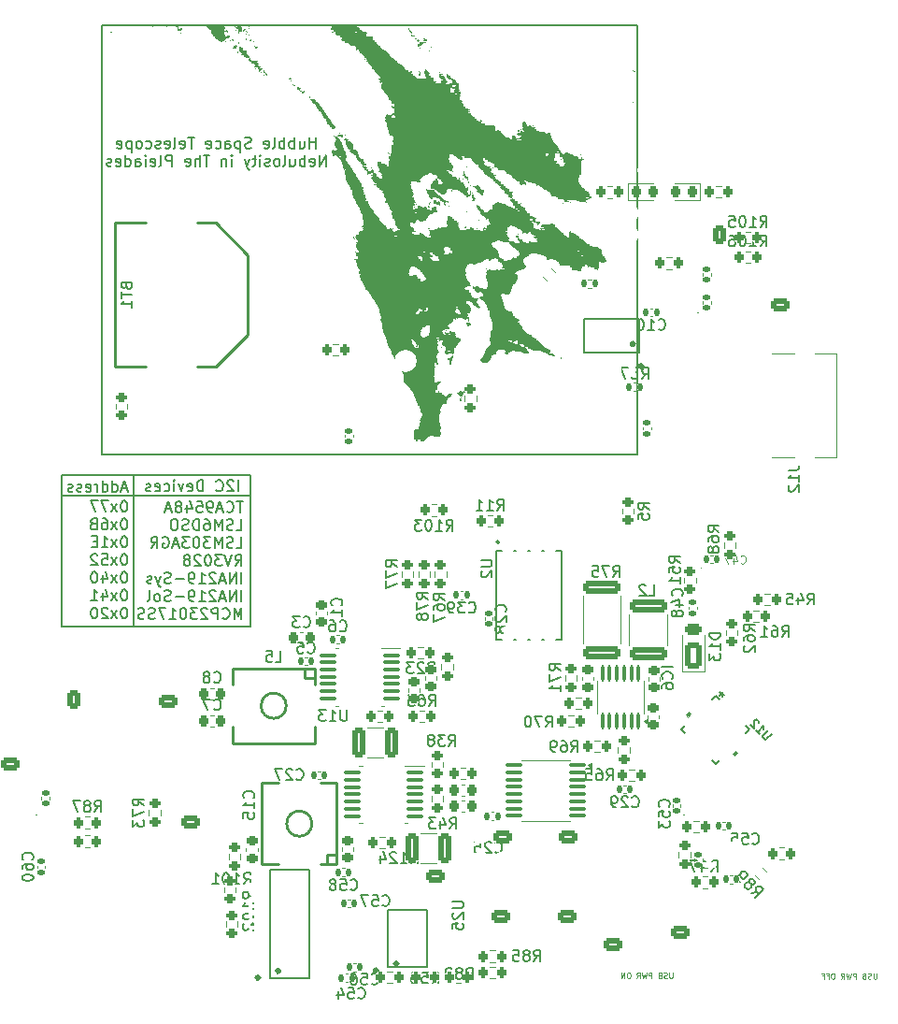
<source format=gbr>
%TF.GenerationSoftware,KiCad,Pcbnew,9.0.0*%
%TF.CreationDate,2025-08-26T23:06:38-07:00*%
%TF.ProjectId,FC_v5d,46435f76-3564-42e6-9b69-6361645f7063,rev?*%
%TF.SameCoordinates,Original*%
%TF.FileFunction,Legend,Bot*%
%TF.FilePolarity,Positive*%
%FSLAX46Y46*%
G04 Gerber Fmt 4.6, Leading zero omitted, Abs format (unit mm)*
G04 Created by KiCad (PCBNEW 9.0.0) date 2025-08-26 23:06:38*
%MOMM*%
%LPD*%
G01*
G04 APERTURE LIST*
G04 Aperture macros list*
%AMRoundRect*
0 Rectangle with rounded corners*
0 $1 Rounding radius*
0 $2 $3 $4 $5 $6 $7 $8 $9 X,Y pos of 4 corners*
0 Add a 4 corners polygon primitive as box body*
4,1,4,$2,$3,$4,$5,$6,$7,$8,$9,$2,$3,0*
0 Add four circle primitives for the rounded corners*
1,1,$1+$1,$2,$3*
1,1,$1+$1,$4,$5*
1,1,$1+$1,$6,$7*
1,1,$1+$1,$8,$9*
0 Add four rect primitives between the rounded corners*
20,1,$1+$1,$2,$3,$4,$5,0*
20,1,$1+$1,$4,$5,$6,$7,0*
20,1,$1+$1,$6,$7,$8,$9,0*
20,1,$1+$1,$8,$9,$2,$3,0*%
%AMRotRect*
0 Rectangle, with rotation*
0 The origin of the aperture is its center*
0 $1 length*
0 $2 width*
0 $3 Rotation angle, in degrees counterclockwise*
0 Add horizontal line*
21,1,$1,$2,0,0,$3*%
G04 Aperture macros list end*
%ADD10C,0.150000*%
%ADD11C,0.100000*%
%ADD12C,0.120000*%
%ADD13C,0.152400*%
%ADD14C,0.025400*%
%ADD15C,0.250000*%
%ADD16C,0.000000*%
%ADD17C,0.300000*%
%ADD18C,0.160000*%
%ADD19RoundRect,0.200000X0.200000X0.275000X-0.200000X0.275000X-0.200000X-0.275000X0.200000X-0.275000X0*%
%ADD20RoundRect,0.250000X-0.350000X-0.575000X0.350000X-0.575000X0.350000X0.575000X-0.350000X0.575000X0*%
%ADD21O,1.200000X1.650000*%
%ADD22C,2.050000*%
%ADD23C,2.250000*%
%ADD24C,2.000000*%
%ADD25C,5.000000*%
%ADD26RoundRect,0.250000X-0.575000X0.350000X-0.575000X-0.350000X0.575000X-0.350000X0.575000X0.350000X0*%
%ADD27O,1.650000X1.200000*%
%ADD28RoundRect,0.250000X0.575000X-0.350000X0.575000X0.350000X-0.575000X0.350000X-0.575000X-0.350000X0*%
%ADD29R,1.700000X1.700000*%
%ADD30C,1.700000*%
%ADD31R,1.000000X1.000000*%
%ADD32O,1.000000X1.000000*%
%ADD33RoundRect,0.250000X0.350000X0.575000X-0.350000X0.575000X-0.350000X-0.575000X0.350000X-0.575000X0*%
%ADD34O,1.700000X1.700000*%
%ADD35RoundRect,0.200000X0.275000X-0.200000X0.275000X0.200000X-0.275000X0.200000X-0.275000X-0.200000X0*%
%ADD36RoundRect,0.200000X-0.275000X0.200000X-0.275000X-0.200000X0.275000X-0.200000X0.275000X0.200000X0*%
%ADD37RoundRect,0.225000X0.250000X-0.225000X0.250000X0.225000X-0.250000X0.225000X-0.250000X-0.225000X0*%
%ADD38RoundRect,0.140000X0.170000X-0.140000X0.170000X0.140000X-0.170000X0.140000X-0.170000X-0.140000X0*%
%ADD39R,3.000000X3.100000*%
%ADD40RoundRect,0.100000X0.687500X0.100000X-0.687500X0.100000X-0.687500X-0.100000X0.687500X-0.100000X0*%
%ADD41RoundRect,0.250000X-0.325000X-1.100000X0.325000X-1.100000X0.325000X1.100000X-0.325000X1.100000X0*%
%ADD42RoundRect,0.140000X-0.140000X-0.170000X0.140000X-0.170000X0.140000X0.170000X-0.140000X0.170000X0*%
%ADD43RoundRect,0.200000X-0.200000X-0.275000X0.200000X-0.275000X0.200000X0.275000X-0.200000X0.275000X0*%
%ADD44R,0.550000X1.000000*%
%ADD45RoundRect,0.140000X-0.170000X0.140000X-0.170000X-0.140000X0.170000X-0.140000X0.170000X0.140000X0*%
%ADD46RoundRect,0.218750X0.218750X0.256250X-0.218750X0.256250X-0.218750X-0.256250X0.218750X-0.256250X0*%
%ADD47RotRect,0.782600X0.254800X225.000000*%
%ADD48RotRect,0.254800X0.782600X225.000000*%
%ADD49RotRect,2.794000X2.794000X225.000000*%
%ADD50RoundRect,0.225000X-0.225000X-0.250000X0.225000X-0.250000X0.225000X0.250000X-0.225000X0.250000X0*%
%ADD51R,3.400000X2.000000*%
%ADD52RoundRect,0.225000X-0.250000X0.225000X-0.250000X-0.225000X0.250000X-0.225000X0.250000X0.225000X0*%
%ADD53RoundRect,0.250000X-0.500000X0.950000X-0.500000X-0.950000X0.500000X-0.950000X0.500000X0.950000X0*%
%ADD54RoundRect,0.250000X-0.500000X0.275000X-0.500000X-0.275000X0.500000X-0.275000X0.500000X0.275000X0*%
%ADD55RoundRect,0.140000X0.140000X0.170000X-0.140000X0.170000X-0.140000X-0.170000X0.140000X-0.170000X0*%
%ADD56RoundRect,0.225000X0.225000X0.250000X-0.225000X0.250000X-0.225000X-0.250000X0.225000X-0.250000X0*%
%ADD57RoundRect,0.135000X-0.135000X-0.185000X0.135000X-0.185000X0.135000X0.185000X-0.135000X0.185000X0*%
%ADD58RoundRect,0.250000X1.425000X-0.362500X1.425000X0.362500X-1.425000X0.362500X-1.425000X-0.362500X0*%
%ADD59O,1.730000X0.340000*%
%ADD60C,0.500000*%
%ADD61R,3.100000X5.600000*%
%ADD62RoundRect,0.218750X-0.218750X-0.256250X0.218750X-0.256250X0.218750X0.256250X-0.218750X0.256250X0*%
%ADD63R,1.000000X0.550000*%
%ADD64RoundRect,0.135000X0.135000X0.185000X-0.135000X0.185000X-0.135000X-0.185000X0.135000X-0.185000X0*%
%ADD65R,4.180000X3.900000*%
%ADD66C,7.000000*%
%ADD67R,0.800000X1.700000*%
%ADD68RoundRect,0.100000X0.100000X-0.625000X0.100000X0.625000X-0.100000X0.625000X-0.100000X-0.625000X0*%
%ADD69R,2.850000X1.650000*%
%ADD70O,0.590000X2.050000*%
%ADD71RoundRect,0.200000X-0.335876X-0.053033X-0.053033X-0.335876X0.335876X0.053033X0.053033X0.335876X0*%
%ADD72RoundRect,0.100000X0.637500X0.100000X-0.637500X0.100000X-0.637500X-0.100000X0.637500X-0.100000X0*%
%ADD73RoundRect,0.250000X1.450000X-0.312500X1.450000X0.312500X-1.450000X0.312500X-1.450000X-0.312500X0*%
%ADD74O,1.750000X0.340000*%
%ADD75R,2.500000X2.900000*%
%ADD76C,0.650000*%
%ADD77R,1.450000X0.600000*%
%ADD78R,1.450000X0.300000*%
%ADD79O,1.600000X1.000000*%
%ADD80O,2.100000X1.000000*%
%ADD81R,2.000000X3.400000*%
G04 APERTURE END LIST*
D10*
X163600000Y-88775000D02*
X174200000Y-88775000D01*
X174200000Y-102425000D01*
X163600000Y-102425000D01*
X163600000Y-88775000D01*
X160669138Y-48000000D02*
X209230861Y-48000000D01*
X209230861Y-86891722D01*
X160669138Y-86891722D01*
X160669138Y-48000000D01*
X157100000Y-88775000D02*
X174200000Y-88775000D01*
X174200000Y-90625000D01*
X157100000Y-90625000D01*
X157100000Y-88775000D01*
X157100000Y-88775000D02*
X163600000Y-88775000D01*
X163600000Y-102425000D01*
X157100000Y-102425000D01*
X157100000Y-88775000D01*
X180100001Y-59159875D02*
X180100001Y-58159875D01*
X180100001Y-58636065D02*
X179528573Y-58636065D01*
X179528573Y-59159875D02*
X179528573Y-58159875D01*
X178623811Y-58493208D02*
X178623811Y-59159875D01*
X179052382Y-58493208D02*
X179052382Y-59017017D01*
X179052382Y-59017017D02*
X179004763Y-59112256D01*
X179004763Y-59112256D02*
X178909525Y-59159875D01*
X178909525Y-59159875D02*
X178766668Y-59159875D01*
X178766668Y-59159875D02*
X178671430Y-59112256D01*
X178671430Y-59112256D02*
X178623811Y-59064636D01*
X178147620Y-59159875D02*
X178147620Y-58159875D01*
X178147620Y-58540827D02*
X178052382Y-58493208D01*
X178052382Y-58493208D02*
X177861906Y-58493208D01*
X177861906Y-58493208D02*
X177766668Y-58540827D01*
X177766668Y-58540827D02*
X177719049Y-58588446D01*
X177719049Y-58588446D02*
X177671430Y-58683684D01*
X177671430Y-58683684D02*
X177671430Y-58969398D01*
X177671430Y-58969398D02*
X177719049Y-59064636D01*
X177719049Y-59064636D02*
X177766668Y-59112256D01*
X177766668Y-59112256D02*
X177861906Y-59159875D01*
X177861906Y-59159875D02*
X178052382Y-59159875D01*
X178052382Y-59159875D02*
X178147620Y-59112256D01*
X177242858Y-59159875D02*
X177242858Y-58159875D01*
X177242858Y-58540827D02*
X177147620Y-58493208D01*
X177147620Y-58493208D02*
X176957144Y-58493208D01*
X176957144Y-58493208D02*
X176861906Y-58540827D01*
X176861906Y-58540827D02*
X176814287Y-58588446D01*
X176814287Y-58588446D02*
X176766668Y-58683684D01*
X176766668Y-58683684D02*
X176766668Y-58969398D01*
X176766668Y-58969398D02*
X176814287Y-59064636D01*
X176814287Y-59064636D02*
X176861906Y-59112256D01*
X176861906Y-59112256D02*
X176957144Y-59159875D01*
X176957144Y-59159875D02*
X177147620Y-59159875D01*
X177147620Y-59159875D02*
X177242858Y-59112256D01*
X176195239Y-59159875D02*
X176290477Y-59112256D01*
X176290477Y-59112256D02*
X176338096Y-59017017D01*
X176338096Y-59017017D02*
X176338096Y-58159875D01*
X175433334Y-59112256D02*
X175528572Y-59159875D01*
X175528572Y-59159875D02*
X175719048Y-59159875D01*
X175719048Y-59159875D02*
X175814286Y-59112256D01*
X175814286Y-59112256D02*
X175861905Y-59017017D01*
X175861905Y-59017017D02*
X175861905Y-58636065D01*
X175861905Y-58636065D02*
X175814286Y-58540827D01*
X175814286Y-58540827D02*
X175719048Y-58493208D01*
X175719048Y-58493208D02*
X175528572Y-58493208D01*
X175528572Y-58493208D02*
X175433334Y-58540827D01*
X175433334Y-58540827D02*
X175385715Y-58636065D01*
X175385715Y-58636065D02*
X175385715Y-58731303D01*
X175385715Y-58731303D02*
X175861905Y-58826541D01*
X174242857Y-59112256D02*
X174100000Y-59159875D01*
X174100000Y-59159875D02*
X173861905Y-59159875D01*
X173861905Y-59159875D02*
X173766667Y-59112256D01*
X173766667Y-59112256D02*
X173719048Y-59064636D01*
X173719048Y-59064636D02*
X173671429Y-58969398D01*
X173671429Y-58969398D02*
X173671429Y-58874160D01*
X173671429Y-58874160D02*
X173719048Y-58778922D01*
X173719048Y-58778922D02*
X173766667Y-58731303D01*
X173766667Y-58731303D02*
X173861905Y-58683684D01*
X173861905Y-58683684D02*
X174052381Y-58636065D01*
X174052381Y-58636065D02*
X174147619Y-58588446D01*
X174147619Y-58588446D02*
X174195238Y-58540827D01*
X174195238Y-58540827D02*
X174242857Y-58445589D01*
X174242857Y-58445589D02*
X174242857Y-58350351D01*
X174242857Y-58350351D02*
X174195238Y-58255113D01*
X174195238Y-58255113D02*
X174147619Y-58207494D01*
X174147619Y-58207494D02*
X174052381Y-58159875D01*
X174052381Y-58159875D02*
X173814286Y-58159875D01*
X173814286Y-58159875D02*
X173671429Y-58207494D01*
X173242857Y-58493208D02*
X173242857Y-59493208D01*
X173242857Y-58540827D02*
X173147619Y-58493208D01*
X173147619Y-58493208D02*
X172957143Y-58493208D01*
X172957143Y-58493208D02*
X172861905Y-58540827D01*
X172861905Y-58540827D02*
X172814286Y-58588446D01*
X172814286Y-58588446D02*
X172766667Y-58683684D01*
X172766667Y-58683684D02*
X172766667Y-58969398D01*
X172766667Y-58969398D02*
X172814286Y-59064636D01*
X172814286Y-59064636D02*
X172861905Y-59112256D01*
X172861905Y-59112256D02*
X172957143Y-59159875D01*
X172957143Y-59159875D02*
X173147619Y-59159875D01*
X173147619Y-59159875D02*
X173242857Y-59112256D01*
X171909524Y-59159875D02*
X171909524Y-58636065D01*
X171909524Y-58636065D02*
X171957143Y-58540827D01*
X171957143Y-58540827D02*
X172052381Y-58493208D01*
X172052381Y-58493208D02*
X172242857Y-58493208D01*
X172242857Y-58493208D02*
X172338095Y-58540827D01*
X171909524Y-59112256D02*
X172004762Y-59159875D01*
X172004762Y-59159875D02*
X172242857Y-59159875D01*
X172242857Y-59159875D02*
X172338095Y-59112256D01*
X172338095Y-59112256D02*
X172385714Y-59017017D01*
X172385714Y-59017017D02*
X172385714Y-58921779D01*
X172385714Y-58921779D02*
X172338095Y-58826541D01*
X172338095Y-58826541D02*
X172242857Y-58778922D01*
X172242857Y-58778922D02*
X172004762Y-58778922D01*
X172004762Y-58778922D02*
X171909524Y-58731303D01*
X171004762Y-59112256D02*
X171100000Y-59159875D01*
X171100000Y-59159875D02*
X171290476Y-59159875D01*
X171290476Y-59159875D02*
X171385714Y-59112256D01*
X171385714Y-59112256D02*
X171433333Y-59064636D01*
X171433333Y-59064636D02*
X171480952Y-58969398D01*
X171480952Y-58969398D02*
X171480952Y-58683684D01*
X171480952Y-58683684D02*
X171433333Y-58588446D01*
X171433333Y-58588446D02*
X171385714Y-58540827D01*
X171385714Y-58540827D02*
X171290476Y-58493208D01*
X171290476Y-58493208D02*
X171100000Y-58493208D01*
X171100000Y-58493208D02*
X171004762Y-58540827D01*
X170195238Y-59112256D02*
X170290476Y-59159875D01*
X170290476Y-59159875D02*
X170480952Y-59159875D01*
X170480952Y-59159875D02*
X170576190Y-59112256D01*
X170576190Y-59112256D02*
X170623809Y-59017017D01*
X170623809Y-59017017D02*
X170623809Y-58636065D01*
X170623809Y-58636065D02*
X170576190Y-58540827D01*
X170576190Y-58540827D02*
X170480952Y-58493208D01*
X170480952Y-58493208D02*
X170290476Y-58493208D01*
X170290476Y-58493208D02*
X170195238Y-58540827D01*
X170195238Y-58540827D02*
X170147619Y-58636065D01*
X170147619Y-58636065D02*
X170147619Y-58731303D01*
X170147619Y-58731303D02*
X170623809Y-58826541D01*
X169099999Y-58159875D02*
X168528571Y-58159875D01*
X168814285Y-59159875D02*
X168814285Y-58159875D01*
X167814285Y-59112256D02*
X167909523Y-59159875D01*
X167909523Y-59159875D02*
X168099999Y-59159875D01*
X168099999Y-59159875D02*
X168195237Y-59112256D01*
X168195237Y-59112256D02*
X168242856Y-59017017D01*
X168242856Y-59017017D02*
X168242856Y-58636065D01*
X168242856Y-58636065D02*
X168195237Y-58540827D01*
X168195237Y-58540827D02*
X168099999Y-58493208D01*
X168099999Y-58493208D02*
X167909523Y-58493208D01*
X167909523Y-58493208D02*
X167814285Y-58540827D01*
X167814285Y-58540827D02*
X167766666Y-58636065D01*
X167766666Y-58636065D02*
X167766666Y-58731303D01*
X167766666Y-58731303D02*
X168242856Y-58826541D01*
X167195237Y-59159875D02*
X167290475Y-59112256D01*
X167290475Y-59112256D02*
X167338094Y-59017017D01*
X167338094Y-59017017D02*
X167338094Y-58159875D01*
X166433332Y-59112256D02*
X166528570Y-59159875D01*
X166528570Y-59159875D02*
X166719046Y-59159875D01*
X166719046Y-59159875D02*
X166814284Y-59112256D01*
X166814284Y-59112256D02*
X166861903Y-59017017D01*
X166861903Y-59017017D02*
X166861903Y-58636065D01*
X166861903Y-58636065D02*
X166814284Y-58540827D01*
X166814284Y-58540827D02*
X166719046Y-58493208D01*
X166719046Y-58493208D02*
X166528570Y-58493208D01*
X166528570Y-58493208D02*
X166433332Y-58540827D01*
X166433332Y-58540827D02*
X166385713Y-58636065D01*
X166385713Y-58636065D02*
X166385713Y-58731303D01*
X166385713Y-58731303D02*
X166861903Y-58826541D01*
X166004760Y-59112256D02*
X165909522Y-59159875D01*
X165909522Y-59159875D02*
X165719046Y-59159875D01*
X165719046Y-59159875D02*
X165623808Y-59112256D01*
X165623808Y-59112256D02*
X165576189Y-59017017D01*
X165576189Y-59017017D02*
X165576189Y-58969398D01*
X165576189Y-58969398D02*
X165623808Y-58874160D01*
X165623808Y-58874160D02*
X165719046Y-58826541D01*
X165719046Y-58826541D02*
X165861903Y-58826541D01*
X165861903Y-58826541D02*
X165957141Y-58778922D01*
X165957141Y-58778922D02*
X166004760Y-58683684D01*
X166004760Y-58683684D02*
X166004760Y-58636065D01*
X166004760Y-58636065D02*
X165957141Y-58540827D01*
X165957141Y-58540827D02*
X165861903Y-58493208D01*
X165861903Y-58493208D02*
X165719046Y-58493208D01*
X165719046Y-58493208D02*
X165623808Y-58540827D01*
X164719046Y-59112256D02*
X164814284Y-59159875D01*
X164814284Y-59159875D02*
X165004760Y-59159875D01*
X165004760Y-59159875D02*
X165099998Y-59112256D01*
X165099998Y-59112256D02*
X165147617Y-59064636D01*
X165147617Y-59064636D02*
X165195236Y-58969398D01*
X165195236Y-58969398D02*
X165195236Y-58683684D01*
X165195236Y-58683684D02*
X165147617Y-58588446D01*
X165147617Y-58588446D02*
X165099998Y-58540827D01*
X165099998Y-58540827D02*
X165004760Y-58493208D01*
X165004760Y-58493208D02*
X164814284Y-58493208D01*
X164814284Y-58493208D02*
X164719046Y-58540827D01*
X164147617Y-59159875D02*
X164242855Y-59112256D01*
X164242855Y-59112256D02*
X164290474Y-59064636D01*
X164290474Y-59064636D02*
X164338093Y-58969398D01*
X164338093Y-58969398D02*
X164338093Y-58683684D01*
X164338093Y-58683684D02*
X164290474Y-58588446D01*
X164290474Y-58588446D02*
X164242855Y-58540827D01*
X164242855Y-58540827D02*
X164147617Y-58493208D01*
X164147617Y-58493208D02*
X164004760Y-58493208D01*
X164004760Y-58493208D02*
X163909522Y-58540827D01*
X163909522Y-58540827D02*
X163861903Y-58588446D01*
X163861903Y-58588446D02*
X163814284Y-58683684D01*
X163814284Y-58683684D02*
X163814284Y-58969398D01*
X163814284Y-58969398D02*
X163861903Y-59064636D01*
X163861903Y-59064636D02*
X163909522Y-59112256D01*
X163909522Y-59112256D02*
X164004760Y-59159875D01*
X164004760Y-59159875D02*
X164147617Y-59159875D01*
X163385712Y-58493208D02*
X163385712Y-59493208D01*
X163385712Y-58540827D02*
X163290474Y-58493208D01*
X163290474Y-58493208D02*
X163099998Y-58493208D01*
X163099998Y-58493208D02*
X163004760Y-58540827D01*
X163004760Y-58540827D02*
X162957141Y-58588446D01*
X162957141Y-58588446D02*
X162909522Y-58683684D01*
X162909522Y-58683684D02*
X162909522Y-58969398D01*
X162909522Y-58969398D02*
X162957141Y-59064636D01*
X162957141Y-59064636D02*
X163004760Y-59112256D01*
X163004760Y-59112256D02*
X163099998Y-59159875D01*
X163099998Y-59159875D02*
X163290474Y-59159875D01*
X163290474Y-59159875D02*
X163385712Y-59112256D01*
X162099998Y-59112256D02*
X162195236Y-59159875D01*
X162195236Y-59159875D02*
X162385712Y-59159875D01*
X162385712Y-59159875D02*
X162480950Y-59112256D01*
X162480950Y-59112256D02*
X162528569Y-59017017D01*
X162528569Y-59017017D02*
X162528569Y-58636065D01*
X162528569Y-58636065D02*
X162480950Y-58540827D01*
X162480950Y-58540827D02*
X162385712Y-58493208D01*
X162385712Y-58493208D02*
X162195236Y-58493208D01*
X162195236Y-58493208D02*
X162099998Y-58540827D01*
X162099998Y-58540827D02*
X162052379Y-58636065D01*
X162052379Y-58636065D02*
X162052379Y-58731303D01*
X162052379Y-58731303D02*
X162528569Y-58826541D01*
X181004762Y-60769819D02*
X181004762Y-59769819D01*
X181004762Y-59769819D02*
X180433334Y-60769819D01*
X180433334Y-60769819D02*
X180433334Y-59769819D01*
X179576191Y-60722200D02*
X179671429Y-60769819D01*
X179671429Y-60769819D02*
X179861905Y-60769819D01*
X179861905Y-60769819D02*
X179957143Y-60722200D01*
X179957143Y-60722200D02*
X180004762Y-60626961D01*
X180004762Y-60626961D02*
X180004762Y-60246009D01*
X180004762Y-60246009D02*
X179957143Y-60150771D01*
X179957143Y-60150771D02*
X179861905Y-60103152D01*
X179861905Y-60103152D02*
X179671429Y-60103152D01*
X179671429Y-60103152D02*
X179576191Y-60150771D01*
X179576191Y-60150771D02*
X179528572Y-60246009D01*
X179528572Y-60246009D02*
X179528572Y-60341247D01*
X179528572Y-60341247D02*
X180004762Y-60436485D01*
X179100000Y-60769819D02*
X179100000Y-59769819D01*
X179100000Y-60150771D02*
X179004762Y-60103152D01*
X179004762Y-60103152D02*
X178814286Y-60103152D01*
X178814286Y-60103152D02*
X178719048Y-60150771D01*
X178719048Y-60150771D02*
X178671429Y-60198390D01*
X178671429Y-60198390D02*
X178623810Y-60293628D01*
X178623810Y-60293628D02*
X178623810Y-60579342D01*
X178623810Y-60579342D02*
X178671429Y-60674580D01*
X178671429Y-60674580D02*
X178719048Y-60722200D01*
X178719048Y-60722200D02*
X178814286Y-60769819D01*
X178814286Y-60769819D02*
X179004762Y-60769819D01*
X179004762Y-60769819D02*
X179100000Y-60722200D01*
X177766667Y-60103152D02*
X177766667Y-60769819D01*
X178195238Y-60103152D02*
X178195238Y-60626961D01*
X178195238Y-60626961D02*
X178147619Y-60722200D01*
X178147619Y-60722200D02*
X178052381Y-60769819D01*
X178052381Y-60769819D02*
X177909524Y-60769819D01*
X177909524Y-60769819D02*
X177814286Y-60722200D01*
X177814286Y-60722200D02*
X177766667Y-60674580D01*
X177147619Y-60769819D02*
X177242857Y-60722200D01*
X177242857Y-60722200D02*
X177290476Y-60626961D01*
X177290476Y-60626961D02*
X177290476Y-59769819D01*
X176623809Y-60769819D02*
X176719047Y-60722200D01*
X176719047Y-60722200D02*
X176766666Y-60674580D01*
X176766666Y-60674580D02*
X176814285Y-60579342D01*
X176814285Y-60579342D02*
X176814285Y-60293628D01*
X176814285Y-60293628D02*
X176766666Y-60198390D01*
X176766666Y-60198390D02*
X176719047Y-60150771D01*
X176719047Y-60150771D02*
X176623809Y-60103152D01*
X176623809Y-60103152D02*
X176480952Y-60103152D01*
X176480952Y-60103152D02*
X176385714Y-60150771D01*
X176385714Y-60150771D02*
X176338095Y-60198390D01*
X176338095Y-60198390D02*
X176290476Y-60293628D01*
X176290476Y-60293628D02*
X176290476Y-60579342D01*
X176290476Y-60579342D02*
X176338095Y-60674580D01*
X176338095Y-60674580D02*
X176385714Y-60722200D01*
X176385714Y-60722200D02*
X176480952Y-60769819D01*
X176480952Y-60769819D02*
X176623809Y-60769819D01*
X175909523Y-60722200D02*
X175814285Y-60769819D01*
X175814285Y-60769819D02*
X175623809Y-60769819D01*
X175623809Y-60769819D02*
X175528571Y-60722200D01*
X175528571Y-60722200D02*
X175480952Y-60626961D01*
X175480952Y-60626961D02*
X175480952Y-60579342D01*
X175480952Y-60579342D02*
X175528571Y-60484104D01*
X175528571Y-60484104D02*
X175623809Y-60436485D01*
X175623809Y-60436485D02*
X175766666Y-60436485D01*
X175766666Y-60436485D02*
X175861904Y-60388866D01*
X175861904Y-60388866D02*
X175909523Y-60293628D01*
X175909523Y-60293628D02*
X175909523Y-60246009D01*
X175909523Y-60246009D02*
X175861904Y-60150771D01*
X175861904Y-60150771D02*
X175766666Y-60103152D01*
X175766666Y-60103152D02*
X175623809Y-60103152D01*
X175623809Y-60103152D02*
X175528571Y-60150771D01*
X175052380Y-60769819D02*
X175052380Y-60103152D01*
X175052380Y-59769819D02*
X175099999Y-59817438D01*
X175099999Y-59817438D02*
X175052380Y-59865057D01*
X175052380Y-59865057D02*
X175004761Y-59817438D01*
X175004761Y-59817438D02*
X175052380Y-59769819D01*
X175052380Y-59769819D02*
X175052380Y-59865057D01*
X174719047Y-60103152D02*
X174338095Y-60103152D01*
X174576190Y-59769819D02*
X174576190Y-60626961D01*
X174576190Y-60626961D02*
X174528571Y-60722200D01*
X174528571Y-60722200D02*
X174433333Y-60769819D01*
X174433333Y-60769819D02*
X174338095Y-60769819D01*
X174099999Y-60103152D02*
X173861904Y-60769819D01*
X173623809Y-60103152D02*
X173861904Y-60769819D01*
X173861904Y-60769819D02*
X173957142Y-61007914D01*
X173957142Y-61007914D02*
X174004761Y-61055533D01*
X174004761Y-61055533D02*
X174099999Y-61103152D01*
X172480951Y-60769819D02*
X172480951Y-60103152D01*
X172480951Y-59769819D02*
X172528570Y-59817438D01*
X172528570Y-59817438D02*
X172480951Y-59865057D01*
X172480951Y-59865057D02*
X172433332Y-59817438D01*
X172433332Y-59817438D02*
X172480951Y-59769819D01*
X172480951Y-59769819D02*
X172480951Y-59865057D01*
X172004761Y-60103152D02*
X172004761Y-60769819D01*
X172004761Y-60198390D02*
X171957142Y-60150771D01*
X171957142Y-60150771D02*
X171861904Y-60103152D01*
X171861904Y-60103152D02*
X171719047Y-60103152D01*
X171719047Y-60103152D02*
X171623809Y-60150771D01*
X171623809Y-60150771D02*
X171576190Y-60246009D01*
X171576190Y-60246009D02*
X171576190Y-60769819D01*
X170480951Y-59769819D02*
X169909523Y-59769819D01*
X170195237Y-60769819D02*
X170195237Y-59769819D01*
X169576189Y-60769819D02*
X169576189Y-59769819D01*
X169147618Y-60769819D02*
X169147618Y-60246009D01*
X169147618Y-60246009D02*
X169195237Y-60150771D01*
X169195237Y-60150771D02*
X169290475Y-60103152D01*
X169290475Y-60103152D02*
X169433332Y-60103152D01*
X169433332Y-60103152D02*
X169528570Y-60150771D01*
X169528570Y-60150771D02*
X169576189Y-60198390D01*
X168290475Y-60722200D02*
X168385713Y-60769819D01*
X168385713Y-60769819D02*
X168576189Y-60769819D01*
X168576189Y-60769819D02*
X168671427Y-60722200D01*
X168671427Y-60722200D02*
X168719046Y-60626961D01*
X168719046Y-60626961D02*
X168719046Y-60246009D01*
X168719046Y-60246009D02*
X168671427Y-60150771D01*
X168671427Y-60150771D02*
X168576189Y-60103152D01*
X168576189Y-60103152D02*
X168385713Y-60103152D01*
X168385713Y-60103152D02*
X168290475Y-60150771D01*
X168290475Y-60150771D02*
X168242856Y-60246009D01*
X168242856Y-60246009D02*
X168242856Y-60341247D01*
X168242856Y-60341247D02*
X168719046Y-60436485D01*
X167052379Y-60769819D02*
X167052379Y-59769819D01*
X167052379Y-59769819D02*
X166671427Y-59769819D01*
X166671427Y-59769819D02*
X166576189Y-59817438D01*
X166576189Y-59817438D02*
X166528570Y-59865057D01*
X166528570Y-59865057D02*
X166480951Y-59960295D01*
X166480951Y-59960295D02*
X166480951Y-60103152D01*
X166480951Y-60103152D02*
X166528570Y-60198390D01*
X166528570Y-60198390D02*
X166576189Y-60246009D01*
X166576189Y-60246009D02*
X166671427Y-60293628D01*
X166671427Y-60293628D02*
X167052379Y-60293628D01*
X165909522Y-60769819D02*
X166004760Y-60722200D01*
X166004760Y-60722200D02*
X166052379Y-60626961D01*
X166052379Y-60626961D02*
X166052379Y-59769819D01*
X165147617Y-60722200D02*
X165242855Y-60769819D01*
X165242855Y-60769819D02*
X165433331Y-60769819D01*
X165433331Y-60769819D02*
X165528569Y-60722200D01*
X165528569Y-60722200D02*
X165576188Y-60626961D01*
X165576188Y-60626961D02*
X165576188Y-60246009D01*
X165576188Y-60246009D02*
X165528569Y-60150771D01*
X165528569Y-60150771D02*
X165433331Y-60103152D01*
X165433331Y-60103152D02*
X165242855Y-60103152D01*
X165242855Y-60103152D02*
X165147617Y-60150771D01*
X165147617Y-60150771D02*
X165099998Y-60246009D01*
X165099998Y-60246009D02*
X165099998Y-60341247D01*
X165099998Y-60341247D02*
X165576188Y-60436485D01*
X164671426Y-60769819D02*
X164671426Y-60103152D01*
X164671426Y-59769819D02*
X164719045Y-59817438D01*
X164719045Y-59817438D02*
X164671426Y-59865057D01*
X164671426Y-59865057D02*
X164623807Y-59817438D01*
X164623807Y-59817438D02*
X164671426Y-59769819D01*
X164671426Y-59769819D02*
X164671426Y-59865057D01*
X163766665Y-60769819D02*
X163766665Y-60246009D01*
X163766665Y-60246009D02*
X163814284Y-60150771D01*
X163814284Y-60150771D02*
X163909522Y-60103152D01*
X163909522Y-60103152D02*
X164099998Y-60103152D01*
X164099998Y-60103152D02*
X164195236Y-60150771D01*
X163766665Y-60722200D02*
X163861903Y-60769819D01*
X163861903Y-60769819D02*
X164099998Y-60769819D01*
X164099998Y-60769819D02*
X164195236Y-60722200D01*
X164195236Y-60722200D02*
X164242855Y-60626961D01*
X164242855Y-60626961D02*
X164242855Y-60531723D01*
X164242855Y-60531723D02*
X164195236Y-60436485D01*
X164195236Y-60436485D02*
X164099998Y-60388866D01*
X164099998Y-60388866D02*
X163861903Y-60388866D01*
X163861903Y-60388866D02*
X163766665Y-60341247D01*
X162861903Y-60769819D02*
X162861903Y-59769819D01*
X162861903Y-60722200D02*
X162957141Y-60769819D01*
X162957141Y-60769819D02*
X163147617Y-60769819D01*
X163147617Y-60769819D02*
X163242855Y-60722200D01*
X163242855Y-60722200D02*
X163290474Y-60674580D01*
X163290474Y-60674580D02*
X163338093Y-60579342D01*
X163338093Y-60579342D02*
X163338093Y-60293628D01*
X163338093Y-60293628D02*
X163290474Y-60198390D01*
X163290474Y-60198390D02*
X163242855Y-60150771D01*
X163242855Y-60150771D02*
X163147617Y-60103152D01*
X163147617Y-60103152D02*
X162957141Y-60103152D01*
X162957141Y-60103152D02*
X162861903Y-60150771D01*
X162004760Y-60722200D02*
X162099998Y-60769819D01*
X162099998Y-60769819D02*
X162290474Y-60769819D01*
X162290474Y-60769819D02*
X162385712Y-60722200D01*
X162385712Y-60722200D02*
X162433331Y-60626961D01*
X162433331Y-60626961D02*
X162433331Y-60246009D01*
X162433331Y-60246009D02*
X162385712Y-60150771D01*
X162385712Y-60150771D02*
X162290474Y-60103152D01*
X162290474Y-60103152D02*
X162099998Y-60103152D01*
X162099998Y-60103152D02*
X162004760Y-60150771D01*
X162004760Y-60150771D02*
X161957141Y-60246009D01*
X161957141Y-60246009D02*
X161957141Y-60341247D01*
X161957141Y-60341247D02*
X162433331Y-60436485D01*
X161576188Y-60722200D02*
X161480950Y-60769819D01*
X161480950Y-60769819D02*
X161290474Y-60769819D01*
X161290474Y-60769819D02*
X161195236Y-60722200D01*
X161195236Y-60722200D02*
X161147617Y-60626961D01*
X161147617Y-60626961D02*
X161147617Y-60579342D01*
X161147617Y-60579342D02*
X161195236Y-60484104D01*
X161195236Y-60484104D02*
X161290474Y-60436485D01*
X161290474Y-60436485D02*
X161433331Y-60436485D01*
X161433331Y-60436485D02*
X161528569Y-60388866D01*
X161528569Y-60388866D02*
X161576188Y-60293628D01*
X161576188Y-60293628D02*
X161576188Y-60246009D01*
X161576188Y-60246009D02*
X161528569Y-60150771D01*
X161528569Y-60150771D02*
X161433331Y-60103152D01*
X161433331Y-60103152D02*
X161290474Y-60103152D01*
X161290474Y-60103152D02*
X161195236Y-60150771D01*
X173506077Y-91110155D02*
X172934649Y-91110155D01*
X173220363Y-92110155D02*
X173220363Y-91110155D01*
X172029887Y-92014916D02*
X172077506Y-92062536D01*
X172077506Y-92062536D02*
X172220363Y-92110155D01*
X172220363Y-92110155D02*
X172315601Y-92110155D01*
X172315601Y-92110155D02*
X172458458Y-92062536D01*
X172458458Y-92062536D02*
X172553696Y-91967297D01*
X172553696Y-91967297D02*
X172601315Y-91872059D01*
X172601315Y-91872059D02*
X172648934Y-91681583D01*
X172648934Y-91681583D02*
X172648934Y-91538726D01*
X172648934Y-91538726D02*
X172601315Y-91348250D01*
X172601315Y-91348250D02*
X172553696Y-91253012D01*
X172553696Y-91253012D02*
X172458458Y-91157774D01*
X172458458Y-91157774D02*
X172315601Y-91110155D01*
X172315601Y-91110155D02*
X172220363Y-91110155D01*
X172220363Y-91110155D02*
X172077506Y-91157774D01*
X172077506Y-91157774D02*
X172029887Y-91205393D01*
X171648934Y-91824440D02*
X171172744Y-91824440D01*
X171744172Y-92110155D02*
X171410839Y-91110155D01*
X171410839Y-91110155D02*
X171077506Y-92110155D01*
X170696553Y-92110155D02*
X170506077Y-92110155D01*
X170506077Y-92110155D02*
X170410839Y-92062536D01*
X170410839Y-92062536D02*
X170363220Y-92014916D01*
X170363220Y-92014916D02*
X170267982Y-91872059D01*
X170267982Y-91872059D02*
X170220363Y-91681583D01*
X170220363Y-91681583D02*
X170220363Y-91300631D01*
X170220363Y-91300631D02*
X170267982Y-91205393D01*
X170267982Y-91205393D02*
X170315601Y-91157774D01*
X170315601Y-91157774D02*
X170410839Y-91110155D01*
X170410839Y-91110155D02*
X170601315Y-91110155D01*
X170601315Y-91110155D02*
X170696553Y-91157774D01*
X170696553Y-91157774D02*
X170744172Y-91205393D01*
X170744172Y-91205393D02*
X170791791Y-91300631D01*
X170791791Y-91300631D02*
X170791791Y-91538726D01*
X170791791Y-91538726D02*
X170744172Y-91633964D01*
X170744172Y-91633964D02*
X170696553Y-91681583D01*
X170696553Y-91681583D02*
X170601315Y-91729202D01*
X170601315Y-91729202D02*
X170410839Y-91729202D01*
X170410839Y-91729202D02*
X170315601Y-91681583D01*
X170315601Y-91681583D02*
X170267982Y-91633964D01*
X170267982Y-91633964D02*
X170220363Y-91538726D01*
X169315601Y-91110155D02*
X169791791Y-91110155D01*
X169791791Y-91110155D02*
X169839410Y-91586345D01*
X169839410Y-91586345D02*
X169791791Y-91538726D01*
X169791791Y-91538726D02*
X169696553Y-91491107D01*
X169696553Y-91491107D02*
X169458458Y-91491107D01*
X169458458Y-91491107D02*
X169363220Y-91538726D01*
X169363220Y-91538726D02*
X169315601Y-91586345D01*
X169315601Y-91586345D02*
X169267982Y-91681583D01*
X169267982Y-91681583D02*
X169267982Y-91919678D01*
X169267982Y-91919678D02*
X169315601Y-92014916D01*
X169315601Y-92014916D02*
X169363220Y-92062536D01*
X169363220Y-92062536D02*
X169458458Y-92110155D01*
X169458458Y-92110155D02*
X169696553Y-92110155D01*
X169696553Y-92110155D02*
X169791791Y-92062536D01*
X169791791Y-92062536D02*
X169839410Y-92014916D01*
X168410839Y-91443488D02*
X168410839Y-92110155D01*
X168648934Y-91062536D02*
X168887029Y-91776821D01*
X168887029Y-91776821D02*
X168267982Y-91776821D01*
X167744172Y-91538726D02*
X167839410Y-91491107D01*
X167839410Y-91491107D02*
X167887029Y-91443488D01*
X167887029Y-91443488D02*
X167934648Y-91348250D01*
X167934648Y-91348250D02*
X167934648Y-91300631D01*
X167934648Y-91300631D02*
X167887029Y-91205393D01*
X167887029Y-91205393D02*
X167839410Y-91157774D01*
X167839410Y-91157774D02*
X167744172Y-91110155D01*
X167744172Y-91110155D02*
X167553696Y-91110155D01*
X167553696Y-91110155D02*
X167458458Y-91157774D01*
X167458458Y-91157774D02*
X167410839Y-91205393D01*
X167410839Y-91205393D02*
X167363220Y-91300631D01*
X167363220Y-91300631D02*
X167363220Y-91348250D01*
X167363220Y-91348250D02*
X167410839Y-91443488D01*
X167410839Y-91443488D02*
X167458458Y-91491107D01*
X167458458Y-91491107D02*
X167553696Y-91538726D01*
X167553696Y-91538726D02*
X167744172Y-91538726D01*
X167744172Y-91538726D02*
X167839410Y-91586345D01*
X167839410Y-91586345D02*
X167887029Y-91633964D01*
X167887029Y-91633964D02*
X167934648Y-91729202D01*
X167934648Y-91729202D02*
X167934648Y-91919678D01*
X167934648Y-91919678D02*
X167887029Y-92014916D01*
X167887029Y-92014916D02*
X167839410Y-92062536D01*
X167839410Y-92062536D02*
X167744172Y-92110155D01*
X167744172Y-92110155D02*
X167553696Y-92110155D01*
X167553696Y-92110155D02*
X167458458Y-92062536D01*
X167458458Y-92062536D02*
X167410839Y-92014916D01*
X167410839Y-92014916D02*
X167363220Y-91919678D01*
X167363220Y-91919678D02*
X167363220Y-91729202D01*
X167363220Y-91729202D02*
X167410839Y-91633964D01*
X167410839Y-91633964D02*
X167458458Y-91586345D01*
X167458458Y-91586345D02*
X167553696Y-91538726D01*
X166982267Y-91824440D02*
X166506077Y-91824440D01*
X167077505Y-92110155D02*
X166744172Y-91110155D01*
X166744172Y-91110155D02*
X166410839Y-92110155D01*
X172887030Y-93720099D02*
X173363220Y-93720099D01*
X173363220Y-93720099D02*
X173363220Y-92720099D01*
X172601315Y-93672480D02*
X172458458Y-93720099D01*
X172458458Y-93720099D02*
X172220363Y-93720099D01*
X172220363Y-93720099D02*
X172125125Y-93672480D01*
X172125125Y-93672480D02*
X172077506Y-93624860D01*
X172077506Y-93624860D02*
X172029887Y-93529622D01*
X172029887Y-93529622D02*
X172029887Y-93434384D01*
X172029887Y-93434384D02*
X172077506Y-93339146D01*
X172077506Y-93339146D02*
X172125125Y-93291527D01*
X172125125Y-93291527D02*
X172220363Y-93243908D01*
X172220363Y-93243908D02*
X172410839Y-93196289D01*
X172410839Y-93196289D02*
X172506077Y-93148670D01*
X172506077Y-93148670D02*
X172553696Y-93101051D01*
X172553696Y-93101051D02*
X172601315Y-93005813D01*
X172601315Y-93005813D02*
X172601315Y-92910575D01*
X172601315Y-92910575D02*
X172553696Y-92815337D01*
X172553696Y-92815337D02*
X172506077Y-92767718D01*
X172506077Y-92767718D02*
X172410839Y-92720099D01*
X172410839Y-92720099D02*
X172172744Y-92720099D01*
X172172744Y-92720099D02*
X172029887Y-92767718D01*
X171601315Y-93720099D02*
X171601315Y-92720099D01*
X171601315Y-92720099D02*
X171267982Y-93434384D01*
X171267982Y-93434384D02*
X170934649Y-92720099D01*
X170934649Y-92720099D02*
X170934649Y-93720099D01*
X170029887Y-92720099D02*
X170220363Y-92720099D01*
X170220363Y-92720099D02*
X170315601Y-92767718D01*
X170315601Y-92767718D02*
X170363220Y-92815337D01*
X170363220Y-92815337D02*
X170458458Y-92958194D01*
X170458458Y-92958194D02*
X170506077Y-93148670D01*
X170506077Y-93148670D02*
X170506077Y-93529622D01*
X170506077Y-93529622D02*
X170458458Y-93624860D01*
X170458458Y-93624860D02*
X170410839Y-93672480D01*
X170410839Y-93672480D02*
X170315601Y-93720099D01*
X170315601Y-93720099D02*
X170125125Y-93720099D01*
X170125125Y-93720099D02*
X170029887Y-93672480D01*
X170029887Y-93672480D02*
X169982268Y-93624860D01*
X169982268Y-93624860D02*
X169934649Y-93529622D01*
X169934649Y-93529622D02*
X169934649Y-93291527D01*
X169934649Y-93291527D02*
X169982268Y-93196289D01*
X169982268Y-93196289D02*
X170029887Y-93148670D01*
X170029887Y-93148670D02*
X170125125Y-93101051D01*
X170125125Y-93101051D02*
X170315601Y-93101051D01*
X170315601Y-93101051D02*
X170410839Y-93148670D01*
X170410839Y-93148670D02*
X170458458Y-93196289D01*
X170458458Y-93196289D02*
X170506077Y-93291527D01*
X169506077Y-93720099D02*
X169506077Y-92720099D01*
X169506077Y-92720099D02*
X169267982Y-92720099D01*
X169267982Y-92720099D02*
X169125125Y-92767718D01*
X169125125Y-92767718D02*
X169029887Y-92862956D01*
X169029887Y-92862956D02*
X168982268Y-92958194D01*
X168982268Y-92958194D02*
X168934649Y-93148670D01*
X168934649Y-93148670D02*
X168934649Y-93291527D01*
X168934649Y-93291527D02*
X168982268Y-93482003D01*
X168982268Y-93482003D02*
X169029887Y-93577241D01*
X169029887Y-93577241D02*
X169125125Y-93672480D01*
X169125125Y-93672480D02*
X169267982Y-93720099D01*
X169267982Y-93720099D02*
X169506077Y-93720099D01*
X168553696Y-93672480D02*
X168410839Y-93720099D01*
X168410839Y-93720099D02*
X168172744Y-93720099D01*
X168172744Y-93720099D02*
X168077506Y-93672480D01*
X168077506Y-93672480D02*
X168029887Y-93624860D01*
X168029887Y-93624860D02*
X167982268Y-93529622D01*
X167982268Y-93529622D02*
X167982268Y-93434384D01*
X167982268Y-93434384D02*
X168029887Y-93339146D01*
X168029887Y-93339146D02*
X168077506Y-93291527D01*
X168077506Y-93291527D02*
X168172744Y-93243908D01*
X168172744Y-93243908D02*
X168363220Y-93196289D01*
X168363220Y-93196289D02*
X168458458Y-93148670D01*
X168458458Y-93148670D02*
X168506077Y-93101051D01*
X168506077Y-93101051D02*
X168553696Y-93005813D01*
X168553696Y-93005813D02*
X168553696Y-92910575D01*
X168553696Y-92910575D02*
X168506077Y-92815337D01*
X168506077Y-92815337D02*
X168458458Y-92767718D01*
X168458458Y-92767718D02*
X168363220Y-92720099D01*
X168363220Y-92720099D02*
X168125125Y-92720099D01*
X168125125Y-92720099D02*
X167982268Y-92767718D01*
X167363220Y-92720099D02*
X167172744Y-92720099D01*
X167172744Y-92720099D02*
X167077506Y-92767718D01*
X167077506Y-92767718D02*
X166982268Y-92862956D01*
X166982268Y-92862956D02*
X166934649Y-93053432D01*
X166934649Y-93053432D02*
X166934649Y-93386765D01*
X166934649Y-93386765D02*
X166982268Y-93577241D01*
X166982268Y-93577241D02*
X167077506Y-93672480D01*
X167077506Y-93672480D02*
X167172744Y-93720099D01*
X167172744Y-93720099D02*
X167363220Y-93720099D01*
X167363220Y-93720099D02*
X167458458Y-93672480D01*
X167458458Y-93672480D02*
X167553696Y-93577241D01*
X167553696Y-93577241D02*
X167601315Y-93386765D01*
X167601315Y-93386765D02*
X167601315Y-93053432D01*
X167601315Y-93053432D02*
X167553696Y-92862956D01*
X167553696Y-92862956D02*
X167458458Y-92767718D01*
X167458458Y-92767718D02*
X167363220Y-92720099D01*
X172887030Y-95330043D02*
X173363220Y-95330043D01*
X173363220Y-95330043D02*
X173363220Y-94330043D01*
X172601315Y-95282424D02*
X172458458Y-95330043D01*
X172458458Y-95330043D02*
X172220363Y-95330043D01*
X172220363Y-95330043D02*
X172125125Y-95282424D01*
X172125125Y-95282424D02*
X172077506Y-95234804D01*
X172077506Y-95234804D02*
X172029887Y-95139566D01*
X172029887Y-95139566D02*
X172029887Y-95044328D01*
X172029887Y-95044328D02*
X172077506Y-94949090D01*
X172077506Y-94949090D02*
X172125125Y-94901471D01*
X172125125Y-94901471D02*
X172220363Y-94853852D01*
X172220363Y-94853852D02*
X172410839Y-94806233D01*
X172410839Y-94806233D02*
X172506077Y-94758614D01*
X172506077Y-94758614D02*
X172553696Y-94710995D01*
X172553696Y-94710995D02*
X172601315Y-94615757D01*
X172601315Y-94615757D02*
X172601315Y-94520519D01*
X172601315Y-94520519D02*
X172553696Y-94425281D01*
X172553696Y-94425281D02*
X172506077Y-94377662D01*
X172506077Y-94377662D02*
X172410839Y-94330043D01*
X172410839Y-94330043D02*
X172172744Y-94330043D01*
X172172744Y-94330043D02*
X172029887Y-94377662D01*
X171601315Y-95330043D02*
X171601315Y-94330043D01*
X171601315Y-94330043D02*
X171267982Y-95044328D01*
X171267982Y-95044328D02*
X170934649Y-94330043D01*
X170934649Y-94330043D02*
X170934649Y-95330043D01*
X170553696Y-94330043D02*
X169934649Y-94330043D01*
X169934649Y-94330043D02*
X170267982Y-94710995D01*
X170267982Y-94710995D02*
X170125125Y-94710995D01*
X170125125Y-94710995D02*
X170029887Y-94758614D01*
X170029887Y-94758614D02*
X169982268Y-94806233D01*
X169982268Y-94806233D02*
X169934649Y-94901471D01*
X169934649Y-94901471D02*
X169934649Y-95139566D01*
X169934649Y-95139566D02*
X169982268Y-95234804D01*
X169982268Y-95234804D02*
X170029887Y-95282424D01*
X170029887Y-95282424D02*
X170125125Y-95330043D01*
X170125125Y-95330043D02*
X170410839Y-95330043D01*
X170410839Y-95330043D02*
X170506077Y-95282424D01*
X170506077Y-95282424D02*
X170553696Y-95234804D01*
X169315601Y-94330043D02*
X169220363Y-94330043D01*
X169220363Y-94330043D02*
X169125125Y-94377662D01*
X169125125Y-94377662D02*
X169077506Y-94425281D01*
X169077506Y-94425281D02*
X169029887Y-94520519D01*
X169029887Y-94520519D02*
X168982268Y-94710995D01*
X168982268Y-94710995D02*
X168982268Y-94949090D01*
X168982268Y-94949090D02*
X169029887Y-95139566D01*
X169029887Y-95139566D02*
X169077506Y-95234804D01*
X169077506Y-95234804D02*
X169125125Y-95282424D01*
X169125125Y-95282424D02*
X169220363Y-95330043D01*
X169220363Y-95330043D02*
X169315601Y-95330043D01*
X169315601Y-95330043D02*
X169410839Y-95282424D01*
X169410839Y-95282424D02*
X169458458Y-95234804D01*
X169458458Y-95234804D02*
X169506077Y-95139566D01*
X169506077Y-95139566D02*
X169553696Y-94949090D01*
X169553696Y-94949090D02*
X169553696Y-94710995D01*
X169553696Y-94710995D02*
X169506077Y-94520519D01*
X169506077Y-94520519D02*
X169458458Y-94425281D01*
X169458458Y-94425281D02*
X169410839Y-94377662D01*
X169410839Y-94377662D02*
X169315601Y-94330043D01*
X168648934Y-94330043D02*
X168029887Y-94330043D01*
X168029887Y-94330043D02*
X168363220Y-94710995D01*
X168363220Y-94710995D02*
X168220363Y-94710995D01*
X168220363Y-94710995D02*
X168125125Y-94758614D01*
X168125125Y-94758614D02*
X168077506Y-94806233D01*
X168077506Y-94806233D02*
X168029887Y-94901471D01*
X168029887Y-94901471D02*
X168029887Y-95139566D01*
X168029887Y-95139566D02*
X168077506Y-95234804D01*
X168077506Y-95234804D02*
X168125125Y-95282424D01*
X168125125Y-95282424D02*
X168220363Y-95330043D01*
X168220363Y-95330043D02*
X168506077Y-95330043D01*
X168506077Y-95330043D02*
X168601315Y-95282424D01*
X168601315Y-95282424D02*
X168648934Y-95234804D01*
X167648934Y-95044328D02*
X167172744Y-95044328D01*
X167744172Y-95330043D02*
X167410839Y-94330043D01*
X167410839Y-94330043D02*
X167077506Y-95330043D01*
X166220363Y-94377662D02*
X166315601Y-94330043D01*
X166315601Y-94330043D02*
X166458458Y-94330043D01*
X166458458Y-94330043D02*
X166601315Y-94377662D01*
X166601315Y-94377662D02*
X166696553Y-94472900D01*
X166696553Y-94472900D02*
X166744172Y-94568138D01*
X166744172Y-94568138D02*
X166791791Y-94758614D01*
X166791791Y-94758614D02*
X166791791Y-94901471D01*
X166791791Y-94901471D02*
X166744172Y-95091947D01*
X166744172Y-95091947D02*
X166696553Y-95187185D01*
X166696553Y-95187185D02*
X166601315Y-95282424D01*
X166601315Y-95282424D02*
X166458458Y-95330043D01*
X166458458Y-95330043D02*
X166363220Y-95330043D01*
X166363220Y-95330043D02*
X166220363Y-95282424D01*
X166220363Y-95282424D02*
X166172744Y-95234804D01*
X166172744Y-95234804D02*
X166172744Y-94901471D01*
X166172744Y-94901471D02*
X166363220Y-94901471D01*
X165172744Y-95330043D02*
X165506077Y-94853852D01*
X165744172Y-95330043D02*
X165744172Y-94330043D01*
X165744172Y-94330043D02*
X165363220Y-94330043D01*
X165363220Y-94330043D02*
X165267982Y-94377662D01*
X165267982Y-94377662D02*
X165220363Y-94425281D01*
X165220363Y-94425281D02*
X165172744Y-94520519D01*
X165172744Y-94520519D02*
X165172744Y-94663376D01*
X165172744Y-94663376D02*
X165220363Y-94758614D01*
X165220363Y-94758614D02*
X165267982Y-94806233D01*
X165267982Y-94806233D02*
X165363220Y-94853852D01*
X165363220Y-94853852D02*
X165744172Y-94853852D01*
X172791792Y-96939987D02*
X173125125Y-96463796D01*
X173363220Y-96939987D02*
X173363220Y-95939987D01*
X173363220Y-95939987D02*
X172982268Y-95939987D01*
X172982268Y-95939987D02*
X172887030Y-95987606D01*
X172887030Y-95987606D02*
X172839411Y-96035225D01*
X172839411Y-96035225D02*
X172791792Y-96130463D01*
X172791792Y-96130463D02*
X172791792Y-96273320D01*
X172791792Y-96273320D02*
X172839411Y-96368558D01*
X172839411Y-96368558D02*
X172887030Y-96416177D01*
X172887030Y-96416177D02*
X172982268Y-96463796D01*
X172982268Y-96463796D02*
X173363220Y-96463796D01*
X172506077Y-95939987D02*
X172172744Y-96939987D01*
X172172744Y-96939987D02*
X171839411Y-95939987D01*
X171601315Y-95939987D02*
X170982268Y-95939987D01*
X170982268Y-95939987D02*
X171315601Y-96320939D01*
X171315601Y-96320939D02*
X171172744Y-96320939D01*
X171172744Y-96320939D02*
X171077506Y-96368558D01*
X171077506Y-96368558D02*
X171029887Y-96416177D01*
X171029887Y-96416177D02*
X170982268Y-96511415D01*
X170982268Y-96511415D02*
X170982268Y-96749510D01*
X170982268Y-96749510D02*
X171029887Y-96844748D01*
X171029887Y-96844748D02*
X171077506Y-96892368D01*
X171077506Y-96892368D02*
X171172744Y-96939987D01*
X171172744Y-96939987D02*
X171458458Y-96939987D01*
X171458458Y-96939987D02*
X171553696Y-96892368D01*
X171553696Y-96892368D02*
X171601315Y-96844748D01*
X170363220Y-95939987D02*
X170267982Y-95939987D01*
X170267982Y-95939987D02*
X170172744Y-95987606D01*
X170172744Y-95987606D02*
X170125125Y-96035225D01*
X170125125Y-96035225D02*
X170077506Y-96130463D01*
X170077506Y-96130463D02*
X170029887Y-96320939D01*
X170029887Y-96320939D02*
X170029887Y-96559034D01*
X170029887Y-96559034D02*
X170077506Y-96749510D01*
X170077506Y-96749510D02*
X170125125Y-96844748D01*
X170125125Y-96844748D02*
X170172744Y-96892368D01*
X170172744Y-96892368D02*
X170267982Y-96939987D01*
X170267982Y-96939987D02*
X170363220Y-96939987D01*
X170363220Y-96939987D02*
X170458458Y-96892368D01*
X170458458Y-96892368D02*
X170506077Y-96844748D01*
X170506077Y-96844748D02*
X170553696Y-96749510D01*
X170553696Y-96749510D02*
X170601315Y-96559034D01*
X170601315Y-96559034D02*
X170601315Y-96320939D01*
X170601315Y-96320939D02*
X170553696Y-96130463D01*
X170553696Y-96130463D02*
X170506077Y-96035225D01*
X170506077Y-96035225D02*
X170458458Y-95987606D01*
X170458458Y-95987606D02*
X170363220Y-95939987D01*
X169648934Y-96035225D02*
X169601315Y-95987606D01*
X169601315Y-95987606D02*
X169506077Y-95939987D01*
X169506077Y-95939987D02*
X169267982Y-95939987D01*
X169267982Y-95939987D02*
X169172744Y-95987606D01*
X169172744Y-95987606D02*
X169125125Y-96035225D01*
X169125125Y-96035225D02*
X169077506Y-96130463D01*
X169077506Y-96130463D02*
X169077506Y-96225701D01*
X169077506Y-96225701D02*
X169125125Y-96368558D01*
X169125125Y-96368558D02*
X169696553Y-96939987D01*
X169696553Y-96939987D02*
X169077506Y-96939987D01*
X168506077Y-96368558D02*
X168601315Y-96320939D01*
X168601315Y-96320939D02*
X168648934Y-96273320D01*
X168648934Y-96273320D02*
X168696553Y-96178082D01*
X168696553Y-96178082D02*
X168696553Y-96130463D01*
X168696553Y-96130463D02*
X168648934Y-96035225D01*
X168648934Y-96035225D02*
X168601315Y-95987606D01*
X168601315Y-95987606D02*
X168506077Y-95939987D01*
X168506077Y-95939987D02*
X168315601Y-95939987D01*
X168315601Y-95939987D02*
X168220363Y-95987606D01*
X168220363Y-95987606D02*
X168172744Y-96035225D01*
X168172744Y-96035225D02*
X168125125Y-96130463D01*
X168125125Y-96130463D02*
X168125125Y-96178082D01*
X168125125Y-96178082D02*
X168172744Y-96273320D01*
X168172744Y-96273320D02*
X168220363Y-96320939D01*
X168220363Y-96320939D02*
X168315601Y-96368558D01*
X168315601Y-96368558D02*
X168506077Y-96368558D01*
X168506077Y-96368558D02*
X168601315Y-96416177D01*
X168601315Y-96416177D02*
X168648934Y-96463796D01*
X168648934Y-96463796D02*
X168696553Y-96559034D01*
X168696553Y-96559034D02*
X168696553Y-96749510D01*
X168696553Y-96749510D02*
X168648934Y-96844748D01*
X168648934Y-96844748D02*
X168601315Y-96892368D01*
X168601315Y-96892368D02*
X168506077Y-96939987D01*
X168506077Y-96939987D02*
X168315601Y-96939987D01*
X168315601Y-96939987D02*
X168220363Y-96892368D01*
X168220363Y-96892368D02*
X168172744Y-96844748D01*
X168172744Y-96844748D02*
X168125125Y-96749510D01*
X168125125Y-96749510D02*
X168125125Y-96559034D01*
X168125125Y-96559034D02*
X168172744Y-96463796D01*
X168172744Y-96463796D02*
X168220363Y-96416177D01*
X168220363Y-96416177D02*
X168315601Y-96368558D01*
X173363220Y-98549931D02*
X173363220Y-97549931D01*
X172887030Y-98549931D02*
X172887030Y-97549931D01*
X172887030Y-97549931D02*
X172315602Y-98549931D01*
X172315602Y-98549931D02*
X172315602Y-97549931D01*
X171887030Y-98264216D02*
X171410840Y-98264216D01*
X171982268Y-98549931D02*
X171648935Y-97549931D01*
X171648935Y-97549931D02*
X171315602Y-98549931D01*
X171029887Y-97645169D02*
X170982268Y-97597550D01*
X170982268Y-97597550D02*
X170887030Y-97549931D01*
X170887030Y-97549931D02*
X170648935Y-97549931D01*
X170648935Y-97549931D02*
X170553697Y-97597550D01*
X170553697Y-97597550D02*
X170506078Y-97645169D01*
X170506078Y-97645169D02*
X170458459Y-97740407D01*
X170458459Y-97740407D02*
X170458459Y-97835645D01*
X170458459Y-97835645D02*
X170506078Y-97978502D01*
X170506078Y-97978502D02*
X171077506Y-98549931D01*
X171077506Y-98549931D02*
X170458459Y-98549931D01*
X169506078Y-98549931D02*
X170077506Y-98549931D01*
X169791792Y-98549931D02*
X169791792Y-97549931D01*
X169791792Y-97549931D02*
X169887030Y-97692788D01*
X169887030Y-97692788D02*
X169982268Y-97788026D01*
X169982268Y-97788026D02*
X170077506Y-97835645D01*
X169029887Y-98549931D02*
X168839411Y-98549931D01*
X168839411Y-98549931D02*
X168744173Y-98502312D01*
X168744173Y-98502312D02*
X168696554Y-98454692D01*
X168696554Y-98454692D02*
X168601316Y-98311835D01*
X168601316Y-98311835D02*
X168553697Y-98121359D01*
X168553697Y-98121359D02*
X168553697Y-97740407D01*
X168553697Y-97740407D02*
X168601316Y-97645169D01*
X168601316Y-97645169D02*
X168648935Y-97597550D01*
X168648935Y-97597550D02*
X168744173Y-97549931D01*
X168744173Y-97549931D02*
X168934649Y-97549931D01*
X168934649Y-97549931D02*
X169029887Y-97597550D01*
X169029887Y-97597550D02*
X169077506Y-97645169D01*
X169077506Y-97645169D02*
X169125125Y-97740407D01*
X169125125Y-97740407D02*
X169125125Y-97978502D01*
X169125125Y-97978502D02*
X169077506Y-98073740D01*
X169077506Y-98073740D02*
X169029887Y-98121359D01*
X169029887Y-98121359D02*
X168934649Y-98168978D01*
X168934649Y-98168978D02*
X168744173Y-98168978D01*
X168744173Y-98168978D02*
X168648935Y-98121359D01*
X168648935Y-98121359D02*
X168601316Y-98073740D01*
X168601316Y-98073740D02*
X168553697Y-97978502D01*
X168125125Y-98168978D02*
X167363221Y-98168978D01*
X166934649Y-98502312D02*
X166791792Y-98549931D01*
X166791792Y-98549931D02*
X166553697Y-98549931D01*
X166553697Y-98549931D02*
X166458459Y-98502312D01*
X166458459Y-98502312D02*
X166410840Y-98454692D01*
X166410840Y-98454692D02*
X166363221Y-98359454D01*
X166363221Y-98359454D02*
X166363221Y-98264216D01*
X166363221Y-98264216D02*
X166410840Y-98168978D01*
X166410840Y-98168978D02*
X166458459Y-98121359D01*
X166458459Y-98121359D02*
X166553697Y-98073740D01*
X166553697Y-98073740D02*
X166744173Y-98026121D01*
X166744173Y-98026121D02*
X166839411Y-97978502D01*
X166839411Y-97978502D02*
X166887030Y-97930883D01*
X166887030Y-97930883D02*
X166934649Y-97835645D01*
X166934649Y-97835645D02*
X166934649Y-97740407D01*
X166934649Y-97740407D02*
X166887030Y-97645169D01*
X166887030Y-97645169D02*
X166839411Y-97597550D01*
X166839411Y-97597550D02*
X166744173Y-97549931D01*
X166744173Y-97549931D02*
X166506078Y-97549931D01*
X166506078Y-97549931D02*
X166363221Y-97597550D01*
X166029887Y-97883264D02*
X165791792Y-98549931D01*
X165553697Y-97883264D02*
X165791792Y-98549931D01*
X165791792Y-98549931D02*
X165887030Y-98788026D01*
X165887030Y-98788026D02*
X165934649Y-98835645D01*
X165934649Y-98835645D02*
X166029887Y-98883264D01*
X165220363Y-98502312D02*
X165125125Y-98549931D01*
X165125125Y-98549931D02*
X164934649Y-98549931D01*
X164934649Y-98549931D02*
X164839411Y-98502312D01*
X164839411Y-98502312D02*
X164791792Y-98407073D01*
X164791792Y-98407073D02*
X164791792Y-98359454D01*
X164791792Y-98359454D02*
X164839411Y-98264216D01*
X164839411Y-98264216D02*
X164934649Y-98216597D01*
X164934649Y-98216597D02*
X165077506Y-98216597D01*
X165077506Y-98216597D02*
X165172744Y-98168978D01*
X165172744Y-98168978D02*
X165220363Y-98073740D01*
X165220363Y-98073740D02*
X165220363Y-98026121D01*
X165220363Y-98026121D02*
X165172744Y-97930883D01*
X165172744Y-97930883D02*
X165077506Y-97883264D01*
X165077506Y-97883264D02*
X164934649Y-97883264D01*
X164934649Y-97883264D02*
X164839411Y-97930883D01*
X173363220Y-100159875D02*
X173363220Y-99159875D01*
X172887030Y-100159875D02*
X172887030Y-99159875D01*
X172887030Y-99159875D02*
X172315602Y-100159875D01*
X172315602Y-100159875D02*
X172315602Y-99159875D01*
X171887030Y-99874160D02*
X171410840Y-99874160D01*
X171982268Y-100159875D02*
X171648935Y-99159875D01*
X171648935Y-99159875D02*
X171315602Y-100159875D01*
X171029887Y-99255113D02*
X170982268Y-99207494D01*
X170982268Y-99207494D02*
X170887030Y-99159875D01*
X170887030Y-99159875D02*
X170648935Y-99159875D01*
X170648935Y-99159875D02*
X170553697Y-99207494D01*
X170553697Y-99207494D02*
X170506078Y-99255113D01*
X170506078Y-99255113D02*
X170458459Y-99350351D01*
X170458459Y-99350351D02*
X170458459Y-99445589D01*
X170458459Y-99445589D02*
X170506078Y-99588446D01*
X170506078Y-99588446D02*
X171077506Y-100159875D01*
X171077506Y-100159875D02*
X170458459Y-100159875D01*
X169506078Y-100159875D02*
X170077506Y-100159875D01*
X169791792Y-100159875D02*
X169791792Y-99159875D01*
X169791792Y-99159875D02*
X169887030Y-99302732D01*
X169887030Y-99302732D02*
X169982268Y-99397970D01*
X169982268Y-99397970D02*
X170077506Y-99445589D01*
X169029887Y-100159875D02*
X168839411Y-100159875D01*
X168839411Y-100159875D02*
X168744173Y-100112256D01*
X168744173Y-100112256D02*
X168696554Y-100064636D01*
X168696554Y-100064636D02*
X168601316Y-99921779D01*
X168601316Y-99921779D02*
X168553697Y-99731303D01*
X168553697Y-99731303D02*
X168553697Y-99350351D01*
X168553697Y-99350351D02*
X168601316Y-99255113D01*
X168601316Y-99255113D02*
X168648935Y-99207494D01*
X168648935Y-99207494D02*
X168744173Y-99159875D01*
X168744173Y-99159875D02*
X168934649Y-99159875D01*
X168934649Y-99159875D02*
X169029887Y-99207494D01*
X169029887Y-99207494D02*
X169077506Y-99255113D01*
X169077506Y-99255113D02*
X169125125Y-99350351D01*
X169125125Y-99350351D02*
X169125125Y-99588446D01*
X169125125Y-99588446D02*
X169077506Y-99683684D01*
X169077506Y-99683684D02*
X169029887Y-99731303D01*
X169029887Y-99731303D02*
X168934649Y-99778922D01*
X168934649Y-99778922D02*
X168744173Y-99778922D01*
X168744173Y-99778922D02*
X168648935Y-99731303D01*
X168648935Y-99731303D02*
X168601316Y-99683684D01*
X168601316Y-99683684D02*
X168553697Y-99588446D01*
X168125125Y-99778922D02*
X167363221Y-99778922D01*
X166934649Y-100112256D02*
X166791792Y-100159875D01*
X166791792Y-100159875D02*
X166553697Y-100159875D01*
X166553697Y-100159875D02*
X166458459Y-100112256D01*
X166458459Y-100112256D02*
X166410840Y-100064636D01*
X166410840Y-100064636D02*
X166363221Y-99969398D01*
X166363221Y-99969398D02*
X166363221Y-99874160D01*
X166363221Y-99874160D02*
X166410840Y-99778922D01*
X166410840Y-99778922D02*
X166458459Y-99731303D01*
X166458459Y-99731303D02*
X166553697Y-99683684D01*
X166553697Y-99683684D02*
X166744173Y-99636065D01*
X166744173Y-99636065D02*
X166839411Y-99588446D01*
X166839411Y-99588446D02*
X166887030Y-99540827D01*
X166887030Y-99540827D02*
X166934649Y-99445589D01*
X166934649Y-99445589D02*
X166934649Y-99350351D01*
X166934649Y-99350351D02*
X166887030Y-99255113D01*
X166887030Y-99255113D02*
X166839411Y-99207494D01*
X166839411Y-99207494D02*
X166744173Y-99159875D01*
X166744173Y-99159875D02*
X166506078Y-99159875D01*
X166506078Y-99159875D02*
X166363221Y-99207494D01*
X165791792Y-100159875D02*
X165887030Y-100112256D01*
X165887030Y-100112256D02*
X165934649Y-100064636D01*
X165934649Y-100064636D02*
X165982268Y-99969398D01*
X165982268Y-99969398D02*
X165982268Y-99683684D01*
X165982268Y-99683684D02*
X165934649Y-99588446D01*
X165934649Y-99588446D02*
X165887030Y-99540827D01*
X165887030Y-99540827D02*
X165791792Y-99493208D01*
X165791792Y-99493208D02*
X165648935Y-99493208D01*
X165648935Y-99493208D02*
X165553697Y-99540827D01*
X165553697Y-99540827D02*
X165506078Y-99588446D01*
X165506078Y-99588446D02*
X165458459Y-99683684D01*
X165458459Y-99683684D02*
X165458459Y-99969398D01*
X165458459Y-99969398D02*
X165506078Y-100064636D01*
X165506078Y-100064636D02*
X165553697Y-100112256D01*
X165553697Y-100112256D02*
X165648935Y-100159875D01*
X165648935Y-100159875D02*
X165791792Y-100159875D01*
X164887030Y-100159875D02*
X164982268Y-100112256D01*
X164982268Y-100112256D02*
X165029887Y-100017017D01*
X165029887Y-100017017D02*
X165029887Y-99159875D01*
X173363220Y-101769819D02*
X173363220Y-100769819D01*
X173363220Y-100769819D02*
X173029887Y-101484104D01*
X173029887Y-101484104D02*
X172696554Y-100769819D01*
X172696554Y-100769819D02*
X172696554Y-101769819D01*
X171648935Y-101674580D02*
X171696554Y-101722200D01*
X171696554Y-101722200D02*
X171839411Y-101769819D01*
X171839411Y-101769819D02*
X171934649Y-101769819D01*
X171934649Y-101769819D02*
X172077506Y-101722200D01*
X172077506Y-101722200D02*
X172172744Y-101626961D01*
X172172744Y-101626961D02*
X172220363Y-101531723D01*
X172220363Y-101531723D02*
X172267982Y-101341247D01*
X172267982Y-101341247D02*
X172267982Y-101198390D01*
X172267982Y-101198390D02*
X172220363Y-101007914D01*
X172220363Y-101007914D02*
X172172744Y-100912676D01*
X172172744Y-100912676D02*
X172077506Y-100817438D01*
X172077506Y-100817438D02*
X171934649Y-100769819D01*
X171934649Y-100769819D02*
X171839411Y-100769819D01*
X171839411Y-100769819D02*
X171696554Y-100817438D01*
X171696554Y-100817438D02*
X171648935Y-100865057D01*
X171220363Y-101769819D02*
X171220363Y-100769819D01*
X171220363Y-100769819D02*
X170839411Y-100769819D01*
X170839411Y-100769819D02*
X170744173Y-100817438D01*
X170744173Y-100817438D02*
X170696554Y-100865057D01*
X170696554Y-100865057D02*
X170648935Y-100960295D01*
X170648935Y-100960295D02*
X170648935Y-101103152D01*
X170648935Y-101103152D02*
X170696554Y-101198390D01*
X170696554Y-101198390D02*
X170744173Y-101246009D01*
X170744173Y-101246009D02*
X170839411Y-101293628D01*
X170839411Y-101293628D02*
X171220363Y-101293628D01*
X170267982Y-100865057D02*
X170220363Y-100817438D01*
X170220363Y-100817438D02*
X170125125Y-100769819D01*
X170125125Y-100769819D02*
X169887030Y-100769819D01*
X169887030Y-100769819D02*
X169791792Y-100817438D01*
X169791792Y-100817438D02*
X169744173Y-100865057D01*
X169744173Y-100865057D02*
X169696554Y-100960295D01*
X169696554Y-100960295D02*
X169696554Y-101055533D01*
X169696554Y-101055533D02*
X169744173Y-101198390D01*
X169744173Y-101198390D02*
X170315601Y-101769819D01*
X170315601Y-101769819D02*
X169696554Y-101769819D01*
X169363220Y-100769819D02*
X168744173Y-100769819D01*
X168744173Y-100769819D02*
X169077506Y-101150771D01*
X169077506Y-101150771D02*
X168934649Y-101150771D01*
X168934649Y-101150771D02*
X168839411Y-101198390D01*
X168839411Y-101198390D02*
X168791792Y-101246009D01*
X168791792Y-101246009D02*
X168744173Y-101341247D01*
X168744173Y-101341247D02*
X168744173Y-101579342D01*
X168744173Y-101579342D02*
X168791792Y-101674580D01*
X168791792Y-101674580D02*
X168839411Y-101722200D01*
X168839411Y-101722200D02*
X168934649Y-101769819D01*
X168934649Y-101769819D02*
X169220363Y-101769819D01*
X169220363Y-101769819D02*
X169315601Y-101722200D01*
X169315601Y-101722200D02*
X169363220Y-101674580D01*
X168125125Y-100769819D02*
X168029887Y-100769819D01*
X168029887Y-100769819D02*
X167934649Y-100817438D01*
X167934649Y-100817438D02*
X167887030Y-100865057D01*
X167887030Y-100865057D02*
X167839411Y-100960295D01*
X167839411Y-100960295D02*
X167791792Y-101150771D01*
X167791792Y-101150771D02*
X167791792Y-101388866D01*
X167791792Y-101388866D02*
X167839411Y-101579342D01*
X167839411Y-101579342D02*
X167887030Y-101674580D01*
X167887030Y-101674580D02*
X167934649Y-101722200D01*
X167934649Y-101722200D02*
X168029887Y-101769819D01*
X168029887Y-101769819D02*
X168125125Y-101769819D01*
X168125125Y-101769819D02*
X168220363Y-101722200D01*
X168220363Y-101722200D02*
X168267982Y-101674580D01*
X168267982Y-101674580D02*
X168315601Y-101579342D01*
X168315601Y-101579342D02*
X168363220Y-101388866D01*
X168363220Y-101388866D02*
X168363220Y-101150771D01*
X168363220Y-101150771D02*
X168315601Y-100960295D01*
X168315601Y-100960295D02*
X168267982Y-100865057D01*
X168267982Y-100865057D02*
X168220363Y-100817438D01*
X168220363Y-100817438D02*
X168125125Y-100769819D01*
X166839411Y-101769819D02*
X167410839Y-101769819D01*
X167125125Y-101769819D02*
X167125125Y-100769819D01*
X167125125Y-100769819D02*
X167220363Y-100912676D01*
X167220363Y-100912676D02*
X167315601Y-101007914D01*
X167315601Y-101007914D02*
X167410839Y-101055533D01*
X166506077Y-100769819D02*
X165839411Y-100769819D01*
X165839411Y-100769819D02*
X166267982Y-101769819D01*
X165506077Y-101722200D02*
X165363220Y-101769819D01*
X165363220Y-101769819D02*
X165125125Y-101769819D01*
X165125125Y-101769819D02*
X165029887Y-101722200D01*
X165029887Y-101722200D02*
X164982268Y-101674580D01*
X164982268Y-101674580D02*
X164934649Y-101579342D01*
X164934649Y-101579342D02*
X164934649Y-101484104D01*
X164934649Y-101484104D02*
X164982268Y-101388866D01*
X164982268Y-101388866D02*
X165029887Y-101341247D01*
X165029887Y-101341247D02*
X165125125Y-101293628D01*
X165125125Y-101293628D02*
X165315601Y-101246009D01*
X165315601Y-101246009D02*
X165410839Y-101198390D01*
X165410839Y-101198390D02*
X165458458Y-101150771D01*
X165458458Y-101150771D02*
X165506077Y-101055533D01*
X165506077Y-101055533D02*
X165506077Y-100960295D01*
X165506077Y-100960295D02*
X165458458Y-100865057D01*
X165458458Y-100865057D02*
X165410839Y-100817438D01*
X165410839Y-100817438D02*
X165315601Y-100769819D01*
X165315601Y-100769819D02*
X165077506Y-100769819D01*
X165077506Y-100769819D02*
X164934649Y-100817438D01*
X164553696Y-101722200D02*
X164410839Y-101769819D01*
X164410839Y-101769819D02*
X164172744Y-101769819D01*
X164172744Y-101769819D02*
X164077506Y-101722200D01*
X164077506Y-101722200D02*
X164029887Y-101674580D01*
X164029887Y-101674580D02*
X163982268Y-101579342D01*
X163982268Y-101579342D02*
X163982268Y-101484104D01*
X163982268Y-101484104D02*
X164029887Y-101388866D01*
X164029887Y-101388866D02*
X164077506Y-101341247D01*
X164077506Y-101341247D02*
X164172744Y-101293628D01*
X164172744Y-101293628D02*
X164363220Y-101246009D01*
X164363220Y-101246009D02*
X164458458Y-101198390D01*
X164458458Y-101198390D02*
X164506077Y-101150771D01*
X164506077Y-101150771D02*
X164553696Y-101055533D01*
X164553696Y-101055533D02*
X164553696Y-100960295D01*
X164553696Y-100960295D02*
X164506077Y-100865057D01*
X164506077Y-100865057D02*
X164458458Y-100817438D01*
X164458458Y-100817438D02*
X164363220Y-100769819D01*
X164363220Y-100769819D02*
X164125125Y-100769819D01*
X164125125Y-100769819D02*
X163982268Y-100817438D01*
X163010839Y-89959104D02*
X162534649Y-89959104D01*
X163106077Y-90244819D02*
X162772744Y-89244819D01*
X162772744Y-89244819D02*
X162439411Y-90244819D01*
X161677506Y-90244819D02*
X161677506Y-89244819D01*
X161677506Y-90197200D02*
X161772744Y-90244819D01*
X161772744Y-90244819D02*
X161963220Y-90244819D01*
X161963220Y-90244819D02*
X162058458Y-90197200D01*
X162058458Y-90197200D02*
X162106077Y-90149580D01*
X162106077Y-90149580D02*
X162153696Y-90054342D01*
X162153696Y-90054342D02*
X162153696Y-89768628D01*
X162153696Y-89768628D02*
X162106077Y-89673390D01*
X162106077Y-89673390D02*
X162058458Y-89625771D01*
X162058458Y-89625771D02*
X161963220Y-89578152D01*
X161963220Y-89578152D02*
X161772744Y-89578152D01*
X161772744Y-89578152D02*
X161677506Y-89625771D01*
X160772744Y-90244819D02*
X160772744Y-89244819D01*
X160772744Y-90197200D02*
X160867982Y-90244819D01*
X160867982Y-90244819D02*
X161058458Y-90244819D01*
X161058458Y-90244819D02*
X161153696Y-90197200D01*
X161153696Y-90197200D02*
X161201315Y-90149580D01*
X161201315Y-90149580D02*
X161248934Y-90054342D01*
X161248934Y-90054342D02*
X161248934Y-89768628D01*
X161248934Y-89768628D02*
X161201315Y-89673390D01*
X161201315Y-89673390D02*
X161153696Y-89625771D01*
X161153696Y-89625771D02*
X161058458Y-89578152D01*
X161058458Y-89578152D02*
X160867982Y-89578152D01*
X160867982Y-89578152D02*
X160772744Y-89625771D01*
X160296553Y-90244819D02*
X160296553Y-89578152D01*
X160296553Y-89768628D02*
X160248934Y-89673390D01*
X160248934Y-89673390D02*
X160201315Y-89625771D01*
X160201315Y-89625771D02*
X160106077Y-89578152D01*
X160106077Y-89578152D02*
X160010839Y-89578152D01*
X159296553Y-90197200D02*
X159391791Y-90244819D01*
X159391791Y-90244819D02*
X159582267Y-90244819D01*
X159582267Y-90244819D02*
X159677505Y-90197200D01*
X159677505Y-90197200D02*
X159725124Y-90101961D01*
X159725124Y-90101961D02*
X159725124Y-89721009D01*
X159725124Y-89721009D02*
X159677505Y-89625771D01*
X159677505Y-89625771D02*
X159582267Y-89578152D01*
X159582267Y-89578152D02*
X159391791Y-89578152D01*
X159391791Y-89578152D02*
X159296553Y-89625771D01*
X159296553Y-89625771D02*
X159248934Y-89721009D01*
X159248934Y-89721009D02*
X159248934Y-89816247D01*
X159248934Y-89816247D02*
X159725124Y-89911485D01*
X158867981Y-90197200D02*
X158772743Y-90244819D01*
X158772743Y-90244819D02*
X158582267Y-90244819D01*
X158582267Y-90244819D02*
X158487029Y-90197200D01*
X158487029Y-90197200D02*
X158439410Y-90101961D01*
X158439410Y-90101961D02*
X158439410Y-90054342D01*
X158439410Y-90054342D02*
X158487029Y-89959104D01*
X158487029Y-89959104D02*
X158582267Y-89911485D01*
X158582267Y-89911485D02*
X158725124Y-89911485D01*
X158725124Y-89911485D02*
X158820362Y-89863866D01*
X158820362Y-89863866D02*
X158867981Y-89768628D01*
X158867981Y-89768628D02*
X158867981Y-89721009D01*
X158867981Y-89721009D02*
X158820362Y-89625771D01*
X158820362Y-89625771D02*
X158725124Y-89578152D01*
X158725124Y-89578152D02*
X158582267Y-89578152D01*
X158582267Y-89578152D02*
X158487029Y-89625771D01*
X158058457Y-90197200D02*
X157963219Y-90244819D01*
X157963219Y-90244819D02*
X157772743Y-90244819D01*
X157772743Y-90244819D02*
X157677505Y-90197200D01*
X157677505Y-90197200D02*
X157629886Y-90101961D01*
X157629886Y-90101961D02*
X157629886Y-90054342D01*
X157629886Y-90054342D02*
X157677505Y-89959104D01*
X157677505Y-89959104D02*
X157772743Y-89911485D01*
X157772743Y-89911485D02*
X157915600Y-89911485D01*
X157915600Y-89911485D02*
X158010838Y-89863866D01*
X158010838Y-89863866D02*
X158058457Y-89768628D01*
X158058457Y-89768628D02*
X158058457Y-89721009D01*
X158058457Y-89721009D02*
X158010838Y-89625771D01*
X158010838Y-89625771D02*
X157915600Y-89578152D01*
X157915600Y-89578152D02*
X157772743Y-89578152D01*
X157772743Y-89578152D02*
X157677505Y-89625771D01*
X173066666Y-90194819D02*
X173066666Y-89194819D01*
X172638095Y-89290057D02*
X172590476Y-89242438D01*
X172590476Y-89242438D02*
X172495238Y-89194819D01*
X172495238Y-89194819D02*
X172257143Y-89194819D01*
X172257143Y-89194819D02*
X172161905Y-89242438D01*
X172161905Y-89242438D02*
X172114286Y-89290057D01*
X172114286Y-89290057D02*
X172066667Y-89385295D01*
X172066667Y-89385295D02*
X172066667Y-89480533D01*
X172066667Y-89480533D02*
X172114286Y-89623390D01*
X172114286Y-89623390D02*
X172685714Y-90194819D01*
X172685714Y-90194819D02*
X172066667Y-90194819D01*
X171066667Y-90099580D02*
X171114286Y-90147200D01*
X171114286Y-90147200D02*
X171257143Y-90194819D01*
X171257143Y-90194819D02*
X171352381Y-90194819D01*
X171352381Y-90194819D02*
X171495238Y-90147200D01*
X171495238Y-90147200D02*
X171590476Y-90051961D01*
X171590476Y-90051961D02*
X171638095Y-89956723D01*
X171638095Y-89956723D02*
X171685714Y-89766247D01*
X171685714Y-89766247D02*
X171685714Y-89623390D01*
X171685714Y-89623390D02*
X171638095Y-89432914D01*
X171638095Y-89432914D02*
X171590476Y-89337676D01*
X171590476Y-89337676D02*
X171495238Y-89242438D01*
X171495238Y-89242438D02*
X171352381Y-89194819D01*
X171352381Y-89194819D02*
X171257143Y-89194819D01*
X171257143Y-89194819D02*
X171114286Y-89242438D01*
X171114286Y-89242438D02*
X171066667Y-89290057D01*
X169876190Y-90194819D02*
X169876190Y-89194819D01*
X169876190Y-89194819D02*
X169638095Y-89194819D01*
X169638095Y-89194819D02*
X169495238Y-89242438D01*
X169495238Y-89242438D02*
X169400000Y-89337676D01*
X169400000Y-89337676D02*
X169352381Y-89432914D01*
X169352381Y-89432914D02*
X169304762Y-89623390D01*
X169304762Y-89623390D02*
X169304762Y-89766247D01*
X169304762Y-89766247D02*
X169352381Y-89956723D01*
X169352381Y-89956723D02*
X169400000Y-90051961D01*
X169400000Y-90051961D02*
X169495238Y-90147200D01*
X169495238Y-90147200D02*
X169638095Y-90194819D01*
X169638095Y-90194819D02*
X169876190Y-90194819D01*
X168495238Y-90147200D02*
X168590476Y-90194819D01*
X168590476Y-90194819D02*
X168780952Y-90194819D01*
X168780952Y-90194819D02*
X168876190Y-90147200D01*
X168876190Y-90147200D02*
X168923809Y-90051961D01*
X168923809Y-90051961D02*
X168923809Y-89671009D01*
X168923809Y-89671009D02*
X168876190Y-89575771D01*
X168876190Y-89575771D02*
X168780952Y-89528152D01*
X168780952Y-89528152D02*
X168590476Y-89528152D01*
X168590476Y-89528152D02*
X168495238Y-89575771D01*
X168495238Y-89575771D02*
X168447619Y-89671009D01*
X168447619Y-89671009D02*
X168447619Y-89766247D01*
X168447619Y-89766247D02*
X168923809Y-89861485D01*
X168114285Y-89528152D02*
X167876190Y-90194819D01*
X167876190Y-90194819D02*
X167638095Y-89528152D01*
X167257142Y-90194819D02*
X167257142Y-89528152D01*
X167257142Y-89194819D02*
X167304761Y-89242438D01*
X167304761Y-89242438D02*
X167257142Y-89290057D01*
X167257142Y-89290057D02*
X167209523Y-89242438D01*
X167209523Y-89242438D02*
X167257142Y-89194819D01*
X167257142Y-89194819D02*
X167257142Y-89290057D01*
X166352381Y-90147200D02*
X166447619Y-90194819D01*
X166447619Y-90194819D02*
X166638095Y-90194819D01*
X166638095Y-90194819D02*
X166733333Y-90147200D01*
X166733333Y-90147200D02*
X166780952Y-90099580D01*
X166780952Y-90099580D02*
X166828571Y-90004342D01*
X166828571Y-90004342D02*
X166828571Y-89718628D01*
X166828571Y-89718628D02*
X166780952Y-89623390D01*
X166780952Y-89623390D02*
X166733333Y-89575771D01*
X166733333Y-89575771D02*
X166638095Y-89528152D01*
X166638095Y-89528152D02*
X166447619Y-89528152D01*
X166447619Y-89528152D02*
X166352381Y-89575771D01*
X165542857Y-90147200D02*
X165638095Y-90194819D01*
X165638095Y-90194819D02*
X165828571Y-90194819D01*
X165828571Y-90194819D02*
X165923809Y-90147200D01*
X165923809Y-90147200D02*
X165971428Y-90051961D01*
X165971428Y-90051961D02*
X165971428Y-89671009D01*
X165971428Y-89671009D02*
X165923809Y-89575771D01*
X165923809Y-89575771D02*
X165828571Y-89528152D01*
X165828571Y-89528152D02*
X165638095Y-89528152D01*
X165638095Y-89528152D02*
X165542857Y-89575771D01*
X165542857Y-89575771D02*
X165495238Y-89671009D01*
X165495238Y-89671009D02*
X165495238Y-89766247D01*
X165495238Y-89766247D02*
X165971428Y-89861485D01*
X165114285Y-90147200D02*
X165019047Y-90194819D01*
X165019047Y-90194819D02*
X164828571Y-90194819D01*
X164828571Y-90194819D02*
X164733333Y-90147200D01*
X164733333Y-90147200D02*
X164685714Y-90051961D01*
X164685714Y-90051961D02*
X164685714Y-90004342D01*
X164685714Y-90004342D02*
X164733333Y-89909104D01*
X164733333Y-89909104D02*
X164828571Y-89861485D01*
X164828571Y-89861485D02*
X164971428Y-89861485D01*
X164971428Y-89861485D02*
X165066666Y-89813866D01*
X165066666Y-89813866D02*
X165114285Y-89718628D01*
X165114285Y-89718628D02*
X165114285Y-89671009D01*
X165114285Y-89671009D02*
X165066666Y-89575771D01*
X165066666Y-89575771D02*
X164971428Y-89528152D01*
X164971428Y-89528152D02*
X164828571Y-89528152D01*
X164828571Y-89528152D02*
X164733333Y-89575771D01*
D11*
X230915164Y-133833609D02*
X230915164Y-134238371D01*
X230915164Y-134238371D02*
X230891354Y-134285990D01*
X230891354Y-134285990D02*
X230867545Y-134309800D01*
X230867545Y-134309800D02*
X230819926Y-134333609D01*
X230819926Y-134333609D02*
X230724688Y-134333609D01*
X230724688Y-134333609D02*
X230677069Y-134309800D01*
X230677069Y-134309800D02*
X230653259Y-134285990D01*
X230653259Y-134285990D02*
X230629450Y-134238371D01*
X230629450Y-134238371D02*
X230629450Y-133833609D01*
X230415163Y-134309800D02*
X230343735Y-134333609D01*
X230343735Y-134333609D02*
X230224687Y-134333609D01*
X230224687Y-134333609D02*
X230177068Y-134309800D01*
X230177068Y-134309800D02*
X230153259Y-134285990D01*
X230153259Y-134285990D02*
X230129449Y-134238371D01*
X230129449Y-134238371D02*
X230129449Y-134190752D01*
X230129449Y-134190752D02*
X230153259Y-134143133D01*
X230153259Y-134143133D02*
X230177068Y-134119323D01*
X230177068Y-134119323D02*
X230224687Y-134095514D01*
X230224687Y-134095514D02*
X230319925Y-134071704D01*
X230319925Y-134071704D02*
X230367544Y-134047895D01*
X230367544Y-134047895D02*
X230391354Y-134024085D01*
X230391354Y-134024085D02*
X230415163Y-133976466D01*
X230415163Y-133976466D02*
X230415163Y-133928847D01*
X230415163Y-133928847D02*
X230391354Y-133881228D01*
X230391354Y-133881228D02*
X230367544Y-133857419D01*
X230367544Y-133857419D02*
X230319925Y-133833609D01*
X230319925Y-133833609D02*
X230200878Y-133833609D01*
X230200878Y-133833609D02*
X230129449Y-133857419D01*
X229748497Y-134071704D02*
X229677069Y-134095514D01*
X229677069Y-134095514D02*
X229653259Y-134119323D01*
X229653259Y-134119323D02*
X229629450Y-134166942D01*
X229629450Y-134166942D02*
X229629450Y-134238371D01*
X229629450Y-134238371D02*
X229653259Y-134285990D01*
X229653259Y-134285990D02*
X229677069Y-134309800D01*
X229677069Y-134309800D02*
X229724688Y-134333609D01*
X229724688Y-134333609D02*
X229915164Y-134333609D01*
X229915164Y-134333609D02*
X229915164Y-133833609D01*
X229915164Y-133833609D02*
X229748497Y-133833609D01*
X229748497Y-133833609D02*
X229700878Y-133857419D01*
X229700878Y-133857419D02*
X229677069Y-133881228D01*
X229677069Y-133881228D02*
X229653259Y-133928847D01*
X229653259Y-133928847D02*
X229653259Y-133976466D01*
X229653259Y-133976466D02*
X229677069Y-134024085D01*
X229677069Y-134024085D02*
X229700878Y-134047895D01*
X229700878Y-134047895D02*
X229748497Y-134071704D01*
X229748497Y-134071704D02*
X229915164Y-134071704D01*
X229034212Y-134333609D02*
X229034212Y-133833609D01*
X229034212Y-133833609D02*
X228843736Y-133833609D01*
X228843736Y-133833609D02*
X228796117Y-133857419D01*
X228796117Y-133857419D02*
X228772307Y-133881228D01*
X228772307Y-133881228D02*
X228748498Y-133928847D01*
X228748498Y-133928847D02*
X228748498Y-134000276D01*
X228748498Y-134000276D02*
X228772307Y-134047895D01*
X228772307Y-134047895D02*
X228796117Y-134071704D01*
X228796117Y-134071704D02*
X228843736Y-134095514D01*
X228843736Y-134095514D02*
X229034212Y-134095514D01*
X228581831Y-133833609D02*
X228462783Y-134333609D01*
X228462783Y-134333609D02*
X228367545Y-133976466D01*
X228367545Y-133976466D02*
X228272307Y-134333609D01*
X228272307Y-134333609D02*
X228153260Y-133833609D01*
X227677069Y-134333609D02*
X227843735Y-134095514D01*
X227962783Y-134333609D02*
X227962783Y-133833609D01*
X227962783Y-133833609D02*
X227772307Y-133833609D01*
X227772307Y-133833609D02*
X227724688Y-133857419D01*
X227724688Y-133857419D02*
X227700878Y-133881228D01*
X227700878Y-133881228D02*
X227677069Y-133928847D01*
X227677069Y-133928847D02*
X227677069Y-134000276D01*
X227677069Y-134000276D02*
X227700878Y-134047895D01*
X227700878Y-134047895D02*
X227724688Y-134071704D01*
X227724688Y-134071704D02*
X227772307Y-134095514D01*
X227772307Y-134095514D02*
X227962783Y-134095514D01*
X226986593Y-133833609D02*
X226891355Y-133833609D01*
X226891355Y-133833609D02*
X226843736Y-133857419D01*
X226843736Y-133857419D02*
X226796117Y-133905038D01*
X226796117Y-133905038D02*
X226772307Y-134000276D01*
X226772307Y-134000276D02*
X226772307Y-134166942D01*
X226772307Y-134166942D02*
X226796117Y-134262180D01*
X226796117Y-134262180D02*
X226843736Y-134309800D01*
X226843736Y-134309800D02*
X226891355Y-134333609D01*
X226891355Y-134333609D02*
X226986593Y-134333609D01*
X226986593Y-134333609D02*
X227034212Y-134309800D01*
X227034212Y-134309800D02*
X227081831Y-134262180D01*
X227081831Y-134262180D02*
X227105640Y-134166942D01*
X227105640Y-134166942D02*
X227105640Y-134000276D01*
X227105640Y-134000276D02*
X227081831Y-133905038D01*
X227081831Y-133905038D02*
X227034212Y-133857419D01*
X227034212Y-133857419D02*
X226986593Y-133833609D01*
X226391354Y-134071704D02*
X226558021Y-134071704D01*
X226558021Y-134333609D02*
X226558021Y-133833609D01*
X226558021Y-133833609D02*
X226319926Y-133833609D01*
X225962783Y-134071704D02*
X226129450Y-134071704D01*
X226129450Y-134333609D02*
X226129450Y-133833609D01*
X226129450Y-133833609D02*
X225891355Y-133833609D01*
X212415163Y-133783609D02*
X212415163Y-134188371D01*
X212415163Y-134188371D02*
X212391353Y-134235990D01*
X212391353Y-134235990D02*
X212367544Y-134259800D01*
X212367544Y-134259800D02*
X212319925Y-134283609D01*
X212319925Y-134283609D02*
X212224687Y-134283609D01*
X212224687Y-134283609D02*
X212177068Y-134259800D01*
X212177068Y-134259800D02*
X212153258Y-134235990D01*
X212153258Y-134235990D02*
X212129449Y-134188371D01*
X212129449Y-134188371D02*
X212129449Y-133783609D01*
X211915162Y-134259800D02*
X211843734Y-134283609D01*
X211843734Y-134283609D02*
X211724686Y-134283609D01*
X211724686Y-134283609D02*
X211677067Y-134259800D01*
X211677067Y-134259800D02*
X211653258Y-134235990D01*
X211653258Y-134235990D02*
X211629448Y-134188371D01*
X211629448Y-134188371D02*
X211629448Y-134140752D01*
X211629448Y-134140752D02*
X211653258Y-134093133D01*
X211653258Y-134093133D02*
X211677067Y-134069323D01*
X211677067Y-134069323D02*
X211724686Y-134045514D01*
X211724686Y-134045514D02*
X211819924Y-134021704D01*
X211819924Y-134021704D02*
X211867543Y-133997895D01*
X211867543Y-133997895D02*
X211891353Y-133974085D01*
X211891353Y-133974085D02*
X211915162Y-133926466D01*
X211915162Y-133926466D02*
X211915162Y-133878847D01*
X211915162Y-133878847D02*
X211891353Y-133831228D01*
X211891353Y-133831228D02*
X211867543Y-133807419D01*
X211867543Y-133807419D02*
X211819924Y-133783609D01*
X211819924Y-133783609D02*
X211700877Y-133783609D01*
X211700877Y-133783609D02*
X211629448Y-133807419D01*
X211248496Y-134021704D02*
X211177068Y-134045514D01*
X211177068Y-134045514D02*
X211153258Y-134069323D01*
X211153258Y-134069323D02*
X211129449Y-134116942D01*
X211129449Y-134116942D02*
X211129449Y-134188371D01*
X211129449Y-134188371D02*
X211153258Y-134235990D01*
X211153258Y-134235990D02*
X211177068Y-134259800D01*
X211177068Y-134259800D02*
X211224687Y-134283609D01*
X211224687Y-134283609D02*
X211415163Y-134283609D01*
X211415163Y-134283609D02*
X211415163Y-133783609D01*
X211415163Y-133783609D02*
X211248496Y-133783609D01*
X211248496Y-133783609D02*
X211200877Y-133807419D01*
X211200877Y-133807419D02*
X211177068Y-133831228D01*
X211177068Y-133831228D02*
X211153258Y-133878847D01*
X211153258Y-133878847D02*
X211153258Y-133926466D01*
X211153258Y-133926466D02*
X211177068Y-133974085D01*
X211177068Y-133974085D02*
X211200877Y-133997895D01*
X211200877Y-133997895D02*
X211248496Y-134021704D01*
X211248496Y-134021704D02*
X211415163Y-134021704D01*
X210534211Y-134283609D02*
X210534211Y-133783609D01*
X210534211Y-133783609D02*
X210343735Y-133783609D01*
X210343735Y-133783609D02*
X210296116Y-133807419D01*
X210296116Y-133807419D02*
X210272306Y-133831228D01*
X210272306Y-133831228D02*
X210248497Y-133878847D01*
X210248497Y-133878847D02*
X210248497Y-133950276D01*
X210248497Y-133950276D02*
X210272306Y-133997895D01*
X210272306Y-133997895D02*
X210296116Y-134021704D01*
X210296116Y-134021704D02*
X210343735Y-134045514D01*
X210343735Y-134045514D02*
X210534211Y-134045514D01*
X210081830Y-133783609D02*
X209962782Y-134283609D01*
X209962782Y-134283609D02*
X209867544Y-133926466D01*
X209867544Y-133926466D02*
X209772306Y-134283609D01*
X209772306Y-134283609D02*
X209653259Y-133783609D01*
X209177068Y-134283609D02*
X209343734Y-134045514D01*
X209462782Y-134283609D02*
X209462782Y-133783609D01*
X209462782Y-133783609D02*
X209272306Y-133783609D01*
X209272306Y-133783609D02*
X209224687Y-133807419D01*
X209224687Y-133807419D02*
X209200877Y-133831228D01*
X209200877Y-133831228D02*
X209177068Y-133878847D01*
X209177068Y-133878847D02*
X209177068Y-133950276D01*
X209177068Y-133950276D02*
X209200877Y-133997895D01*
X209200877Y-133997895D02*
X209224687Y-134021704D01*
X209224687Y-134021704D02*
X209272306Y-134045514D01*
X209272306Y-134045514D02*
X209462782Y-134045514D01*
X208486592Y-133783609D02*
X208391354Y-133783609D01*
X208391354Y-133783609D02*
X208343735Y-133807419D01*
X208343735Y-133807419D02*
X208296116Y-133855038D01*
X208296116Y-133855038D02*
X208272306Y-133950276D01*
X208272306Y-133950276D02*
X208272306Y-134116942D01*
X208272306Y-134116942D02*
X208296116Y-134212180D01*
X208296116Y-134212180D02*
X208343735Y-134259800D01*
X208343735Y-134259800D02*
X208391354Y-134283609D01*
X208391354Y-134283609D02*
X208486592Y-134283609D01*
X208486592Y-134283609D02*
X208534211Y-134259800D01*
X208534211Y-134259800D02*
X208581830Y-134212180D01*
X208581830Y-134212180D02*
X208605639Y-134116942D01*
X208605639Y-134116942D02*
X208605639Y-133950276D01*
X208605639Y-133950276D02*
X208581830Y-133855038D01*
X208581830Y-133855038D02*
X208534211Y-133807419D01*
X208534211Y-133807419D02*
X208486592Y-133783609D01*
X208058020Y-134283609D02*
X208058020Y-133783609D01*
X208058020Y-133783609D02*
X207772306Y-134283609D01*
X207772306Y-134283609D02*
X207772306Y-133783609D01*
D10*
X162772744Y-91060155D02*
X162677506Y-91060155D01*
X162677506Y-91060155D02*
X162582268Y-91107774D01*
X162582268Y-91107774D02*
X162534649Y-91155393D01*
X162534649Y-91155393D02*
X162487030Y-91250631D01*
X162487030Y-91250631D02*
X162439411Y-91441107D01*
X162439411Y-91441107D02*
X162439411Y-91679202D01*
X162439411Y-91679202D02*
X162487030Y-91869678D01*
X162487030Y-91869678D02*
X162534649Y-91964916D01*
X162534649Y-91964916D02*
X162582268Y-92012536D01*
X162582268Y-92012536D02*
X162677506Y-92060155D01*
X162677506Y-92060155D02*
X162772744Y-92060155D01*
X162772744Y-92060155D02*
X162867982Y-92012536D01*
X162867982Y-92012536D02*
X162915601Y-91964916D01*
X162915601Y-91964916D02*
X162963220Y-91869678D01*
X162963220Y-91869678D02*
X163010839Y-91679202D01*
X163010839Y-91679202D02*
X163010839Y-91441107D01*
X163010839Y-91441107D02*
X162963220Y-91250631D01*
X162963220Y-91250631D02*
X162915601Y-91155393D01*
X162915601Y-91155393D02*
X162867982Y-91107774D01*
X162867982Y-91107774D02*
X162772744Y-91060155D01*
X162106077Y-92060155D02*
X161582268Y-91393488D01*
X162106077Y-91393488D02*
X161582268Y-92060155D01*
X161296553Y-91060155D02*
X160629887Y-91060155D01*
X160629887Y-91060155D02*
X161058458Y-92060155D01*
X160344172Y-91060155D02*
X159677506Y-91060155D01*
X159677506Y-91060155D02*
X160106077Y-92060155D01*
X162772744Y-92670099D02*
X162677506Y-92670099D01*
X162677506Y-92670099D02*
X162582268Y-92717718D01*
X162582268Y-92717718D02*
X162534649Y-92765337D01*
X162534649Y-92765337D02*
X162487030Y-92860575D01*
X162487030Y-92860575D02*
X162439411Y-93051051D01*
X162439411Y-93051051D02*
X162439411Y-93289146D01*
X162439411Y-93289146D02*
X162487030Y-93479622D01*
X162487030Y-93479622D02*
X162534649Y-93574860D01*
X162534649Y-93574860D02*
X162582268Y-93622480D01*
X162582268Y-93622480D02*
X162677506Y-93670099D01*
X162677506Y-93670099D02*
X162772744Y-93670099D01*
X162772744Y-93670099D02*
X162867982Y-93622480D01*
X162867982Y-93622480D02*
X162915601Y-93574860D01*
X162915601Y-93574860D02*
X162963220Y-93479622D01*
X162963220Y-93479622D02*
X163010839Y-93289146D01*
X163010839Y-93289146D02*
X163010839Y-93051051D01*
X163010839Y-93051051D02*
X162963220Y-92860575D01*
X162963220Y-92860575D02*
X162915601Y-92765337D01*
X162915601Y-92765337D02*
X162867982Y-92717718D01*
X162867982Y-92717718D02*
X162772744Y-92670099D01*
X162106077Y-93670099D02*
X161582268Y-93003432D01*
X162106077Y-93003432D02*
X161582268Y-93670099D01*
X160772744Y-92670099D02*
X160963220Y-92670099D01*
X160963220Y-92670099D02*
X161058458Y-92717718D01*
X161058458Y-92717718D02*
X161106077Y-92765337D01*
X161106077Y-92765337D02*
X161201315Y-92908194D01*
X161201315Y-92908194D02*
X161248934Y-93098670D01*
X161248934Y-93098670D02*
X161248934Y-93479622D01*
X161248934Y-93479622D02*
X161201315Y-93574860D01*
X161201315Y-93574860D02*
X161153696Y-93622480D01*
X161153696Y-93622480D02*
X161058458Y-93670099D01*
X161058458Y-93670099D02*
X160867982Y-93670099D01*
X160867982Y-93670099D02*
X160772744Y-93622480D01*
X160772744Y-93622480D02*
X160725125Y-93574860D01*
X160725125Y-93574860D02*
X160677506Y-93479622D01*
X160677506Y-93479622D02*
X160677506Y-93241527D01*
X160677506Y-93241527D02*
X160725125Y-93146289D01*
X160725125Y-93146289D02*
X160772744Y-93098670D01*
X160772744Y-93098670D02*
X160867982Y-93051051D01*
X160867982Y-93051051D02*
X161058458Y-93051051D01*
X161058458Y-93051051D02*
X161153696Y-93098670D01*
X161153696Y-93098670D02*
X161201315Y-93146289D01*
X161201315Y-93146289D02*
X161248934Y-93241527D01*
X159915601Y-93146289D02*
X159772744Y-93193908D01*
X159772744Y-93193908D02*
X159725125Y-93241527D01*
X159725125Y-93241527D02*
X159677506Y-93336765D01*
X159677506Y-93336765D02*
X159677506Y-93479622D01*
X159677506Y-93479622D02*
X159725125Y-93574860D01*
X159725125Y-93574860D02*
X159772744Y-93622480D01*
X159772744Y-93622480D02*
X159867982Y-93670099D01*
X159867982Y-93670099D02*
X160248934Y-93670099D01*
X160248934Y-93670099D02*
X160248934Y-92670099D01*
X160248934Y-92670099D02*
X159915601Y-92670099D01*
X159915601Y-92670099D02*
X159820363Y-92717718D01*
X159820363Y-92717718D02*
X159772744Y-92765337D01*
X159772744Y-92765337D02*
X159725125Y-92860575D01*
X159725125Y-92860575D02*
X159725125Y-92955813D01*
X159725125Y-92955813D02*
X159772744Y-93051051D01*
X159772744Y-93051051D02*
X159820363Y-93098670D01*
X159820363Y-93098670D02*
X159915601Y-93146289D01*
X159915601Y-93146289D02*
X160248934Y-93146289D01*
X162772744Y-94280043D02*
X162677506Y-94280043D01*
X162677506Y-94280043D02*
X162582268Y-94327662D01*
X162582268Y-94327662D02*
X162534649Y-94375281D01*
X162534649Y-94375281D02*
X162487030Y-94470519D01*
X162487030Y-94470519D02*
X162439411Y-94660995D01*
X162439411Y-94660995D02*
X162439411Y-94899090D01*
X162439411Y-94899090D02*
X162487030Y-95089566D01*
X162487030Y-95089566D02*
X162534649Y-95184804D01*
X162534649Y-95184804D02*
X162582268Y-95232424D01*
X162582268Y-95232424D02*
X162677506Y-95280043D01*
X162677506Y-95280043D02*
X162772744Y-95280043D01*
X162772744Y-95280043D02*
X162867982Y-95232424D01*
X162867982Y-95232424D02*
X162915601Y-95184804D01*
X162915601Y-95184804D02*
X162963220Y-95089566D01*
X162963220Y-95089566D02*
X163010839Y-94899090D01*
X163010839Y-94899090D02*
X163010839Y-94660995D01*
X163010839Y-94660995D02*
X162963220Y-94470519D01*
X162963220Y-94470519D02*
X162915601Y-94375281D01*
X162915601Y-94375281D02*
X162867982Y-94327662D01*
X162867982Y-94327662D02*
X162772744Y-94280043D01*
X162106077Y-95280043D02*
X161582268Y-94613376D01*
X162106077Y-94613376D02*
X161582268Y-95280043D01*
X160677506Y-95280043D02*
X161248934Y-95280043D01*
X160963220Y-95280043D02*
X160963220Y-94280043D01*
X160963220Y-94280043D02*
X161058458Y-94422900D01*
X161058458Y-94422900D02*
X161153696Y-94518138D01*
X161153696Y-94518138D02*
X161248934Y-94565757D01*
X160248934Y-94756233D02*
X159915601Y-94756233D01*
X159772744Y-95280043D02*
X160248934Y-95280043D01*
X160248934Y-95280043D02*
X160248934Y-94280043D01*
X160248934Y-94280043D02*
X159772744Y-94280043D01*
X162772744Y-95889987D02*
X162677506Y-95889987D01*
X162677506Y-95889987D02*
X162582268Y-95937606D01*
X162582268Y-95937606D02*
X162534649Y-95985225D01*
X162534649Y-95985225D02*
X162487030Y-96080463D01*
X162487030Y-96080463D02*
X162439411Y-96270939D01*
X162439411Y-96270939D02*
X162439411Y-96509034D01*
X162439411Y-96509034D02*
X162487030Y-96699510D01*
X162487030Y-96699510D02*
X162534649Y-96794748D01*
X162534649Y-96794748D02*
X162582268Y-96842368D01*
X162582268Y-96842368D02*
X162677506Y-96889987D01*
X162677506Y-96889987D02*
X162772744Y-96889987D01*
X162772744Y-96889987D02*
X162867982Y-96842368D01*
X162867982Y-96842368D02*
X162915601Y-96794748D01*
X162915601Y-96794748D02*
X162963220Y-96699510D01*
X162963220Y-96699510D02*
X163010839Y-96509034D01*
X163010839Y-96509034D02*
X163010839Y-96270939D01*
X163010839Y-96270939D02*
X162963220Y-96080463D01*
X162963220Y-96080463D02*
X162915601Y-95985225D01*
X162915601Y-95985225D02*
X162867982Y-95937606D01*
X162867982Y-95937606D02*
X162772744Y-95889987D01*
X162106077Y-96889987D02*
X161582268Y-96223320D01*
X162106077Y-96223320D02*
X161582268Y-96889987D01*
X160725125Y-95889987D02*
X161201315Y-95889987D01*
X161201315Y-95889987D02*
X161248934Y-96366177D01*
X161248934Y-96366177D02*
X161201315Y-96318558D01*
X161201315Y-96318558D02*
X161106077Y-96270939D01*
X161106077Y-96270939D02*
X160867982Y-96270939D01*
X160867982Y-96270939D02*
X160772744Y-96318558D01*
X160772744Y-96318558D02*
X160725125Y-96366177D01*
X160725125Y-96366177D02*
X160677506Y-96461415D01*
X160677506Y-96461415D02*
X160677506Y-96699510D01*
X160677506Y-96699510D02*
X160725125Y-96794748D01*
X160725125Y-96794748D02*
X160772744Y-96842368D01*
X160772744Y-96842368D02*
X160867982Y-96889987D01*
X160867982Y-96889987D02*
X161106077Y-96889987D01*
X161106077Y-96889987D02*
X161201315Y-96842368D01*
X161201315Y-96842368D02*
X161248934Y-96794748D01*
X160296553Y-95985225D02*
X160248934Y-95937606D01*
X160248934Y-95937606D02*
X160153696Y-95889987D01*
X160153696Y-95889987D02*
X159915601Y-95889987D01*
X159915601Y-95889987D02*
X159820363Y-95937606D01*
X159820363Y-95937606D02*
X159772744Y-95985225D01*
X159772744Y-95985225D02*
X159725125Y-96080463D01*
X159725125Y-96080463D02*
X159725125Y-96175701D01*
X159725125Y-96175701D02*
X159772744Y-96318558D01*
X159772744Y-96318558D02*
X160344172Y-96889987D01*
X160344172Y-96889987D02*
X159725125Y-96889987D01*
X162772744Y-97499931D02*
X162677506Y-97499931D01*
X162677506Y-97499931D02*
X162582268Y-97547550D01*
X162582268Y-97547550D02*
X162534649Y-97595169D01*
X162534649Y-97595169D02*
X162487030Y-97690407D01*
X162487030Y-97690407D02*
X162439411Y-97880883D01*
X162439411Y-97880883D02*
X162439411Y-98118978D01*
X162439411Y-98118978D02*
X162487030Y-98309454D01*
X162487030Y-98309454D02*
X162534649Y-98404692D01*
X162534649Y-98404692D02*
X162582268Y-98452312D01*
X162582268Y-98452312D02*
X162677506Y-98499931D01*
X162677506Y-98499931D02*
X162772744Y-98499931D01*
X162772744Y-98499931D02*
X162867982Y-98452312D01*
X162867982Y-98452312D02*
X162915601Y-98404692D01*
X162915601Y-98404692D02*
X162963220Y-98309454D01*
X162963220Y-98309454D02*
X163010839Y-98118978D01*
X163010839Y-98118978D02*
X163010839Y-97880883D01*
X163010839Y-97880883D02*
X162963220Y-97690407D01*
X162963220Y-97690407D02*
X162915601Y-97595169D01*
X162915601Y-97595169D02*
X162867982Y-97547550D01*
X162867982Y-97547550D02*
X162772744Y-97499931D01*
X162106077Y-98499931D02*
X161582268Y-97833264D01*
X162106077Y-97833264D02*
X161582268Y-98499931D01*
X160772744Y-97833264D02*
X160772744Y-98499931D01*
X161010839Y-97452312D02*
X161248934Y-98166597D01*
X161248934Y-98166597D02*
X160629887Y-98166597D01*
X160058458Y-97499931D02*
X159963220Y-97499931D01*
X159963220Y-97499931D02*
X159867982Y-97547550D01*
X159867982Y-97547550D02*
X159820363Y-97595169D01*
X159820363Y-97595169D02*
X159772744Y-97690407D01*
X159772744Y-97690407D02*
X159725125Y-97880883D01*
X159725125Y-97880883D02*
X159725125Y-98118978D01*
X159725125Y-98118978D02*
X159772744Y-98309454D01*
X159772744Y-98309454D02*
X159820363Y-98404692D01*
X159820363Y-98404692D02*
X159867982Y-98452312D01*
X159867982Y-98452312D02*
X159963220Y-98499931D01*
X159963220Y-98499931D02*
X160058458Y-98499931D01*
X160058458Y-98499931D02*
X160153696Y-98452312D01*
X160153696Y-98452312D02*
X160201315Y-98404692D01*
X160201315Y-98404692D02*
X160248934Y-98309454D01*
X160248934Y-98309454D02*
X160296553Y-98118978D01*
X160296553Y-98118978D02*
X160296553Y-97880883D01*
X160296553Y-97880883D02*
X160248934Y-97690407D01*
X160248934Y-97690407D02*
X160201315Y-97595169D01*
X160201315Y-97595169D02*
X160153696Y-97547550D01*
X160153696Y-97547550D02*
X160058458Y-97499931D01*
X162772744Y-99109875D02*
X162677506Y-99109875D01*
X162677506Y-99109875D02*
X162582268Y-99157494D01*
X162582268Y-99157494D02*
X162534649Y-99205113D01*
X162534649Y-99205113D02*
X162487030Y-99300351D01*
X162487030Y-99300351D02*
X162439411Y-99490827D01*
X162439411Y-99490827D02*
X162439411Y-99728922D01*
X162439411Y-99728922D02*
X162487030Y-99919398D01*
X162487030Y-99919398D02*
X162534649Y-100014636D01*
X162534649Y-100014636D02*
X162582268Y-100062256D01*
X162582268Y-100062256D02*
X162677506Y-100109875D01*
X162677506Y-100109875D02*
X162772744Y-100109875D01*
X162772744Y-100109875D02*
X162867982Y-100062256D01*
X162867982Y-100062256D02*
X162915601Y-100014636D01*
X162915601Y-100014636D02*
X162963220Y-99919398D01*
X162963220Y-99919398D02*
X163010839Y-99728922D01*
X163010839Y-99728922D02*
X163010839Y-99490827D01*
X163010839Y-99490827D02*
X162963220Y-99300351D01*
X162963220Y-99300351D02*
X162915601Y-99205113D01*
X162915601Y-99205113D02*
X162867982Y-99157494D01*
X162867982Y-99157494D02*
X162772744Y-99109875D01*
X162106077Y-100109875D02*
X161582268Y-99443208D01*
X162106077Y-99443208D02*
X161582268Y-100109875D01*
X160772744Y-99443208D02*
X160772744Y-100109875D01*
X161010839Y-99062256D02*
X161248934Y-99776541D01*
X161248934Y-99776541D02*
X160629887Y-99776541D01*
X159725125Y-100109875D02*
X160296553Y-100109875D01*
X160010839Y-100109875D02*
X160010839Y-99109875D01*
X160010839Y-99109875D02*
X160106077Y-99252732D01*
X160106077Y-99252732D02*
X160201315Y-99347970D01*
X160201315Y-99347970D02*
X160296553Y-99395589D01*
X162772744Y-100719819D02*
X162677506Y-100719819D01*
X162677506Y-100719819D02*
X162582268Y-100767438D01*
X162582268Y-100767438D02*
X162534649Y-100815057D01*
X162534649Y-100815057D02*
X162487030Y-100910295D01*
X162487030Y-100910295D02*
X162439411Y-101100771D01*
X162439411Y-101100771D02*
X162439411Y-101338866D01*
X162439411Y-101338866D02*
X162487030Y-101529342D01*
X162487030Y-101529342D02*
X162534649Y-101624580D01*
X162534649Y-101624580D02*
X162582268Y-101672200D01*
X162582268Y-101672200D02*
X162677506Y-101719819D01*
X162677506Y-101719819D02*
X162772744Y-101719819D01*
X162772744Y-101719819D02*
X162867982Y-101672200D01*
X162867982Y-101672200D02*
X162915601Y-101624580D01*
X162915601Y-101624580D02*
X162963220Y-101529342D01*
X162963220Y-101529342D02*
X163010839Y-101338866D01*
X163010839Y-101338866D02*
X163010839Y-101100771D01*
X163010839Y-101100771D02*
X162963220Y-100910295D01*
X162963220Y-100910295D02*
X162915601Y-100815057D01*
X162915601Y-100815057D02*
X162867982Y-100767438D01*
X162867982Y-100767438D02*
X162772744Y-100719819D01*
X162106077Y-101719819D02*
X161582268Y-101053152D01*
X162106077Y-101053152D02*
X161582268Y-101719819D01*
X161248934Y-100815057D02*
X161201315Y-100767438D01*
X161201315Y-100767438D02*
X161106077Y-100719819D01*
X161106077Y-100719819D02*
X160867982Y-100719819D01*
X160867982Y-100719819D02*
X160772744Y-100767438D01*
X160772744Y-100767438D02*
X160725125Y-100815057D01*
X160725125Y-100815057D02*
X160677506Y-100910295D01*
X160677506Y-100910295D02*
X160677506Y-101005533D01*
X160677506Y-101005533D02*
X160725125Y-101148390D01*
X160725125Y-101148390D02*
X161296553Y-101719819D01*
X161296553Y-101719819D02*
X160677506Y-101719819D01*
X160058458Y-100719819D02*
X159963220Y-100719819D01*
X159963220Y-100719819D02*
X159867982Y-100767438D01*
X159867982Y-100767438D02*
X159820363Y-100815057D01*
X159820363Y-100815057D02*
X159772744Y-100910295D01*
X159772744Y-100910295D02*
X159725125Y-101100771D01*
X159725125Y-101100771D02*
X159725125Y-101338866D01*
X159725125Y-101338866D02*
X159772744Y-101529342D01*
X159772744Y-101529342D02*
X159820363Y-101624580D01*
X159820363Y-101624580D02*
X159867982Y-101672200D01*
X159867982Y-101672200D02*
X159963220Y-101719819D01*
X159963220Y-101719819D02*
X160058458Y-101719819D01*
X160058458Y-101719819D02*
X160153696Y-101672200D01*
X160153696Y-101672200D02*
X160201315Y-101624580D01*
X160201315Y-101624580D02*
X160248934Y-101529342D01*
X160248934Y-101529342D02*
X160296553Y-101338866D01*
X160296553Y-101338866D02*
X160296553Y-101100771D01*
X160296553Y-101100771D02*
X160248934Y-100910295D01*
X160248934Y-100910295D02*
X160201315Y-100815057D01*
X160201315Y-100815057D02*
X160153696Y-100767438D01*
X160153696Y-100767438D02*
X160058458Y-100719819D01*
X220369047Y-68024819D02*
X220702380Y-67548628D01*
X220940475Y-68024819D02*
X220940475Y-67024819D01*
X220940475Y-67024819D02*
X220559523Y-67024819D01*
X220559523Y-67024819D02*
X220464285Y-67072438D01*
X220464285Y-67072438D02*
X220416666Y-67120057D01*
X220416666Y-67120057D02*
X220369047Y-67215295D01*
X220369047Y-67215295D02*
X220369047Y-67358152D01*
X220369047Y-67358152D02*
X220416666Y-67453390D01*
X220416666Y-67453390D02*
X220464285Y-67501009D01*
X220464285Y-67501009D02*
X220559523Y-67548628D01*
X220559523Y-67548628D02*
X220940475Y-67548628D01*
X219416666Y-68024819D02*
X219988094Y-68024819D01*
X219702380Y-68024819D02*
X219702380Y-67024819D01*
X219702380Y-67024819D02*
X219797618Y-67167676D01*
X219797618Y-67167676D02*
X219892856Y-67262914D01*
X219892856Y-67262914D02*
X219988094Y-67310533D01*
X218797618Y-67024819D02*
X218702380Y-67024819D01*
X218702380Y-67024819D02*
X218607142Y-67072438D01*
X218607142Y-67072438D02*
X218559523Y-67120057D01*
X218559523Y-67120057D02*
X218511904Y-67215295D01*
X218511904Y-67215295D02*
X218464285Y-67405771D01*
X218464285Y-67405771D02*
X218464285Y-67643866D01*
X218464285Y-67643866D02*
X218511904Y-67834342D01*
X218511904Y-67834342D02*
X218559523Y-67929580D01*
X218559523Y-67929580D02*
X218607142Y-67977200D01*
X218607142Y-67977200D02*
X218702380Y-68024819D01*
X218702380Y-68024819D02*
X218797618Y-68024819D01*
X218797618Y-68024819D02*
X218892856Y-67977200D01*
X218892856Y-67977200D02*
X218940475Y-67929580D01*
X218940475Y-67929580D02*
X218988094Y-67834342D01*
X218988094Y-67834342D02*
X219035713Y-67643866D01*
X219035713Y-67643866D02*
X219035713Y-67405771D01*
X219035713Y-67405771D02*
X218988094Y-67215295D01*
X218988094Y-67215295D02*
X218940475Y-67120057D01*
X218940475Y-67120057D02*
X218892856Y-67072438D01*
X218892856Y-67072438D02*
X218797618Y-67024819D01*
X217607142Y-67024819D02*
X217797618Y-67024819D01*
X217797618Y-67024819D02*
X217892856Y-67072438D01*
X217892856Y-67072438D02*
X217940475Y-67120057D01*
X217940475Y-67120057D02*
X218035713Y-67262914D01*
X218035713Y-67262914D02*
X218083332Y-67453390D01*
X218083332Y-67453390D02*
X218083332Y-67834342D01*
X218083332Y-67834342D02*
X218035713Y-67929580D01*
X218035713Y-67929580D02*
X217988094Y-67977200D01*
X217988094Y-67977200D02*
X217892856Y-68024819D01*
X217892856Y-68024819D02*
X217702380Y-68024819D01*
X217702380Y-68024819D02*
X217607142Y-67977200D01*
X217607142Y-67977200D02*
X217559523Y-67929580D01*
X217559523Y-67929580D02*
X217511904Y-67834342D01*
X217511904Y-67834342D02*
X217511904Y-67596247D01*
X217511904Y-67596247D02*
X217559523Y-67501009D01*
X217559523Y-67501009D02*
X217607142Y-67453390D01*
X217607142Y-67453390D02*
X217702380Y-67405771D01*
X217702380Y-67405771D02*
X217892856Y-67405771D01*
X217892856Y-67405771D02*
X217988094Y-67453390D01*
X217988094Y-67453390D02*
X218035713Y-67501009D01*
X218035713Y-67501009D02*
X218083332Y-67596247D01*
X220369047Y-66274819D02*
X220702380Y-65798628D01*
X220940475Y-66274819D02*
X220940475Y-65274819D01*
X220940475Y-65274819D02*
X220559523Y-65274819D01*
X220559523Y-65274819D02*
X220464285Y-65322438D01*
X220464285Y-65322438D02*
X220416666Y-65370057D01*
X220416666Y-65370057D02*
X220369047Y-65465295D01*
X220369047Y-65465295D02*
X220369047Y-65608152D01*
X220369047Y-65608152D02*
X220416666Y-65703390D01*
X220416666Y-65703390D02*
X220464285Y-65751009D01*
X220464285Y-65751009D02*
X220559523Y-65798628D01*
X220559523Y-65798628D02*
X220940475Y-65798628D01*
X219416666Y-66274819D02*
X219988094Y-66274819D01*
X219702380Y-66274819D02*
X219702380Y-65274819D01*
X219702380Y-65274819D02*
X219797618Y-65417676D01*
X219797618Y-65417676D02*
X219892856Y-65512914D01*
X219892856Y-65512914D02*
X219988094Y-65560533D01*
X218797618Y-65274819D02*
X218702380Y-65274819D01*
X218702380Y-65274819D02*
X218607142Y-65322438D01*
X218607142Y-65322438D02*
X218559523Y-65370057D01*
X218559523Y-65370057D02*
X218511904Y-65465295D01*
X218511904Y-65465295D02*
X218464285Y-65655771D01*
X218464285Y-65655771D02*
X218464285Y-65893866D01*
X218464285Y-65893866D02*
X218511904Y-66084342D01*
X218511904Y-66084342D02*
X218559523Y-66179580D01*
X218559523Y-66179580D02*
X218607142Y-66227200D01*
X218607142Y-66227200D02*
X218702380Y-66274819D01*
X218702380Y-66274819D02*
X218797618Y-66274819D01*
X218797618Y-66274819D02*
X218892856Y-66227200D01*
X218892856Y-66227200D02*
X218940475Y-66179580D01*
X218940475Y-66179580D02*
X218988094Y-66084342D01*
X218988094Y-66084342D02*
X219035713Y-65893866D01*
X219035713Y-65893866D02*
X219035713Y-65655771D01*
X219035713Y-65655771D02*
X218988094Y-65465295D01*
X218988094Y-65465295D02*
X218940475Y-65370057D01*
X218940475Y-65370057D02*
X218892856Y-65322438D01*
X218892856Y-65322438D02*
X218797618Y-65274819D01*
X217559523Y-65274819D02*
X218035713Y-65274819D01*
X218035713Y-65274819D02*
X218083332Y-65751009D01*
X218083332Y-65751009D02*
X218035713Y-65703390D01*
X218035713Y-65703390D02*
X217940475Y-65655771D01*
X217940475Y-65655771D02*
X217702380Y-65655771D01*
X217702380Y-65655771D02*
X217607142Y-65703390D01*
X217607142Y-65703390D02*
X217559523Y-65751009D01*
X217559523Y-65751009D02*
X217511904Y-65846247D01*
X217511904Y-65846247D02*
X217511904Y-66084342D01*
X217511904Y-66084342D02*
X217559523Y-66179580D01*
X217559523Y-66179580D02*
X217607142Y-66227200D01*
X217607142Y-66227200D02*
X217702380Y-66274819D01*
X217702380Y-66274819D02*
X217940475Y-66274819D01*
X217940475Y-66274819D02*
X218035713Y-66227200D01*
X218035713Y-66227200D02*
X218083332Y-66179580D01*
X192242857Y-120754819D02*
X192576190Y-120278628D01*
X192814285Y-120754819D02*
X192814285Y-119754819D01*
X192814285Y-119754819D02*
X192433333Y-119754819D01*
X192433333Y-119754819D02*
X192338095Y-119802438D01*
X192338095Y-119802438D02*
X192290476Y-119850057D01*
X192290476Y-119850057D02*
X192242857Y-119945295D01*
X192242857Y-119945295D02*
X192242857Y-120088152D01*
X192242857Y-120088152D02*
X192290476Y-120183390D01*
X192290476Y-120183390D02*
X192338095Y-120231009D01*
X192338095Y-120231009D02*
X192433333Y-120278628D01*
X192433333Y-120278628D02*
X192814285Y-120278628D01*
X191385714Y-120088152D02*
X191385714Y-120754819D01*
X191623809Y-119707200D02*
X191861904Y-120421485D01*
X191861904Y-120421485D02*
X191242857Y-120421485D01*
X190957142Y-119754819D02*
X190338095Y-119754819D01*
X190338095Y-119754819D02*
X190671428Y-120135771D01*
X190671428Y-120135771D02*
X190528571Y-120135771D01*
X190528571Y-120135771D02*
X190433333Y-120183390D01*
X190433333Y-120183390D02*
X190385714Y-120231009D01*
X190385714Y-120231009D02*
X190338095Y-120326247D01*
X190338095Y-120326247D02*
X190338095Y-120564342D01*
X190338095Y-120564342D02*
X190385714Y-120659580D01*
X190385714Y-120659580D02*
X190433333Y-120707200D01*
X190433333Y-120707200D02*
X190528571Y-120754819D01*
X190528571Y-120754819D02*
X190814285Y-120754819D01*
X190814285Y-120754819D02*
X190909523Y-120707200D01*
X190909523Y-120707200D02*
X190957142Y-120659580D01*
X202246020Y-106415942D02*
X201769829Y-106082609D01*
X202246020Y-105844514D02*
X201246020Y-105844514D01*
X201246020Y-105844514D02*
X201246020Y-106225466D01*
X201246020Y-106225466D02*
X201293639Y-106320704D01*
X201293639Y-106320704D02*
X201341258Y-106368323D01*
X201341258Y-106368323D02*
X201436496Y-106415942D01*
X201436496Y-106415942D02*
X201579353Y-106415942D01*
X201579353Y-106415942D02*
X201674591Y-106368323D01*
X201674591Y-106368323D02*
X201722210Y-106320704D01*
X201722210Y-106320704D02*
X201769829Y-106225466D01*
X201769829Y-106225466D02*
X201769829Y-105844514D01*
X201246020Y-106749276D02*
X201246020Y-107415942D01*
X201246020Y-107415942D02*
X202246020Y-106987371D01*
X202246020Y-108320704D02*
X202246020Y-107749276D01*
X202246020Y-108034990D02*
X201246020Y-108034990D01*
X201246020Y-108034990D02*
X201388877Y-107939752D01*
X201388877Y-107939752D02*
X201484115Y-107844514D01*
X201484115Y-107844514D02*
X201531734Y-107749276D01*
X213092319Y-96657142D02*
X212616128Y-96323809D01*
X213092319Y-96085714D02*
X212092319Y-96085714D01*
X212092319Y-96085714D02*
X212092319Y-96466666D01*
X212092319Y-96466666D02*
X212139938Y-96561904D01*
X212139938Y-96561904D02*
X212187557Y-96609523D01*
X212187557Y-96609523D02*
X212282795Y-96657142D01*
X212282795Y-96657142D02*
X212425652Y-96657142D01*
X212425652Y-96657142D02*
X212520890Y-96609523D01*
X212520890Y-96609523D02*
X212568509Y-96561904D01*
X212568509Y-96561904D02*
X212616128Y-96466666D01*
X212616128Y-96466666D02*
X212616128Y-96085714D01*
X212092319Y-97561904D02*
X212092319Y-97085714D01*
X212092319Y-97085714D02*
X212568509Y-97038095D01*
X212568509Y-97038095D02*
X212520890Y-97085714D01*
X212520890Y-97085714D02*
X212473271Y-97180952D01*
X212473271Y-97180952D02*
X212473271Y-97419047D01*
X212473271Y-97419047D02*
X212520890Y-97514285D01*
X212520890Y-97514285D02*
X212568509Y-97561904D01*
X212568509Y-97561904D02*
X212663747Y-97609523D01*
X212663747Y-97609523D02*
X212901842Y-97609523D01*
X212901842Y-97609523D02*
X212997080Y-97561904D01*
X212997080Y-97561904D02*
X213044700Y-97514285D01*
X213044700Y-97514285D02*
X213092319Y-97419047D01*
X213092319Y-97419047D02*
X213092319Y-97180952D01*
X213092319Y-97180952D02*
X213044700Y-97085714D01*
X213044700Y-97085714D02*
X212997080Y-97038095D01*
X213092319Y-98561904D02*
X213092319Y-97990476D01*
X213092319Y-98276190D02*
X212092319Y-98276190D01*
X212092319Y-98276190D02*
X212235176Y-98180952D01*
X212235176Y-98180952D02*
X212330414Y-98085714D01*
X212330414Y-98085714D02*
X212378033Y-97990476D01*
X212059580Y-118757142D02*
X212107200Y-118709523D01*
X212107200Y-118709523D02*
X212154819Y-118566666D01*
X212154819Y-118566666D02*
X212154819Y-118471428D01*
X212154819Y-118471428D02*
X212107200Y-118328571D01*
X212107200Y-118328571D02*
X212011961Y-118233333D01*
X212011961Y-118233333D02*
X211916723Y-118185714D01*
X211916723Y-118185714D02*
X211726247Y-118138095D01*
X211726247Y-118138095D02*
X211583390Y-118138095D01*
X211583390Y-118138095D02*
X211392914Y-118185714D01*
X211392914Y-118185714D02*
X211297676Y-118233333D01*
X211297676Y-118233333D02*
X211202438Y-118328571D01*
X211202438Y-118328571D02*
X211154819Y-118471428D01*
X211154819Y-118471428D02*
X211154819Y-118566666D01*
X211154819Y-118566666D02*
X211202438Y-118709523D01*
X211202438Y-118709523D02*
X211250057Y-118757142D01*
X211154819Y-119661904D02*
X211154819Y-119185714D01*
X211154819Y-119185714D02*
X211631009Y-119138095D01*
X211631009Y-119138095D02*
X211583390Y-119185714D01*
X211583390Y-119185714D02*
X211535771Y-119280952D01*
X211535771Y-119280952D02*
X211535771Y-119519047D01*
X211535771Y-119519047D02*
X211583390Y-119614285D01*
X211583390Y-119614285D02*
X211631009Y-119661904D01*
X211631009Y-119661904D02*
X211726247Y-119709523D01*
X211726247Y-119709523D02*
X211964342Y-119709523D01*
X211964342Y-119709523D02*
X212059580Y-119661904D01*
X212059580Y-119661904D02*
X212107200Y-119614285D01*
X212107200Y-119614285D02*
X212154819Y-119519047D01*
X212154819Y-119519047D02*
X212154819Y-119280952D01*
X212154819Y-119280952D02*
X212107200Y-119185714D01*
X212107200Y-119185714D02*
X212059580Y-119138095D01*
X211154819Y-120042857D02*
X211154819Y-120661904D01*
X211154819Y-120661904D02*
X211535771Y-120328571D01*
X211535771Y-120328571D02*
X211535771Y-120471428D01*
X211535771Y-120471428D02*
X211583390Y-120566666D01*
X211583390Y-120566666D02*
X211631009Y-120614285D01*
X211631009Y-120614285D02*
X211726247Y-120661904D01*
X211726247Y-120661904D02*
X211964342Y-120661904D01*
X211964342Y-120661904D02*
X212059580Y-120614285D01*
X212059580Y-120614285D02*
X212107200Y-120566666D01*
X212107200Y-120566666D02*
X212154819Y-120471428D01*
X212154819Y-120471428D02*
X212154819Y-120185714D01*
X212154819Y-120185714D02*
X212107200Y-120090476D01*
X212107200Y-120090476D02*
X212059580Y-120042857D01*
X182906844Y-110004819D02*
X182906844Y-110814342D01*
X182906844Y-110814342D02*
X182859225Y-110909580D01*
X182859225Y-110909580D02*
X182811606Y-110957200D01*
X182811606Y-110957200D02*
X182716368Y-111004819D01*
X182716368Y-111004819D02*
X182525892Y-111004819D01*
X182525892Y-111004819D02*
X182430654Y-110957200D01*
X182430654Y-110957200D02*
X182383035Y-110909580D01*
X182383035Y-110909580D02*
X182335416Y-110814342D01*
X182335416Y-110814342D02*
X182335416Y-110004819D01*
X181335416Y-111004819D02*
X181906844Y-111004819D01*
X181621130Y-111004819D02*
X181621130Y-110004819D01*
X181621130Y-110004819D02*
X181716368Y-110147676D01*
X181716368Y-110147676D02*
X181811606Y-110242914D01*
X181811606Y-110242914D02*
X181906844Y-110290533D01*
X181002082Y-110004819D02*
X180383035Y-110004819D01*
X180383035Y-110004819D02*
X180716368Y-110385771D01*
X180716368Y-110385771D02*
X180573511Y-110385771D01*
X180573511Y-110385771D02*
X180478273Y-110433390D01*
X180478273Y-110433390D02*
X180430654Y-110481009D01*
X180430654Y-110481009D02*
X180383035Y-110576247D01*
X180383035Y-110576247D02*
X180383035Y-110814342D01*
X180383035Y-110814342D02*
X180430654Y-110909580D01*
X180430654Y-110909580D02*
X180478273Y-110957200D01*
X180478273Y-110957200D02*
X180573511Y-111004819D01*
X180573511Y-111004819D02*
X180859225Y-111004819D01*
X180859225Y-111004819D02*
X180954463Y-110957200D01*
X180954463Y-110957200D02*
X181002082Y-110909580D01*
X196367857Y-122859580D02*
X196415476Y-122907200D01*
X196415476Y-122907200D02*
X196558333Y-122954819D01*
X196558333Y-122954819D02*
X196653571Y-122954819D01*
X196653571Y-122954819D02*
X196796428Y-122907200D01*
X196796428Y-122907200D02*
X196891666Y-122811961D01*
X196891666Y-122811961D02*
X196939285Y-122716723D01*
X196939285Y-122716723D02*
X196986904Y-122526247D01*
X196986904Y-122526247D02*
X196986904Y-122383390D01*
X196986904Y-122383390D02*
X196939285Y-122192914D01*
X196939285Y-122192914D02*
X196891666Y-122097676D01*
X196891666Y-122097676D02*
X196796428Y-122002438D01*
X196796428Y-122002438D02*
X196653571Y-121954819D01*
X196653571Y-121954819D02*
X196558333Y-121954819D01*
X196558333Y-121954819D02*
X196415476Y-122002438D01*
X196415476Y-122002438D02*
X196367857Y-122050057D01*
X195986904Y-122050057D02*
X195939285Y-122002438D01*
X195939285Y-122002438D02*
X195844047Y-121954819D01*
X195844047Y-121954819D02*
X195605952Y-121954819D01*
X195605952Y-121954819D02*
X195510714Y-122002438D01*
X195510714Y-122002438D02*
X195463095Y-122050057D01*
X195463095Y-122050057D02*
X195415476Y-122145295D01*
X195415476Y-122145295D02*
X195415476Y-122240533D01*
X195415476Y-122240533D02*
X195463095Y-122383390D01*
X195463095Y-122383390D02*
X196034523Y-122954819D01*
X196034523Y-122954819D02*
X195415476Y-122954819D01*
X194510714Y-121954819D02*
X194986904Y-121954819D01*
X194986904Y-121954819D02*
X195034523Y-122431009D01*
X195034523Y-122431009D02*
X194986904Y-122383390D01*
X194986904Y-122383390D02*
X194891666Y-122335771D01*
X194891666Y-122335771D02*
X194653571Y-122335771D01*
X194653571Y-122335771D02*
X194558333Y-122383390D01*
X194558333Y-122383390D02*
X194510714Y-122431009D01*
X194510714Y-122431009D02*
X194463095Y-122526247D01*
X194463095Y-122526247D02*
X194463095Y-122764342D01*
X194463095Y-122764342D02*
X194510714Y-122859580D01*
X194510714Y-122859580D02*
X194558333Y-122907200D01*
X194558333Y-122907200D02*
X194653571Y-122954819D01*
X194653571Y-122954819D02*
X194891666Y-122954819D01*
X194891666Y-122954819D02*
X194986904Y-122907200D01*
X194986904Y-122907200D02*
X195034523Y-122859580D01*
X191754819Y-100057142D02*
X191278628Y-99723809D01*
X191754819Y-99485714D02*
X190754819Y-99485714D01*
X190754819Y-99485714D02*
X190754819Y-99866666D01*
X190754819Y-99866666D02*
X190802438Y-99961904D01*
X190802438Y-99961904D02*
X190850057Y-100009523D01*
X190850057Y-100009523D02*
X190945295Y-100057142D01*
X190945295Y-100057142D02*
X191088152Y-100057142D01*
X191088152Y-100057142D02*
X191183390Y-100009523D01*
X191183390Y-100009523D02*
X191231009Y-99961904D01*
X191231009Y-99961904D02*
X191278628Y-99866666D01*
X191278628Y-99866666D02*
X191278628Y-99485714D01*
X190754819Y-100914285D02*
X190754819Y-100723809D01*
X190754819Y-100723809D02*
X190802438Y-100628571D01*
X190802438Y-100628571D02*
X190850057Y-100580952D01*
X190850057Y-100580952D02*
X190992914Y-100485714D01*
X190992914Y-100485714D02*
X191183390Y-100438095D01*
X191183390Y-100438095D02*
X191564342Y-100438095D01*
X191564342Y-100438095D02*
X191659580Y-100485714D01*
X191659580Y-100485714D02*
X191707200Y-100533333D01*
X191707200Y-100533333D02*
X191754819Y-100628571D01*
X191754819Y-100628571D02*
X191754819Y-100819047D01*
X191754819Y-100819047D02*
X191707200Y-100914285D01*
X191707200Y-100914285D02*
X191659580Y-100961904D01*
X191659580Y-100961904D02*
X191564342Y-101009523D01*
X191564342Y-101009523D02*
X191326247Y-101009523D01*
X191326247Y-101009523D02*
X191231009Y-100961904D01*
X191231009Y-100961904D02*
X191183390Y-100914285D01*
X191183390Y-100914285D02*
X191135771Y-100819047D01*
X191135771Y-100819047D02*
X191135771Y-100628571D01*
X191135771Y-100628571D02*
X191183390Y-100533333D01*
X191183390Y-100533333D02*
X191231009Y-100485714D01*
X191231009Y-100485714D02*
X191326247Y-100438095D01*
X190754819Y-101342857D02*
X190754819Y-102009523D01*
X190754819Y-102009523D02*
X191754819Y-101580952D01*
X183242857Y-126219580D02*
X183290476Y-126267200D01*
X183290476Y-126267200D02*
X183433333Y-126314819D01*
X183433333Y-126314819D02*
X183528571Y-126314819D01*
X183528571Y-126314819D02*
X183671428Y-126267200D01*
X183671428Y-126267200D02*
X183766666Y-126171961D01*
X183766666Y-126171961D02*
X183814285Y-126076723D01*
X183814285Y-126076723D02*
X183861904Y-125886247D01*
X183861904Y-125886247D02*
X183861904Y-125743390D01*
X183861904Y-125743390D02*
X183814285Y-125552914D01*
X183814285Y-125552914D02*
X183766666Y-125457676D01*
X183766666Y-125457676D02*
X183671428Y-125362438D01*
X183671428Y-125362438D02*
X183528571Y-125314819D01*
X183528571Y-125314819D02*
X183433333Y-125314819D01*
X183433333Y-125314819D02*
X183290476Y-125362438D01*
X183290476Y-125362438D02*
X183242857Y-125410057D01*
X182338095Y-125314819D02*
X182814285Y-125314819D01*
X182814285Y-125314819D02*
X182861904Y-125791009D01*
X182861904Y-125791009D02*
X182814285Y-125743390D01*
X182814285Y-125743390D02*
X182719047Y-125695771D01*
X182719047Y-125695771D02*
X182480952Y-125695771D01*
X182480952Y-125695771D02*
X182385714Y-125743390D01*
X182385714Y-125743390D02*
X182338095Y-125791009D01*
X182338095Y-125791009D02*
X182290476Y-125886247D01*
X182290476Y-125886247D02*
X182290476Y-126124342D01*
X182290476Y-126124342D02*
X182338095Y-126219580D01*
X182338095Y-126219580D02*
X182385714Y-126267200D01*
X182385714Y-126267200D02*
X182480952Y-126314819D01*
X182480952Y-126314819D02*
X182719047Y-126314819D01*
X182719047Y-126314819D02*
X182814285Y-126267200D01*
X182814285Y-126267200D02*
X182861904Y-126219580D01*
X181719047Y-125743390D02*
X181814285Y-125695771D01*
X181814285Y-125695771D02*
X181861904Y-125648152D01*
X181861904Y-125648152D02*
X181909523Y-125552914D01*
X181909523Y-125552914D02*
X181909523Y-125505295D01*
X181909523Y-125505295D02*
X181861904Y-125410057D01*
X181861904Y-125410057D02*
X181814285Y-125362438D01*
X181814285Y-125362438D02*
X181719047Y-125314819D01*
X181719047Y-125314819D02*
X181528571Y-125314819D01*
X181528571Y-125314819D02*
X181433333Y-125362438D01*
X181433333Y-125362438D02*
X181385714Y-125410057D01*
X181385714Y-125410057D02*
X181338095Y-125505295D01*
X181338095Y-125505295D02*
X181338095Y-125552914D01*
X181338095Y-125552914D02*
X181385714Y-125648152D01*
X181385714Y-125648152D02*
X181433333Y-125695771D01*
X181433333Y-125695771D02*
X181528571Y-125743390D01*
X181528571Y-125743390D02*
X181719047Y-125743390D01*
X181719047Y-125743390D02*
X181814285Y-125791009D01*
X181814285Y-125791009D02*
X181861904Y-125838628D01*
X181861904Y-125838628D02*
X181909523Y-125933866D01*
X181909523Y-125933866D02*
X181909523Y-126124342D01*
X181909523Y-126124342D02*
X181861904Y-126219580D01*
X181861904Y-126219580D02*
X181814285Y-126267200D01*
X181814285Y-126267200D02*
X181719047Y-126314819D01*
X181719047Y-126314819D02*
X181528571Y-126314819D01*
X181528571Y-126314819D02*
X181433333Y-126267200D01*
X181433333Y-126267200D02*
X181385714Y-126219580D01*
X181385714Y-126219580D02*
X181338095Y-126124342D01*
X181338095Y-126124342D02*
X181338095Y-125933866D01*
X181338095Y-125933866D02*
X181385714Y-125838628D01*
X181385714Y-125838628D02*
X181433333Y-125791009D01*
X181433333Y-125791009D02*
X181528571Y-125743390D01*
X174454819Y-127080952D02*
X173978628Y-126747619D01*
X174454819Y-126509524D02*
X173454819Y-126509524D01*
X173454819Y-126509524D02*
X173454819Y-126890476D01*
X173454819Y-126890476D02*
X173502438Y-126985714D01*
X173502438Y-126985714D02*
X173550057Y-127033333D01*
X173550057Y-127033333D02*
X173645295Y-127080952D01*
X173645295Y-127080952D02*
X173788152Y-127080952D01*
X173788152Y-127080952D02*
X173883390Y-127033333D01*
X173883390Y-127033333D02*
X173931009Y-126985714D01*
X173931009Y-126985714D02*
X173978628Y-126890476D01*
X173978628Y-126890476D02*
X173978628Y-126509524D01*
X174454819Y-128033333D02*
X174454819Y-127461905D01*
X174454819Y-127747619D02*
X173454819Y-127747619D01*
X173454819Y-127747619D02*
X173597676Y-127652381D01*
X173597676Y-127652381D02*
X173692914Y-127557143D01*
X173692914Y-127557143D02*
X173740533Y-127461905D01*
X173454819Y-128652381D02*
X173454819Y-128747619D01*
X173454819Y-128747619D02*
X173502438Y-128842857D01*
X173502438Y-128842857D02*
X173550057Y-128890476D01*
X173550057Y-128890476D02*
X173645295Y-128938095D01*
X173645295Y-128938095D02*
X173835771Y-128985714D01*
X173835771Y-128985714D02*
X174073866Y-128985714D01*
X174073866Y-128985714D02*
X174264342Y-128938095D01*
X174264342Y-128938095D02*
X174359580Y-128890476D01*
X174359580Y-128890476D02*
X174407200Y-128842857D01*
X174407200Y-128842857D02*
X174454819Y-128747619D01*
X174454819Y-128747619D02*
X174454819Y-128652381D01*
X174454819Y-128652381D02*
X174407200Y-128557143D01*
X174407200Y-128557143D02*
X174359580Y-128509524D01*
X174359580Y-128509524D02*
X174264342Y-128461905D01*
X174264342Y-128461905D02*
X174073866Y-128414286D01*
X174073866Y-128414286D02*
X173835771Y-128414286D01*
X173835771Y-128414286D02*
X173645295Y-128461905D01*
X173645295Y-128461905D02*
X173550057Y-128509524D01*
X173550057Y-128509524D02*
X173502438Y-128557143D01*
X173502438Y-128557143D02*
X173454819Y-128652381D01*
X173550057Y-129366667D02*
X173502438Y-129414286D01*
X173502438Y-129414286D02*
X173454819Y-129509524D01*
X173454819Y-129509524D02*
X173454819Y-129747619D01*
X173454819Y-129747619D02*
X173502438Y-129842857D01*
X173502438Y-129842857D02*
X173550057Y-129890476D01*
X173550057Y-129890476D02*
X173645295Y-129938095D01*
X173645295Y-129938095D02*
X173740533Y-129938095D01*
X173740533Y-129938095D02*
X173883390Y-129890476D01*
X173883390Y-129890476D02*
X174454819Y-129319048D01*
X174454819Y-129319048D02*
X174454819Y-129938095D01*
X191919047Y-93784819D02*
X192252380Y-93308628D01*
X192490475Y-93784819D02*
X192490475Y-92784819D01*
X192490475Y-92784819D02*
X192109523Y-92784819D01*
X192109523Y-92784819D02*
X192014285Y-92832438D01*
X192014285Y-92832438D02*
X191966666Y-92880057D01*
X191966666Y-92880057D02*
X191919047Y-92975295D01*
X191919047Y-92975295D02*
X191919047Y-93118152D01*
X191919047Y-93118152D02*
X191966666Y-93213390D01*
X191966666Y-93213390D02*
X192014285Y-93261009D01*
X192014285Y-93261009D02*
X192109523Y-93308628D01*
X192109523Y-93308628D02*
X192490475Y-93308628D01*
X190966666Y-93784819D02*
X191538094Y-93784819D01*
X191252380Y-93784819D02*
X191252380Y-92784819D01*
X191252380Y-92784819D02*
X191347618Y-92927676D01*
X191347618Y-92927676D02*
X191442856Y-93022914D01*
X191442856Y-93022914D02*
X191538094Y-93070533D01*
X190347618Y-92784819D02*
X190252380Y-92784819D01*
X190252380Y-92784819D02*
X190157142Y-92832438D01*
X190157142Y-92832438D02*
X190109523Y-92880057D01*
X190109523Y-92880057D02*
X190061904Y-92975295D01*
X190061904Y-92975295D02*
X190014285Y-93165771D01*
X190014285Y-93165771D02*
X190014285Y-93403866D01*
X190014285Y-93403866D02*
X190061904Y-93594342D01*
X190061904Y-93594342D02*
X190109523Y-93689580D01*
X190109523Y-93689580D02*
X190157142Y-93737200D01*
X190157142Y-93737200D02*
X190252380Y-93784819D01*
X190252380Y-93784819D02*
X190347618Y-93784819D01*
X190347618Y-93784819D02*
X190442856Y-93737200D01*
X190442856Y-93737200D02*
X190490475Y-93689580D01*
X190490475Y-93689580D02*
X190538094Y-93594342D01*
X190538094Y-93594342D02*
X190585713Y-93403866D01*
X190585713Y-93403866D02*
X190585713Y-93165771D01*
X190585713Y-93165771D02*
X190538094Y-92975295D01*
X190538094Y-92975295D02*
X190490475Y-92880057D01*
X190490475Y-92880057D02*
X190442856Y-92832438D01*
X190442856Y-92832438D02*
X190347618Y-92784819D01*
X189680951Y-92784819D02*
X189061904Y-92784819D01*
X189061904Y-92784819D02*
X189395237Y-93165771D01*
X189395237Y-93165771D02*
X189252380Y-93165771D01*
X189252380Y-93165771D02*
X189157142Y-93213390D01*
X189157142Y-93213390D02*
X189109523Y-93261009D01*
X189109523Y-93261009D02*
X189061904Y-93356247D01*
X189061904Y-93356247D02*
X189061904Y-93594342D01*
X189061904Y-93594342D02*
X189109523Y-93689580D01*
X189109523Y-93689580D02*
X189157142Y-93737200D01*
X189157142Y-93737200D02*
X189252380Y-93784819D01*
X189252380Y-93784819D02*
X189538094Y-93784819D01*
X189538094Y-93784819D02*
X189633332Y-93737200D01*
X189633332Y-93737200D02*
X189680951Y-93689580D01*
X154399580Y-123557142D02*
X154447200Y-123509523D01*
X154447200Y-123509523D02*
X154494819Y-123366666D01*
X154494819Y-123366666D02*
X154494819Y-123271428D01*
X154494819Y-123271428D02*
X154447200Y-123128571D01*
X154447200Y-123128571D02*
X154351961Y-123033333D01*
X154351961Y-123033333D02*
X154256723Y-122985714D01*
X154256723Y-122985714D02*
X154066247Y-122938095D01*
X154066247Y-122938095D02*
X153923390Y-122938095D01*
X153923390Y-122938095D02*
X153732914Y-122985714D01*
X153732914Y-122985714D02*
X153637676Y-123033333D01*
X153637676Y-123033333D02*
X153542438Y-123128571D01*
X153542438Y-123128571D02*
X153494819Y-123271428D01*
X153494819Y-123271428D02*
X153494819Y-123366666D01*
X153494819Y-123366666D02*
X153542438Y-123509523D01*
X153542438Y-123509523D02*
X153590057Y-123557142D01*
X153494819Y-124414285D02*
X153494819Y-124223809D01*
X153494819Y-124223809D02*
X153542438Y-124128571D01*
X153542438Y-124128571D02*
X153590057Y-124080952D01*
X153590057Y-124080952D02*
X153732914Y-123985714D01*
X153732914Y-123985714D02*
X153923390Y-123938095D01*
X153923390Y-123938095D02*
X154304342Y-123938095D01*
X154304342Y-123938095D02*
X154399580Y-123985714D01*
X154399580Y-123985714D02*
X154447200Y-124033333D01*
X154447200Y-124033333D02*
X154494819Y-124128571D01*
X154494819Y-124128571D02*
X154494819Y-124319047D01*
X154494819Y-124319047D02*
X154447200Y-124414285D01*
X154447200Y-124414285D02*
X154399580Y-124461904D01*
X154399580Y-124461904D02*
X154304342Y-124509523D01*
X154304342Y-124509523D02*
X154066247Y-124509523D01*
X154066247Y-124509523D02*
X153971009Y-124461904D01*
X153971009Y-124461904D02*
X153923390Y-124414285D01*
X153923390Y-124414285D02*
X153875771Y-124319047D01*
X153875771Y-124319047D02*
X153875771Y-124128571D01*
X153875771Y-124128571D02*
X153923390Y-124033333D01*
X153923390Y-124033333D02*
X153971009Y-123985714D01*
X153971009Y-123985714D02*
X154066247Y-123938095D01*
X153494819Y-125128571D02*
X153494819Y-125223809D01*
X153494819Y-125223809D02*
X153542438Y-125319047D01*
X153542438Y-125319047D02*
X153590057Y-125366666D01*
X153590057Y-125366666D02*
X153685295Y-125414285D01*
X153685295Y-125414285D02*
X153875771Y-125461904D01*
X153875771Y-125461904D02*
X154113866Y-125461904D01*
X154113866Y-125461904D02*
X154304342Y-125414285D01*
X154304342Y-125414285D02*
X154399580Y-125366666D01*
X154399580Y-125366666D02*
X154447200Y-125319047D01*
X154447200Y-125319047D02*
X154494819Y-125223809D01*
X154494819Y-125223809D02*
X154494819Y-125128571D01*
X154494819Y-125128571D02*
X154447200Y-125033333D01*
X154447200Y-125033333D02*
X154399580Y-124985714D01*
X154399580Y-124985714D02*
X154304342Y-124938095D01*
X154304342Y-124938095D02*
X154113866Y-124890476D01*
X154113866Y-124890476D02*
X153875771Y-124890476D01*
X153875771Y-124890476D02*
X153685295Y-124938095D01*
X153685295Y-124938095D02*
X153590057Y-124985714D01*
X153590057Y-124985714D02*
X153542438Y-125033333D01*
X153542438Y-125033333D02*
X153494819Y-125128571D01*
X192142857Y-113254819D02*
X192476190Y-112778628D01*
X192714285Y-113254819D02*
X192714285Y-112254819D01*
X192714285Y-112254819D02*
X192333333Y-112254819D01*
X192333333Y-112254819D02*
X192238095Y-112302438D01*
X192238095Y-112302438D02*
X192190476Y-112350057D01*
X192190476Y-112350057D02*
X192142857Y-112445295D01*
X192142857Y-112445295D02*
X192142857Y-112588152D01*
X192142857Y-112588152D02*
X192190476Y-112683390D01*
X192190476Y-112683390D02*
X192238095Y-112731009D01*
X192238095Y-112731009D02*
X192333333Y-112778628D01*
X192333333Y-112778628D02*
X192714285Y-112778628D01*
X191809523Y-112254819D02*
X191190476Y-112254819D01*
X191190476Y-112254819D02*
X191523809Y-112635771D01*
X191523809Y-112635771D02*
X191380952Y-112635771D01*
X191380952Y-112635771D02*
X191285714Y-112683390D01*
X191285714Y-112683390D02*
X191238095Y-112731009D01*
X191238095Y-112731009D02*
X191190476Y-112826247D01*
X191190476Y-112826247D02*
X191190476Y-113064342D01*
X191190476Y-113064342D02*
X191238095Y-113159580D01*
X191238095Y-113159580D02*
X191285714Y-113207200D01*
X191285714Y-113207200D02*
X191380952Y-113254819D01*
X191380952Y-113254819D02*
X191666666Y-113254819D01*
X191666666Y-113254819D02*
X191761904Y-113207200D01*
X191761904Y-113207200D02*
X191809523Y-113159580D01*
X190619047Y-112683390D02*
X190714285Y-112635771D01*
X190714285Y-112635771D02*
X190761904Y-112588152D01*
X190761904Y-112588152D02*
X190809523Y-112492914D01*
X190809523Y-112492914D02*
X190809523Y-112445295D01*
X190809523Y-112445295D02*
X190761904Y-112350057D01*
X190761904Y-112350057D02*
X190714285Y-112302438D01*
X190714285Y-112302438D02*
X190619047Y-112254819D01*
X190619047Y-112254819D02*
X190428571Y-112254819D01*
X190428571Y-112254819D02*
X190333333Y-112302438D01*
X190333333Y-112302438D02*
X190285714Y-112350057D01*
X190285714Y-112350057D02*
X190238095Y-112445295D01*
X190238095Y-112445295D02*
X190238095Y-112492914D01*
X190238095Y-112492914D02*
X190285714Y-112588152D01*
X190285714Y-112588152D02*
X190333333Y-112635771D01*
X190333333Y-112635771D02*
X190428571Y-112683390D01*
X190428571Y-112683390D02*
X190619047Y-112683390D01*
X190619047Y-112683390D02*
X190714285Y-112731009D01*
X190714285Y-112731009D02*
X190761904Y-112778628D01*
X190761904Y-112778628D02*
X190809523Y-112873866D01*
X190809523Y-112873866D02*
X190809523Y-113064342D01*
X190809523Y-113064342D02*
X190761904Y-113159580D01*
X190761904Y-113159580D02*
X190714285Y-113207200D01*
X190714285Y-113207200D02*
X190619047Y-113254819D01*
X190619047Y-113254819D02*
X190428571Y-113254819D01*
X190428571Y-113254819D02*
X190333333Y-113207200D01*
X190333333Y-113207200D02*
X190285714Y-113159580D01*
X190285714Y-113159580D02*
X190238095Y-113064342D01*
X190238095Y-113064342D02*
X190238095Y-112873866D01*
X190238095Y-112873866D02*
X190285714Y-112778628D01*
X190285714Y-112778628D02*
X190333333Y-112731009D01*
X190333333Y-112731009D02*
X190428571Y-112683390D01*
X178342857Y-116259580D02*
X178390476Y-116307200D01*
X178390476Y-116307200D02*
X178533333Y-116354819D01*
X178533333Y-116354819D02*
X178628571Y-116354819D01*
X178628571Y-116354819D02*
X178771428Y-116307200D01*
X178771428Y-116307200D02*
X178866666Y-116211961D01*
X178866666Y-116211961D02*
X178914285Y-116116723D01*
X178914285Y-116116723D02*
X178961904Y-115926247D01*
X178961904Y-115926247D02*
X178961904Y-115783390D01*
X178961904Y-115783390D02*
X178914285Y-115592914D01*
X178914285Y-115592914D02*
X178866666Y-115497676D01*
X178866666Y-115497676D02*
X178771428Y-115402438D01*
X178771428Y-115402438D02*
X178628571Y-115354819D01*
X178628571Y-115354819D02*
X178533333Y-115354819D01*
X178533333Y-115354819D02*
X178390476Y-115402438D01*
X178390476Y-115402438D02*
X178342857Y-115450057D01*
X177961904Y-115450057D02*
X177914285Y-115402438D01*
X177914285Y-115402438D02*
X177819047Y-115354819D01*
X177819047Y-115354819D02*
X177580952Y-115354819D01*
X177580952Y-115354819D02*
X177485714Y-115402438D01*
X177485714Y-115402438D02*
X177438095Y-115450057D01*
X177438095Y-115450057D02*
X177390476Y-115545295D01*
X177390476Y-115545295D02*
X177390476Y-115640533D01*
X177390476Y-115640533D02*
X177438095Y-115783390D01*
X177438095Y-115783390D02*
X178009523Y-116354819D01*
X178009523Y-116354819D02*
X177390476Y-116354819D01*
X177057142Y-115354819D02*
X176390476Y-115354819D01*
X176390476Y-115354819D02*
X176819047Y-116354819D01*
X221394059Y-112184626D02*
X220943335Y-112635350D01*
X220943335Y-112635350D02*
X220863795Y-112661863D01*
X220863795Y-112661863D02*
X220810769Y-112661863D01*
X220810769Y-112661863D02*
X220731229Y-112635350D01*
X220731229Y-112635350D02*
X220625176Y-112529297D01*
X220625176Y-112529297D02*
X220598663Y-112449758D01*
X220598663Y-112449758D02*
X220598663Y-112396731D01*
X220598663Y-112396731D02*
X220625176Y-112317192D01*
X220625176Y-112317192D02*
X221075901Y-111866467D01*
X219962347Y-111866468D02*
X220280505Y-112184626D01*
X220121426Y-112025547D02*
X220678203Y-111468769D01*
X220678203Y-111468769D02*
X220651690Y-111601335D01*
X220651690Y-111601335D02*
X220651690Y-111707388D01*
X220651690Y-111707388D02*
X220678203Y-111786928D01*
X220253992Y-111150611D02*
X220253992Y-111097584D01*
X220253992Y-111097584D02*
X220227478Y-111018045D01*
X220227478Y-111018045D02*
X220094912Y-110885479D01*
X220094912Y-110885479D02*
X220015373Y-110858966D01*
X220015373Y-110858966D02*
X219962346Y-110858966D01*
X219962346Y-110858966D02*
X219882807Y-110885479D01*
X219882807Y-110885479D02*
X219829780Y-110938505D01*
X219829780Y-110938505D02*
X219776754Y-111044558D01*
X219776754Y-111044558D02*
X219776754Y-111680875D01*
X219776754Y-111680875D02*
X219432082Y-111336203D01*
X216714498Y-108414499D02*
X216882857Y-108582857D01*
X216983872Y-108347155D02*
X216882857Y-108582857D01*
X216882857Y-108582857D02*
X216647155Y-108683873D01*
X217118559Y-108616529D02*
X216882857Y-108582857D01*
X216882857Y-108582857D02*
X216916529Y-108818560D01*
X222342857Y-103384819D02*
X222676190Y-102908628D01*
X222914285Y-103384819D02*
X222914285Y-102384819D01*
X222914285Y-102384819D02*
X222533333Y-102384819D01*
X222533333Y-102384819D02*
X222438095Y-102432438D01*
X222438095Y-102432438D02*
X222390476Y-102480057D01*
X222390476Y-102480057D02*
X222342857Y-102575295D01*
X222342857Y-102575295D02*
X222342857Y-102718152D01*
X222342857Y-102718152D02*
X222390476Y-102813390D01*
X222390476Y-102813390D02*
X222438095Y-102861009D01*
X222438095Y-102861009D02*
X222533333Y-102908628D01*
X222533333Y-102908628D02*
X222914285Y-102908628D01*
X221485714Y-102384819D02*
X221676190Y-102384819D01*
X221676190Y-102384819D02*
X221771428Y-102432438D01*
X221771428Y-102432438D02*
X221819047Y-102480057D01*
X221819047Y-102480057D02*
X221914285Y-102622914D01*
X221914285Y-102622914D02*
X221961904Y-102813390D01*
X221961904Y-102813390D02*
X221961904Y-103194342D01*
X221961904Y-103194342D02*
X221914285Y-103289580D01*
X221914285Y-103289580D02*
X221866666Y-103337200D01*
X221866666Y-103337200D02*
X221771428Y-103384819D01*
X221771428Y-103384819D02*
X221580952Y-103384819D01*
X221580952Y-103384819D02*
X221485714Y-103337200D01*
X221485714Y-103337200D02*
X221438095Y-103289580D01*
X221438095Y-103289580D02*
X221390476Y-103194342D01*
X221390476Y-103194342D02*
X221390476Y-102956247D01*
X221390476Y-102956247D02*
X221438095Y-102861009D01*
X221438095Y-102861009D02*
X221485714Y-102813390D01*
X221485714Y-102813390D02*
X221580952Y-102765771D01*
X221580952Y-102765771D02*
X221771428Y-102765771D01*
X221771428Y-102765771D02*
X221866666Y-102813390D01*
X221866666Y-102813390D02*
X221914285Y-102861009D01*
X221914285Y-102861009D02*
X221961904Y-102956247D01*
X220438095Y-103384819D02*
X221009523Y-103384819D01*
X220723809Y-103384819D02*
X220723809Y-102384819D01*
X220723809Y-102384819D02*
X220819047Y-102527676D01*
X220819047Y-102527676D02*
X220914285Y-102622914D01*
X220914285Y-102622914D02*
X221009523Y-102670533D01*
X200942857Y-111546019D02*
X201276190Y-111069828D01*
X201514285Y-111546019D02*
X201514285Y-110546019D01*
X201514285Y-110546019D02*
X201133333Y-110546019D01*
X201133333Y-110546019D02*
X201038095Y-110593638D01*
X201038095Y-110593638D02*
X200990476Y-110641257D01*
X200990476Y-110641257D02*
X200942857Y-110736495D01*
X200942857Y-110736495D02*
X200942857Y-110879352D01*
X200942857Y-110879352D02*
X200990476Y-110974590D01*
X200990476Y-110974590D02*
X201038095Y-111022209D01*
X201038095Y-111022209D02*
X201133333Y-111069828D01*
X201133333Y-111069828D02*
X201514285Y-111069828D01*
X200609523Y-110546019D02*
X199942857Y-110546019D01*
X199942857Y-110546019D02*
X200371428Y-111546019D01*
X199371428Y-110546019D02*
X199276190Y-110546019D01*
X199276190Y-110546019D02*
X199180952Y-110593638D01*
X199180952Y-110593638D02*
X199133333Y-110641257D01*
X199133333Y-110641257D02*
X199085714Y-110736495D01*
X199085714Y-110736495D02*
X199038095Y-110926971D01*
X199038095Y-110926971D02*
X199038095Y-111165066D01*
X199038095Y-111165066D02*
X199085714Y-111355542D01*
X199085714Y-111355542D02*
X199133333Y-111450780D01*
X199133333Y-111450780D02*
X199180952Y-111498400D01*
X199180952Y-111498400D02*
X199276190Y-111546019D01*
X199276190Y-111546019D02*
X199371428Y-111546019D01*
X199371428Y-111546019D02*
X199466666Y-111498400D01*
X199466666Y-111498400D02*
X199514285Y-111450780D01*
X199514285Y-111450780D02*
X199561904Y-111355542D01*
X199561904Y-111355542D02*
X199609523Y-111165066D01*
X199609523Y-111165066D02*
X199609523Y-110926971D01*
X199609523Y-110926971D02*
X199561904Y-110736495D01*
X199561904Y-110736495D02*
X199514285Y-110641257D01*
X199514285Y-110641257D02*
X199466666Y-110593638D01*
X199466666Y-110593638D02*
X199371428Y-110546019D01*
X216754819Y-103035714D02*
X215754819Y-103035714D01*
X215754819Y-103035714D02*
X215754819Y-103273809D01*
X215754819Y-103273809D02*
X215802438Y-103416666D01*
X215802438Y-103416666D02*
X215897676Y-103511904D01*
X215897676Y-103511904D02*
X215992914Y-103559523D01*
X215992914Y-103559523D02*
X216183390Y-103607142D01*
X216183390Y-103607142D02*
X216326247Y-103607142D01*
X216326247Y-103607142D02*
X216516723Y-103559523D01*
X216516723Y-103559523D02*
X216611961Y-103511904D01*
X216611961Y-103511904D02*
X216707200Y-103416666D01*
X216707200Y-103416666D02*
X216754819Y-103273809D01*
X216754819Y-103273809D02*
X216754819Y-103035714D01*
X216754819Y-104559523D02*
X216754819Y-103988095D01*
X216754819Y-104273809D02*
X215754819Y-104273809D01*
X215754819Y-104273809D02*
X215897676Y-104178571D01*
X215897676Y-104178571D02*
X215992914Y-104083333D01*
X215992914Y-104083333D02*
X216040533Y-103988095D01*
X215754819Y-104892857D02*
X215754819Y-105511904D01*
X215754819Y-105511904D02*
X216135771Y-105178571D01*
X216135771Y-105178571D02*
X216135771Y-105321428D01*
X216135771Y-105321428D02*
X216183390Y-105416666D01*
X216183390Y-105416666D02*
X216231009Y-105464285D01*
X216231009Y-105464285D02*
X216326247Y-105511904D01*
X216326247Y-105511904D02*
X216564342Y-105511904D01*
X216564342Y-105511904D02*
X216659580Y-105464285D01*
X216659580Y-105464285D02*
X216707200Y-105416666D01*
X216707200Y-105416666D02*
X216754819Y-105321428D01*
X216754819Y-105321428D02*
X216754819Y-105035714D01*
X216754819Y-105035714D02*
X216707200Y-104940476D01*
X216707200Y-104940476D02*
X216659580Y-104892857D01*
X173569047Y-125754820D02*
X173902380Y-125278629D01*
X174140475Y-125754820D02*
X174140475Y-124754820D01*
X174140475Y-124754820D02*
X173759523Y-124754820D01*
X173759523Y-124754820D02*
X173664285Y-124802439D01*
X173664285Y-124802439D02*
X173616666Y-124850058D01*
X173616666Y-124850058D02*
X173569047Y-124945296D01*
X173569047Y-124945296D02*
X173569047Y-125088153D01*
X173569047Y-125088153D02*
X173616666Y-125183391D01*
X173616666Y-125183391D02*
X173664285Y-125231010D01*
X173664285Y-125231010D02*
X173759523Y-125278629D01*
X173759523Y-125278629D02*
X174140475Y-125278629D01*
X172616666Y-125754820D02*
X173188094Y-125754820D01*
X172902380Y-125754820D02*
X172902380Y-124754820D01*
X172902380Y-124754820D02*
X172997618Y-124897677D01*
X172997618Y-124897677D02*
X173092856Y-124992915D01*
X173092856Y-124992915D02*
X173188094Y-125040534D01*
X171997618Y-124754820D02*
X171902380Y-124754820D01*
X171902380Y-124754820D02*
X171807142Y-124802439D01*
X171807142Y-124802439D02*
X171759523Y-124850058D01*
X171759523Y-124850058D02*
X171711904Y-124945296D01*
X171711904Y-124945296D02*
X171664285Y-125135772D01*
X171664285Y-125135772D02*
X171664285Y-125373867D01*
X171664285Y-125373867D02*
X171711904Y-125564343D01*
X171711904Y-125564343D02*
X171759523Y-125659581D01*
X171759523Y-125659581D02*
X171807142Y-125707201D01*
X171807142Y-125707201D02*
X171902380Y-125754820D01*
X171902380Y-125754820D02*
X171997618Y-125754820D01*
X171997618Y-125754820D02*
X172092856Y-125707201D01*
X172092856Y-125707201D02*
X172140475Y-125659581D01*
X172140475Y-125659581D02*
X172188094Y-125564343D01*
X172188094Y-125564343D02*
X172235713Y-125373867D01*
X172235713Y-125373867D02*
X172235713Y-125135772D01*
X172235713Y-125135772D02*
X172188094Y-124945296D01*
X172188094Y-124945296D02*
X172140475Y-124850058D01*
X172140475Y-124850058D02*
X172092856Y-124802439D01*
X172092856Y-124802439D02*
X171997618Y-124754820D01*
X170711904Y-125754820D02*
X171283332Y-125754820D01*
X170997618Y-125754820D02*
X170997618Y-124754820D01*
X170997618Y-124754820D02*
X171092856Y-124897677D01*
X171092856Y-124897677D02*
X171188094Y-124992915D01*
X171188094Y-124992915D02*
X171283332Y-125040534D01*
X186142857Y-127659580D02*
X186190476Y-127707200D01*
X186190476Y-127707200D02*
X186333333Y-127754819D01*
X186333333Y-127754819D02*
X186428571Y-127754819D01*
X186428571Y-127754819D02*
X186571428Y-127707200D01*
X186571428Y-127707200D02*
X186666666Y-127611961D01*
X186666666Y-127611961D02*
X186714285Y-127516723D01*
X186714285Y-127516723D02*
X186761904Y-127326247D01*
X186761904Y-127326247D02*
X186761904Y-127183390D01*
X186761904Y-127183390D02*
X186714285Y-126992914D01*
X186714285Y-126992914D02*
X186666666Y-126897676D01*
X186666666Y-126897676D02*
X186571428Y-126802438D01*
X186571428Y-126802438D02*
X186428571Y-126754819D01*
X186428571Y-126754819D02*
X186333333Y-126754819D01*
X186333333Y-126754819D02*
X186190476Y-126802438D01*
X186190476Y-126802438D02*
X186142857Y-126850057D01*
X185238095Y-126754819D02*
X185714285Y-126754819D01*
X185714285Y-126754819D02*
X185761904Y-127231009D01*
X185761904Y-127231009D02*
X185714285Y-127183390D01*
X185714285Y-127183390D02*
X185619047Y-127135771D01*
X185619047Y-127135771D02*
X185380952Y-127135771D01*
X185380952Y-127135771D02*
X185285714Y-127183390D01*
X185285714Y-127183390D02*
X185238095Y-127231009D01*
X185238095Y-127231009D02*
X185190476Y-127326247D01*
X185190476Y-127326247D02*
X185190476Y-127564342D01*
X185190476Y-127564342D02*
X185238095Y-127659580D01*
X185238095Y-127659580D02*
X185285714Y-127707200D01*
X185285714Y-127707200D02*
X185380952Y-127754819D01*
X185380952Y-127754819D02*
X185619047Y-127754819D01*
X185619047Y-127754819D02*
X185714285Y-127707200D01*
X185714285Y-127707200D02*
X185761904Y-127659580D01*
X184857142Y-126754819D02*
X184190476Y-126754819D01*
X184190476Y-126754819D02*
X184619047Y-127754819D01*
X179366666Y-104774580D02*
X179414285Y-104822200D01*
X179414285Y-104822200D02*
X179557142Y-104869819D01*
X179557142Y-104869819D02*
X179652380Y-104869819D01*
X179652380Y-104869819D02*
X179795237Y-104822200D01*
X179795237Y-104822200D02*
X179890475Y-104726961D01*
X179890475Y-104726961D02*
X179938094Y-104631723D01*
X179938094Y-104631723D02*
X179985713Y-104441247D01*
X179985713Y-104441247D02*
X179985713Y-104298390D01*
X179985713Y-104298390D02*
X179938094Y-104107914D01*
X179938094Y-104107914D02*
X179890475Y-104012676D01*
X179890475Y-104012676D02*
X179795237Y-103917438D01*
X179795237Y-103917438D02*
X179652380Y-103869819D01*
X179652380Y-103869819D02*
X179557142Y-103869819D01*
X179557142Y-103869819D02*
X179414285Y-103917438D01*
X179414285Y-103917438D02*
X179366666Y-103965057D01*
X178461904Y-103869819D02*
X178938094Y-103869819D01*
X178938094Y-103869819D02*
X178985713Y-104346009D01*
X178985713Y-104346009D02*
X178938094Y-104298390D01*
X178938094Y-104298390D02*
X178842856Y-104250771D01*
X178842856Y-104250771D02*
X178604761Y-104250771D01*
X178604761Y-104250771D02*
X178509523Y-104298390D01*
X178509523Y-104298390D02*
X178461904Y-104346009D01*
X178461904Y-104346009D02*
X178414285Y-104441247D01*
X178414285Y-104441247D02*
X178414285Y-104679342D01*
X178414285Y-104679342D02*
X178461904Y-104774580D01*
X178461904Y-104774580D02*
X178509523Y-104822200D01*
X178509523Y-104822200D02*
X178604761Y-104869819D01*
X178604761Y-104869819D02*
X178842856Y-104869819D01*
X178842856Y-104869819D02*
X178938094Y-104822200D01*
X178938094Y-104822200D02*
X178985713Y-104774580D01*
X187424819Y-97057142D02*
X186948628Y-96723809D01*
X187424819Y-96485714D02*
X186424819Y-96485714D01*
X186424819Y-96485714D02*
X186424819Y-96866666D01*
X186424819Y-96866666D02*
X186472438Y-96961904D01*
X186472438Y-96961904D02*
X186520057Y-97009523D01*
X186520057Y-97009523D02*
X186615295Y-97057142D01*
X186615295Y-97057142D02*
X186758152Y-97057142D01*
X186758152Y-97057142D02*
X186853390Y-97009523D01*
X186853390Y-97009523D02*
X186901009Y-96961904D01*
X186901009Y-96961904D02*
X186948628Y-96866666D01*
X186948628Y-96866666D02*
X186948628Y-96485714D01*
X186424819Y-97390476D02*
X186424819Y-98057142D01*
X186424819Y-98057142D02*
X187424819Y-97628571D01*
X186424819Y-98342857D02*
X186424819Y-99009523D01*
X186424819Y-99009523D02*
X187424819Y-98580952D01*
X183942857Y-136059580D02*
X183990476Y-136107200D01*
X183990476Y-136107200D02*
X184133333Y-136154819D01*
X184133333Y-136154819D02*
X184228571Y-136154819D01*
X184228571Y-136154819D02*
X184371428Y-136107200D01*
X184371428Y-136107200D02*
X184466666Y-136011961D01*
X184466666Y-136011961D02*
X184514285Y-135916723D01*
X184514285Y-135916723D02*
X184561904Y-135726247D01*
X184561904Y-135726247D02*
X184561904Y-135583390D01*
X184561904Y-135583390D02*
X184514285Y-135392914D01*
X184514285Y-135392914D02*
X184466666Y-135297676D01*
X184466666Y-135297676D02*
X184371428Y-135202438D01*
X184371428Y-135202438D02*
X184228571Y-135154819D01*
X184228571Y-135154819D02*
X184133333Y-135154819D01*
X184133333Y-135154819D02*
X183990476Y-135202438D01*
X183990476Y-135202438D02*
X183942857Y-135250057D01*
X183038095Y-135154819D02*
X183514285Y-135154819D01*
X183514285Y-135154819D02*
X183561904Y-135631009D01*
X183561904Y-135631009D02*
X183514285Y-135583390D01*
X183514285Y-135583390D02*
X183419047Y-135535771D01*
X183419047Y-135535771D02*
X183180952Y-135535771D01*
X183180952Y-135535771D02*
X183085714Y-135583390D01*
X183085714Y-135583390D02*
X183038095Y-135631009D01*
X183038095Y-135631009D02*
X182990476Y-135726247D01*
X182990476Y-135726247D02*
X182990476Y-135964342D01*
X182990476Y-135964342D02*
X183038095Y-136059580D01*
X183038095Y-136059580D02*
X183085714Y-136107200D01*
X183085714Y-136107200D02*
X183180952Y-136154819D01*
X183180952Y-136154819D02*
X183419047Y-136154819D01*
X183419047Y-136154819D02*
X183514285Y-136107200D01*
X183514285Y-136107200D02*
X183561904Y-136059580D01*
X182133333Y-135488152D02*
X182133333Y-136154819D01*
X182371428Y-135107200D02*
X182609523Y-135821485D01*
X182609523Y-135821485D02*
X181990476Y-135821485D01*
X193742856Y-134354819D02*
X194076189Y-133878628D01*
X194314284Y-134354819D02*
X194314284Y-133354819D01*
X194314284Y-133354819D02*
X193933332Y-133354819D01*
X193933332Y-133354819D02*
X193838094Y-133402438D01*
X193838094Y-133402438D02*
X193790475Y-133450057D01*
X193790475Y-133450057D02*
X193742856Y-133545295D01*
X193742856Y-133545295D02*
X193742856Y-133688152D01*
X193742856Y-133688152D02*
X193790475Y-133783390D01*
X193790475Y-133783390D02*
X193838094Y-133831009D01*
X193838094Y-133831009D02*
X193933332Y-133878628D01*
X193933332Y-133878628D02*
X194314284Y-133878628D01*
X193171427Y-133783390D02*
X193266665Y-133735771D01*
X193266665Y-133735771D02*
X193314284Y-133688152D01*
X193314284Y-133688152D02*
X193361903Y-133592914D01*
X193361903Y-133592914D02*
X193361903Y-133545295D01*
X193361903Y-133545295D02*
X193314284Y-133450057D01*
X193314284Y-133450057D02*
X193266665Y-133402438D01*
X193266665Y-133402438D02*
X193171427Y-133354819D01*
X193171427Y-133354819D02*
X192980951Y-133354819D01*
X192980951Y-133354819D02*
X192885713Y-133402438D01*
X192885713Y-133402438D02*
X192838094Y-133450057D01*
X192838094Y-133450057D02*
X192790475Y-133545295D01*
X192790475Y-133545295D02*
X192790475Y-133592914D01*
X192790475Y-133592914D02*
X192838094Y-133688152D01*
X192838094Y-133688152D02*
X192885713Y-133735771D01*
X192885713Y-133735771D02*
X192980951Y-133783390D01*
X192980951Y-133783390D02*
X193171427Y-133783390D01*
X193171427Y-133783390D02*
X193266665Y-133831009D01*
X193266665Y-133831009D02*
X193314284Y-133878628D01*
X193314284Y-133878628D02*
X193361903Y-133973866D01*
X193361903Y-133973866D02*
X193361903Y-134164342D01*
X193361903Y-134164342D02*
X193314284Y-134259580D01*
X193314284Y-134259580D02*
X193266665Y-134307200D01*
X193266665Y-134307200D02*
X193171427Y-134354819D01*
X193171427Y-134354819D02*
X192980951Y-134354819D01*
X192980951Y-134354819D02*
X192885713Y-134307200D01*
X192885713Y-134307200D02*
X192838094Y-134259580D01*
X192838094Y-134259580D02*
X192790475Y-134164342D01*
X192790475Y-134164342D02*
X192790475Y-133973866D01*
X192790475Y-133973866D02*
X192838094Y-133878628D01*
X192838094Y-133878628D02*
X192885713Y-133831009D01*
X192885713Y-133831009D02*
X192980951Y-133783390D01*
X192409522Y-133450057D02*
X192361903Y-133402438D01*
X192361903Y-133402438D02*
X192266665Y-133354819D01*
X192266665Y-133354819D02*
X192028570Y-133354819D01*
X192028570Y-133354819D02*
X191933332Y-133402438D01*
X191933332Y-133402438D02*
X191885713Y-133450057D01*
X191885713Y-133450057D02*
X191838094Y-133545295D01*
X191838094Y-133545295D02*
X191838094Y-133640533D01*
X191838094Y-133640533D02*
X191885713Y-133783390D01*
X191885713Y-133783390D02*
X192457141Y-134354819D01*
X192457141Y-134354819D02*
X191838094Y-134354819D01*
X206442857Y-116354819D02*
X206776190Y-115878628D01*
X207014285Y-116354819D02*
X207014285Y-115354819D01*
X207014285Y-115354819D02*
X206633333Y-115354819D01*
X206633333Y-115354819D02*
X206538095Y-115402438D01*
X206538095Y-115402438D02*
X206490476Y-115450057D01*
X206490476Y-115450057D02*
X206442857Y-115545295D01*
X206442857Y-115545295D02*
X206442857Y-115688152D01*
X206442857Y-115688152D02*
X206490476Y-115783390D01*
X206490476Y-115783390D02*
X206538095Y-115831009D01*
X206538095Y-115831009D02*
X206633333Y-115878628D01*
X206633333Y-115878628D02*
X207014285Y-115878628D01*
X205585714Y-115354819D02*
X205776190Y-115354819D01*
X205776190Y-115354819D02*
X205871428Y-115402438D01*
X205871428Y-115402438D02*
X205919047Y-115450057D01*
X205919047Y-115450057D02*
X206014285Y-115592914D01*
X206014285Y-115592914D02*
X206061904Y-115783390D01*
X206061904Y-115783390D02*
X206061904Y-116164342D01*
X206061904Y-116164342D02*
X206014285Y-116259580D01*
X206014285Y-116259580D02*
X205966666Y-116307200D01*
X205966666Y-116307200D02*
X205871428Y-116354819D01*
X205871428Y-116354819D02*
X205680952Y-116354819D01*
X205680952Y-116354819D02*
X205585714Y-116307200D01*
X205585714Y-116307200D02*
X205538095Y-116259580D01*
X205538095Y-116259580D02*
X205490476Y-116164342D01*
X205490476Y-116164342D02*
X205490476Y-115926247D01*
X205490476Y-115926247D02*
X205538095Y-115831009D01*
X205538095Y-115831009D02*
X205585714Y-115783390D01*
X205585714Y-115783390D02*
X205680952Y-115735771D01*
X205680952Y-115735771D02*
X205871428Y-115735771D01*
X205871428Y-115735771D02*
X205966666Y-115783390D01*
X205966666Y-115783390D02*
X206014285Y-115831009D01*
X206014285Y-115831009D02*
X206061904Y-115926247D01*
X204585714Y-115354819D02*
X205061904Y-115354819D01*
X205061904Y-115354819D02*
X205109523Y-115831009D01*
X205109523Y-115831009D02*
X205061904Y-115783390D01*
X205061904Y-115783390D02*
X204966666Y-115735771D01*
X204966666Y-115735771D02*
X204728571Y-115735771D01*
X204728571Y-115735771D02*
X204633333Y-115783390D01*
X204633333Y-115783390D02*
X204585714Y-115831009D01*
X204585714Y-115831009D02*
X204538095Y-115926247D01*
X204538095Y-115926247D02*
X204538095Y-116164342D01*
X204538095Y-116164342D02*
X204585714Y-116259580D01*
X204585714Y-116259580D02*
X204633333Y-116307200D01*
X204633333Y-116307200D02*
X204728571Y-116354819D01*
X204728571Y-116354819D02*
X204966666Y-116354819D01*
X204966666Y-116354819D02*
X205061904Y-116307200D01*
X205061904Y-116307200D02*
X205109523Y-116259580D01*
X213247081Y-99657142D02*
X213294701Y-99609523D01*
X213294701Y-99609523D02*
X213342320Y-99466666D01*
X213342320Y-99466666D02*
X213342320Y-99371428D01*
X213342320Y-99371428D02*
X213294701Y-99228571D01*
X213294701Y-99228571D02*
X213199462Y-99133333D01*
X213199462Y-99133333D02*
X213104224Y-99085714D01*
X213104224Y-99085714D02*
X212913748Y-99038095D01*
X212913748Y-99038095D02*
X212770891Y-99038095D01*
X212770891Y-99038095D02*
X212580415Y-99085714D01*
X212580415Y-99085714D02*
X212485177Y-99133333D01*
X212485177Y-99133333D02*
X212389939Y-99228571D01*
X212389939Y-99228571D02*
X212342320Y-99371428D01*
X212342320Y-99371428D02*
X212342320Y-99466666D01*
X212342320Y-99466666D02*
X212389939Y-99609523D01*
X212389939Y-99609523D02*
X212437558Y-99657142D01*
X212675653Y-100514285D02*
X213342320Y-100514285D01*
X212294701Y-100276190D02*
X213008986Y-100038095D01*
X213008986Y-100038095D02*
X213008986Y-100657142D01*
X212770891Y-101180952D02*
X212723272Y-101085714D01*
X212723272Y-101085714D02*
X212675653Y-101038095D01*
X212675653Y-101038095D02*
X212580415Y-100990476D01*
X212580415Y-100990476D02*
X212532796Y-100990476D01*
X212532796Y-100990476D02*
X212437558Y-101038095D01*
X212437558Y-101038095D02*
X212389939Y-101085714D01*
X212389939Y-101085714D02*
X212342320Y-101180952D01*
X212342320Y-101180952D02*
X212342320Y-101371428D01*
X212342320Y-101371428D02*
X212389939Y-101466666D01*
X212389939Y-101466666D02*
X212437558Y-101514285D01*
X212437558Y-101514285D02*
X212532796Y-101561904D01*
X212532796Y-101561904D02*
X212580415Y-101561904D01*
X212580415Y-101561904D02*
X212675653Y-101514285D01*
X212675653Y-101514285D02*
X212723272Y-101466666D01*
X212723272Y-101466666D02*
X212770891Y-101371428D01*
X212770891Y-101371428D02*
X212770891Y-101180952D01*
X212770891Y-101180952D02*
X212818510Y-101085714D01*
X212818510Y-101085714D02*
X212866129Y-101038095D01*
X212866129Y-101038095D02*
X212961367Y-100990476D01*
X212961367Y-100990476D02*
X213151843Y-100990476D01*
X213151843Y-100990476D02*
X213247081Y-101038095D01*
X213247081Y-101038095D02*
X213294701Y-101085714D01*
X213294701Y-101085714D02*
X213342320Y-101180952D01*
X213342320Y-101180952D02*
X213342320Y-101371428D01*
X213342320Y-101371428D02*
X213294701Y-101466666D01*
X213294701Y-101466666D02*
X213247081Y-101514285D01*
X213247081Y-101514285D02*
X213151843Y-101561904D01*
X213151843Y-101561904D02*
X212961367Y-101561904D01*
X212961367Y-101561904D02*
X212866129Y-101514285D01*
X212866129Y-101514285D02*
X212818510Y-101466666D01*
X212818510Y-101466666D02*
X212770891Y-101371428D01*
X178966666Y-102429580D02*
X179014285Y-102477200D01*
X179014285Y-102477200D02*
X179157142Y-102524819D01*
X179157142Y-102524819D02*
X179252380Y-102524819D01*
X179252380Y-102524819D02*
X179395237Y-102477200D01*
X179395237Y-102477200D02*
X179490475Y-102381961D01*
X179490475Y-102381961D02*
X179538094Y-102286723D01*
X179538094Y-102286723D02*
X179585713Y-102096247D01*
X179585713Y-102096247D02*
X179585713Y-101953390D01*
X179585713Y-101953390D02*
X179538094Y-101762914D01*
X179538094Y-101762914D02*
X179490475Y-101667676D01*
X179490475Y-101667676D02*
X179395237Y-101572438D01*
X179395237Y-101572438D02*
X179252380Y-101524819D01*
X179252380Y-101524819D02*
X179157142Y-101524819D01*
X179157142Y-101524819D02*
X179014285Y-101572438D01*
X179014285Y-101572438D02*
X178966666Y-101620057D01*
X178633332Y-101524819D02*
X178014285Y-101524819D01*
X178014285Y-101524819D02*
X178347618Y-101905771D01*
X178347618Y-101905771D02*
X178204761Y-101905771D01*
X178204761Y-101905771D02*
X178109523Y-101953390D01*
X178109523Y-101953390D02*
X178061904Y-102001009D01*
X178061904Y-102001009D02*
X178014285Y-102096247D01*
X178014285Y-102096247D02*
X178014285Y-102334342D01*
X178014285Y-102334342D02*
X178061904Y-102429580D01*
X178061904Y-102429580D02*
X178109523Y-102477200D01*
X178109523Y-102477200D02*
X178204761Y-102524819D01*
X178204761Y-102524819D02*
X178490475Y-102524819D01*
X178490475Y-102524819D02*
X178585713Y-102477200D01*
X178585713Y-102477200D02*
X178633332Y-102429580D01*
X190642857Y-134754819D02*
X190976190Y-134278628D01*
X191214285Y-134754819D02*
X191214285Y-133754819D01*
X191214285Y-133754819D02*
X190833333Y-133754819D01*
X190833333Y-133754819D02*
X190738095Y-133802438D01*
X190738095Y-133802438D02*
X190690476Y-133850057D01*
X190690476Y-133850057D02*
X190642857Y-133945295D01*
X190642857Y-133945295D02*
X190642857Y-134088152D01*
X190642857Y-134088152D02*
X190690476Y-134183390D01*
X190690476Y-134183390D02*
X190738095Y-134231009D01*
X190738095Y-134231009D02*
X190833333Y-134278628D01*
X190833333Y-134278628D02*
X191214285Y-134278628D01*
X189738095Y-133754819D02*
X190214285Y-133754819D01*
X190214285Y-133754819D02*
X190261904Y-134231009D01*
X190261904Y-134231009D02*
X190214285Y-134183390D01*
X190214285Y-134183390D02*
X190119047Y-134135771D01*
X190119047Y-134135771D02*
X189880952Y-134135771D01*
X189880952Y-134135771D02*
X189785714Y-134183390D01*
X189785714Y-134183390D02*
X189738095Y-134231009D01*
X189738095Y-134231009D02*
X189690476Y-134326247D01*
X189690476Y-134326247D02*
X189690476Y-134564342D01*
X189690476Y-134564342D02*
X189738095Y-134659580D01*
X189738095Y-134659580D02*
X189785714Y-134707200D01*
X189785714Y-134707200D02*
X189880952Y-134754819D01*
X189880952Y-134754819D02*
X190119047Y-134754819D01*
X190119047Y-134754819D02*
X190214285Y-134707200D01*
X190214285Y-134707200D02*
X190261904Y-134659580D01*
X188785714Y-133754819D02*
X189261904Y-133754819D01*
X189261904Y-133754819D02*
X189309523Y-134231009D01*
X189309523Y-134231009D02*
X189261904Y-134183390D01*
X189261904Y-134183390D02*
X189166666Y-134135771D01*
X189166666Y-134135771D02*
X188928571Y-134135771D01*
X188928571Y-134135771D02*
X188833333Y-134183390D01*
X188833333Y-134183390D02*
X188785714Y-134231009D01*
X188785714Y-134231009D02*
X188738095Y-134326247D01*
X188738095Y-134326247D02*
X188738095Y-134564342D01*
X188738095Y-134564342D02*
X188785714Y-134659580D01*
X188785714Y-134659580D02*
X188833333Y-134707200D01*
X188833333Y-134707200D02*
X188928571Y-134754819D01*
X188928571Y-134754819D02*
X189166666Y-134754819D01*
X189166666Y-134754819D02*
X189261904Y-134707200D01*
X189261904Y-134707200D02*
X189309523Y-134659580D01*
X199842857Y-132754819D02*
X200176190Y-132278628D01*
X200414285Y-132754819D02*
X200414285Y-131754819D01*
X200414285Y-131754819D02*
X200033333Y-131754819D01*
X200033333Y-131754819D02*
X199938095Y-131802438D01*
X199938095Y-131802438D02*
X199890476Y-131850057D01*
X199890476Y-131850057D02*
X199842857Y-131945295D01*
X199842857Y-131945295D02*
X199842857Y-132088152D01*
X199842857Y-132088152D02*
X199890476Y-132183390D01*
X199890476Y-132183390D02*
X199938095Y-132231009D01*
X199938095Y-132231009D02*
X200033333Y-132278628D01*
X200033333Y-132278628D02*
X200414285Y-132278628D01*
X199271428Y-132183390D02*
X199366666Y-132135771D01*
X199366666Y-132135771D02*
X199414285Y-132088152D01*
X199414285Y-132088152D02*
X199461904Y-131992914D01*
X199461904Y-131992914D02*
X199461904Y-131945295D01*
X199461904Y-131945295D02*
X199414285Y-131850057D01*
X199414285Y-131850057D02*
X199366666Y-131802438D01*
X199366666Y-131802438D02*
X199271428Y-131754819D01*
X199271428Y-131754819D02*
X199080952Y-131754819D01*
X199080952Y-131754819D02*
X198985714Y-131802438D01*
X198985714Y-131802438D02*
X198938095Y-131850057D01*
X198938095Y-131850057D02*
X198890476Y-131945295D01*
X198890476Y-131945295D02*
X198890476Y-131992914D01*
X198890476Y-131992914D02*
X198938095Y-132088152D01*
X198938095Y-132088152D02*
X198985714Y-132135771D01*
X198985714Y-132135771D02*
X199080952Y-132183390D01*
X199080952Y-132183390D02*
X199271428Y-132183390D01*
X199271428Y-132183390D02*
X199366666Y-132231009D01*
X199366666Y-132231009D02*
X199414285Y-132278628D01*
X199414285Y-132278628D02*
X199461904Y-132373866D01*
X199461904Y-132373866D02*
X199461904Y-132564342D01*
X199461904Y-132564342D02*
X199414285Y-132659580D01*
X199414285Y-132659580D02*
X199366666Y-132707200D01*
X199366666Y-132707200D02*
X199271428Y-132754819D01*
X199271428Y-132754819D02*
X199080952Y-132754819D01*
X199080952Y-132754819D02*
X198985714Y-132707200D01*
X198985714Y-132707200D02*
X198938095Y-132659580D01*
X198938095Y-132659580D02*
X198890476Y-132564342D01*
X198890476Y-132564342D02*
X198890476Y-132373866D01*
X198890476Y-132373866D02*
X198938095Y-132278628D01*
X198938095Y-132278628D02*
X198985714Y-132231009D01*
X198985714Y-132231009D02*
X199080952Y-132183390D01*
X197985714Y-131754819D02*
X198461904Y-131754819D01*
X198461904Y-131754819D02*
X198509523Y-132231009D01*
X198509523Y-132231009D02*
X198461904Y-132183390D01*
X198461904Y-132183390D02*
X198366666Y-132135771D01*
X198366666Y-132135771D02*
X198128571Y-132135771D01*
X198128571Y-132135771D02*
X198033333Y-132183390D01*
X198033333Y-132183390D02*
X197985714Y-132231009D01*
X197985714Y-132231009D02*
X197938095Y-132326247D01*
X197938095Y-132326247D02*
X197938095Y-132564342D01*
X197938095Y-132564342D02*
X197985714Y-132659580D01*
X197985714Y-132659580D02*
X198033333Y-132707200D01*
X198033333Y-132707200D02*
X198128571Y-132754819D01*
X198128571Y-132754819D02*
X198366666Y-132754819D01*
X198366666Y-132754819D02*
X198461904Y-132707200D01*
X198461904Y-132707200D02*
X198509523Y-132659580D01*
X219642857Y-122059580D02*
X219690476Y-122107200D01*
X219690476Y-122107200D02*
X219833333Y-122154819D01*
X219833333Y-122154819D02*
X219928571Y-122154819D01*
X219928571Y-122154819D02*
X220071428Y-122107200D01*
X220071428Y-122107200D02*
X220166666Y-122011961D01*
X220166666Y-122011961D02*
X220214285Y-121916723D01*
X220214285Y-121916723D02*
X220261904Y-121726247D01*
X220261904Y-121726247D02*
X220261904Y-121583390D01*
X220261904Y-121583390D02*
X220214285Y-121392914D01*
X220214285Y-121392914D02*
X220166666Y-121297676D01*
X220166666Y-121297676D02*
X220071428Y-121202438D01*
X220071428Y-121202438D02*
X219928571Y-121154819D01*
X219928571Y-121154819D02*
X219833333Y-121154819D01*
X219833333Y-121154819D02*
X219690476Y-121202438D01*
X219690476Y-121202438D02*
X219642857Y-121250057D01*
X218738095Y-121154819D02*
X219214285Y-121154819D01*
X219214285Y-121154819D02*
X219261904Y-121631009D01*
X219261904Y-121631009D02*
X219214285Y-121583390D01*
X219214285Y-121583390D02*
X219119047Y-121535771D01*
X219119047Y-121535771D02*
X218880952Y-121535771D01*
X218880952Y-121535771D02*
X218785714Y-121583390D01*
X218785714Y-121583390D02*
X218738095Y-121631009D01*
X218738095Y-121631009D02*
X218690476Y-121726247D01*
X218690476Y-121726247D02*
X218690476Y-121964342D01*
X218690476Y-121964342D02*
X218738095Y-122059580D01*
X218738095Y-122059580D02*
X218785714Y-122107200D01*
X218785714Y-122107200D02*
X218880952Y-122154819D01*
X218880952Y-122154819D02*
X219119047Y-122154819D01*
X219119047Y-122154819D02*
X219214285Y-122107200D01*
X219214285Y-122107200D02*
X219261904Y-122059580D01*
X217785714Y-121154819D02*
X218261904Y-121154819D01*
X218261904Y-121154819D02*
X218309523Y-121631009D01*
X218309523Y-121631009D02*
X218261904Y-121583390D01*
X218261904Y-121583390D02*
X218166666Y-121535771D01*
X218166666Y-121535771D02*
X217928571Y-121535771D01*
X217928571Y-121535771D02*
X217833333Y-121583390D01*
X217833333Y-121583390D02*
X217785714Y-121631009D01*
X217785714Y-121631009D02*
X217738095Y-121726247D01*
X217738095Y-121726247D02*
X217738095Y-121964342D01*
X217738095Y-121964342D02*
X217785714Y-122059580D01*
X217785714Y-122059580D02*
X217833333Y-122107200D01*
X217833333Y-122107200D02*
X217928571Y-122154819D01*
X217928571Y-122154819D02*
X218166666Y-122154819D01*
X218166666Y-122154819D02*
X218261904Y-122107200D01*
X218261904Y-122107200D02*
X218309523Y-122059580D01*
X215942857Y-124654819D02*
X216276190Y-124178628D01*
X216514285Y-124654819D02*
X216514285Y-123654819D01*
X216514285Y-123654819D02*
X216133333Y-123654819D01*
X216133333Y-123654819D02*
X216038095Y-123702438D01*
X216038095Y-123702438D02*
X215990476Y-123750057D01*
X215990476Y-123750057D02*
X215942857Y-123845295D01*
X215942857Y-123845295D02*
X215942857Y-123988152D01*
X215942857Y-123988152D02*
X215990476Y-124083390D01*
X215990476Y-124083390D02*
X216038095Y-124131009D01*
X216038095Y-124131009D02*
X216133333Y-124178628D01*
X216133333Y-124178628D02*
X216514285Y-124178628D01*
X215085714Y-123988152D02*
X215085714Y-124654819D01*
X215323809Y-123607200D02*
X215561904Y-124321485D01*
X215561904Y-124321485D02*
X214942857Y-124321485D01*
X214657142Y-123654819D02*
X213990476Y-123654819D01*
X213990476Y-123654819D02*
X214419047Y-124654819D01*
X188719047Y-123854819D02*
X189052380Y-123378628D01*
X189290475Y-123854819D02*
X189290475Y-122854819D01*
X189290475Y-122854819D02*
X188909523Y-122854819D01*
X188909523Y-122854819D02*
X188814285Y-122902438D01*
X188814285Y-122902438D02*
X188766666Y-122950057D01*
X188766666Y-122950057D02*
X188719047Y-123045295D01*
X188719047Y-123045295D02*
X188719047Y-123188152D01*
X188719047Y-123188152D02*
X188766666Y-123283390D01*
X188766666Y-123283390D02*
X188814285Y-123331009D01*
X188814285Y-123331009D02*
X188909523Y-123378628D01*
X188909523Y-123378628D02*
X189290475Y-123378628D01*
X187766666Y-123854819D02*
X188338094Y-123854819D01*
X188052380Y-123854819D02*
X188052380Y-122854819D01*
X188052380Y-122854819D02*
X188147618Y-122997676D01*
X188147618Y-122997676D02*
X188242856Y-123092914D01*
X188242856Y-123092914D02*
X188338094Y-123140533D01*
X187385713Y-122950057D02*
X187338094Y-122902438D01*
X187338094Y-122902438D02*
X187242856Y-122854819D01*
X187242856Y-122854819D02*
X187004761Y-122854819D01*
X187004761Y-122854819D02*
X186909523Y-122902438D01*
X186909523Y-122902438D02*
X186861904Y-122950057D01*
X186861904Y-122950057D02*
X186814285Y-123045295D01*
X186814285Y-123045295D02*
X186814285Y-123140533D01*
X186814285Y-123140533D02*
X186861904Y-123283390D01*
X186861904Y-123283390D02*
X187433332Y-123854819D01*
X187433332Y-123854819D02*
X186814285Y-123854819D01*
X185957142Y-123188152D02*
X185957142Y-123854819D01*
X186195237Y-122807200D02*
X186433332Y-123521485D01*
X186433332Y-123521485D02*
X185814285Y-123521485D01*
X164524819Y-118657142D02*
X164048628Y-118323809D01*
X164524819Y-118085714D02*
X163524819Y-118085714D01*
X163524819Y-118085714D02*
X163524819Y-118466666D01*
X163524819Y-118466666D02*
X163572438Y-118561904D01*
X163572438Y-118561904D02*
X163620057Y-118609523D01*
X163620057Y-118609523D02*
X163715295Y-118657142D01*
X163715295Y-118657142D02*
X163858152Y-118657142D01*
X163858152Y-118657142D02*
X163953390Y-118609523D01*
X163953390Y-118609523D02*
X164001009Y-118561904D01*
X164001009Y-118561904D02*
X164048628Y-118466666D01*
X164048628Y-118466666D02*
X164048628Y-118085714D01*
X163524819Y-118990476D02*
X163524819Y-119657142D01*
X163524819Y-119657142D02*
X164524819Y-119228571D01*
X163524819Y-119942857D02*
X163524819Y-120561904D01*
X163524819Y-120561904D02*
X163905771Y-120228571D01*
X163905771Y-120228571D02*
X163905771Y-120371428D01*
X163905771Y-120371428D02*
X163953390Y-120466666D01*
X163953390Y-120466666D02*
X164001009Y-120514285D01*
X164001009Y-120514285D02*
X164096247Y-120561904D01*
X164096247Y-120561904D02*
X164334342Y-120561904D01*
X164334342Y-120561904D02*
X164429580Y-120514285D01*
X164429580Y-120514285D02*
X164477200Y-120466666D01*
X164477200Y-120466666D02*
X164524819Y-120371428D01*
X164524819Y-120371428D02*
X164524819Y-120085714D01*
X164524819Y-120085714D02*
X164477200Y-119990476D01*
X164477200Y-119990476D02*
X164429580Y-119942857D01*
X207042857Y-97954819D02*
X207376190Y-97478628D01*
X207614285Y-97954819D02*
X207614285Y-96954819D01*
X207614285Y-96954819D02*
X207233333Y-96954819D01*
X207233333Y-96954819D02*
X207138095Y-97002438D01*
X207138095Y-97002438D02*
X207090476Y-97050057D01*
X207090476Y-97050057D02*
X207042857Y-97145295D01*
X207042857Y-97145295D02*
X207042857Y-97288152D01*
X207042857Y-97288152D02*
X207090476Y-97383390D01*
X207090476Y-97383390D02*
X207138095Y-97431009D01*
X207138095Y-97431009D02*
X207233333Y-97478628D01*
X207233333Y-97478628D02*
X207614285Y-97478628D01*
X206709523Y-96954819D02*
X206042857Y-96954819D01*
X206042857Y-96954819D02*
X206471428Y-97954819D01*
X205185714Y-96954819D02*
X205661904Y-96954819D01*
X205661904Y-96954819D02*
X205709523Y-97431009D01*
X205709523Y-97431009D02*
X205661904Y-97383390D01*
X205661904Y-97383390D02*
X205566666Y-97335771D01*
X205566666Y-97335771D02*
X205328571Y-97335771D01*
X205328571Y-97335771D02*
X205233333Y-97383390D01*
X205233333Y-97383390D02*
X205185714Y-97431009D01*
X205185714Y-97431009D02*
X205138095Y-97526247D01*
X205138095Y-97526247D02*
X205138095Y-97764342D01*
X205138095Y-97764342D02*
X205185714Y-97859580D01*
X205185714Y-97859580D02*
X205233333Y-97907200D01*
X205233333Y-97907200D02*
X205328571Y-97954819D01*
X205328571Y-97954819D02*
X205566666Y-97954819D01*
X205566666Y-97954819D02*
X205661904Y-97907200D01*
X205661904Y-97907200D02*
X205709523Y-97859580D01*
X190242857Y-106684819D02*
X190576190Y-106208628D01*
X190814285Y-106684819D02*
X190814285Y-105684819D01*
X190814285Y-105684819D02*
X190433333Y-105684819D01*
X190433333Y-105684819D02*
X190338095Y-105732438D01*
X190338095Y-105732438D02*
X190290476Y-105780057D01*
X190290476Y-105780057D02*
X190242857Y-105875295D01*
X190242857Y-105875295D02*
X190242857Y-106018152D01*
X190242857Y-106018152D02*
X190290476Y-106113390D01*
X190290476Y-106113390D02*
X190338095Y-106161009D01*
X190338095Y-106161009D02*
X190433333Y-106208628D01*
X190433333Y-106208628D02*
X190814285Y-106208628D01*
X189861904Y-105780057D02*
X189814285Y-105732438D01*
X189814285Y-105732438D02*
X189719047Y-105684819D01*
X189719047Y-105684819D02*
X189480952Y-105684819D01*
X189480952Y-105684819D02*
X189385714Y-105732438D01*
X189385714Y-105732438D02*
X189338095Y-105780057D01*
X189338095Y-105780057D02*
X189290476Y-105875295D01*
X189290476Y-105875295D02*
X189290476Y-105970533D01*
X189290476Y-105970533D02*
X189338095Y-106113390D01*
X189338095Y-106113390D02*
X189909523Y-106684819D01*
X189909523Y-106684819D02*
X189290476Y-106684819D01*
X188957142Y-105684819D02*
X188338095Y-105684819D01*
X188338095Y-105684819D02*
X188671428Y-106065771D01*
X188671428Y-106065771D02*
X188528571Y-106065771D01*
X188528571Y-106065771D02*
X188433333Y-106113390D01*
X188433333Y-106113390D02*
X188385714Y-106161009D01*
X188385714Y-106161009D02*
X188338095Y-106256247D01*
X188338095Y-106256247D02*
X188338095Y-106494342D01*
X188338095Y-106494342D02*
X188385714Y-106589580D01*
X188385714Y-106589580D02*
X188433333Y-106637200D01*
X188433333Y-106637200D02*
X188528571Y-106684819D01*
X188528571Y-106684819D02*
X188814285Y-106684819D01*
X188814285Y-106684819D02*
X188909523Y-106637200D01*
X188909523Y-106637200D02*
X188957142Y-106589580D01*
X178954819Y-122438095D02*
X179764342Y-122438095D01*
X179764342Y-122438095D02*
X179859580Y-122485714D01*
X179859580Y-122485714D02*
X179907200Y-122533333D01*
X179907200Y-122533333D02*
X179954819Y-122628571D01*
X179954819Y-122628571D02*
X179954819Y-122819047D01*
X179954819Y-122819047D02*
X179907200Y-122914285D01*
X179907200Y-122914285D02*
X179859580Y-122961904D01*
X179859580Y-122961904D02*
X179764342Y-123009523D01*
X179764342Y-123009523D02*
X178954819Y-123009523D01*
X178954819Y-123914285D02*
X178954819Y-123723809D01*
X178954819Y-123723809D02*
X179002438Y-123628571D01*
X179002438Y-123628571D02*
X179050057Y-123580952D01*
X179050057Y-123580952D02*
X179192914Y-123485714D01*
X179192914Y-123485714D02*
X179383390Y-123438095D01*
X179383390Y-123438095D02*
X179764342Y-123438095D01*
X179764342Y-123438095D02*
X179859580Y-123485714D01*
X179859580Y-123485714D02*
X179907200Y-123533333D01*
X179907200Y-123533333D02*
X179954819Y-123628571D01*
X179954819Y-123628571D02*
X179954819Y-123819047D01*
X179954819Y-123819047D02*
X179907200Y-123914285D01*
X179907200Y-123914285D02*
X179859580Y-123961904D01*
X179859580Y-123961904D02*
X179764342Y-124009523D01*
X179764342Y-124009523D02*
X179526247Y-124009523D01*
X179526247Y-124009523D02*
X179431009Y-123961904D01*
X179431009Y-123961904D02*
X179383390Y-123914285D01*
X179383390Y-123914285D02*
X179335771Y-123819047D01*
X179335771Y-123819047D02*
X179335771Y-123628571D01*
X179335771Y-123628571D02*
X179383390Y-123533333D01*
X179383390Y-123533333D02*
X179431009Y-123485714D01*
X179431009Y-123485714D02*
X179526247Y-123438095D01*
X203242857Y-113796020D02*
X203576190Y-113319829D01*
X203814285Y-113796020D02*
X203814285Y-112796020D01*
X203814285Y-112796020D02*
X203433333Y-112796020D01*
X203433333Y-112796020D02*
X203338095Y-112843639D01*
X203338095Y-112843639D02*
X203290476Y-112891258D01*
X203290476Y-112891258D02*
X203242857Y-112986496D01*
X203242857Y-112986496D02*
X203242857Y-113129353D01*
X203242857Y-113129353D02*
X203290476Y-113224591D01*
X203290476Y-113224591D02*
X203338095Y-113272210D01*
X203338095Y-113272210D02*
X203433333Y-113319829D01*
X203433333Y-113319829D02*
X203814285Y-113319829D01*
X202385714Y-112796020D02*
X202576190Y-112796020D01*
X202576190Y-112796020D02*
X202671428Y-112843639D01*
X202671428Y-112843639D02*
X202719047Y-112891258D01*
X202719047Y-112891258D02*
X202814285Y-113034115D01*
X202814285Y-113034115D02*
X202861904Y-113224591D01*
X202861904Y-113224591D02*
X202861904Y-113605543D01*
X202861904Y-113605543D02*
X202814285Y-113700781D01*
X202814285Y-113700781D02*
X202766666Y-113748401D01*
X202766666Y-113748401D02*
X202671428Y-113796020D01*
X202671428Y-113796020D02*
X202480952Y-113796020D01*
X202480952Y-113796020D02*
X202385714Y-113748401D01*
X202385714Y-113748401D02*
X202338095Y-113700781D01*
X202338095Y-113700781D02*
X202290476Y-113605543D01*
X202290476Y-113605543D02*
X202290476Y-113367448D01*
X202290476Y-113367448D02*
X202338095Y-113272210D01*
X202338095Y-113272210D02*
X202385714Y-113224591D01*
X202385714Y-113224591D02*
X202480952Y-113176972D01*
X202480952Y-113176972D02*
X202671428Y-113176972D01*
X202671428Y-113176972D02*
X202766666Y-113224591D01*
X202766666Y-113224591D02*
X202814285Y-113272210D01*
X202814285Y-113272210D02*
X202861904Y-113367448D01*
X201814285Y-113796020D02*
X201623809Y-113796020D01*
X201623809Y-113796020D02*
X201528571Y-113748401D01*
X201528571Y-113748401D02*
X201480952Y-113700781D01*
X201480952Y-113700781D02*
X201385714Y-113557924D01*
X201385714Y-113557924D02*
X201338095Y-113367448D01*
X201338095Y-113367448D02*
X201338095Y-112986496D01*
X201338095Y-112986496D02*
X201385714Y-112891258D01*
X201385714Y-112891258D02*
X201433333Y-112843639D01*
X201433333Y-112843639D02*
X201528571Y-112796020D01*
X201528571Y-112796020D02*
X201719047Y-112796020D01*
X201719047Y-112796020D02*
X201814285Y-112843639D01*
X201814285Y-112843639D02*
X201861904Y-112891258D01*
X201861904Y-112891258D02*
X201909523Y-112986496D01*
X201909523Y-112986496D02*
X201909523Y-113224591D01*
X201909523Y-113224591D02*
X201861904Y-113319829D01*
X201861904Y-113319829D02*
X201814285Y-113367448D01*
X201814285Y-113367448D02*
X201719047Y-113415067D01*
X201719047Y-113415067D02*
X201528571Y-113415067D01*
X201528571Y-113415067D02*
X201433333Y-113367448D01*
X201433333Y-113367448D02*
X201385714Y-113319829D01*
X201385714Y-113319829D02*
X201338095Y-113224591D01*
X211142857Y-75519580D02*
X211190476Y-75567200D01*
X211190476Y-75567200D02*
X211333333Y-75614819D01*
X211333333Y-75614819D02*
X211428571Y-75614819D01*
X211428571Y-75614819D02*
X211571428Y-75567200D01*
X211571428Y-75567200D02*
X211666666Y-75471961D01*
X211666666Y-75471961D02*
X211714285Y-75376723D01*
X211714285Y-75376723D02*
X211761904Y-75186247D01*
X211761904Y-75186247D02*
X211761904Y-75043390D01*
X211761904Y-75043390D02*
X211714285Y-74852914D01*
X211714285Y-74852914D02*
X211666666Y-74757676D01*
X211666666Y-74757676D02*
X211571428Y-74662438D01*
X211571428Y-74662438D02*
X211428571Y-74614819D01*
X211428571Y-74614819D02*
X211333333Y-74614819D01*
X211333333Y-74614819D02*
X211190476Y-74662438D01*
X211190476Y-74662438D02*
X211142857Y-74710057D01*
X210190476Y-75614819D02*
X210761904Y-75614819D01*
X210476190Y-75614819D02*
X210476190Y-74614819D01*
X210476190Y-74614819D02*
X210571428Y-74757676D01*
X210571428Y-74757676D02*
X210666666Y-74852914D01*
X210666666Y-74852914D02*
X210761904Y-74900533D01*
X209571428Y-74614819D02*
X209476190Y-74614819D01*
X209476190Y-74614819D02*
X209380952Y-74662438D01*
X209380952Y-74662438D02*
X209333333Y-74710057D01*
X209333333Y-74710057D02*
X209285714Y-74805295D01*
X209285714Y-74805295D02*
X209238095Y-74995771D01*
X209238095Y-74995771D02*
X209238095Y-75233866D01*
X209238095Y-75233866D02*
X209285714Y-75424342D01*
X209285714Y-75424342D02*
X209333333Y-75519580D01*
X209333333Y-75519580D02*
X209380952Y-75567200D01*
X209380952Y-75567200D02*
X209476190Y-75614819D01*
X209476190Y-75614819D02*
X209571428Y-75614819D01*
X209571428Y-75614819D02*
X209666666Y-75567200D01*
X209666666Y-75567200D02*
X209714285Y-75519580D01*
X209714285Y-75519580D02*
X209761904Y-75424342D01*
X209761904Y-75424342D02*
X209809523Y-75233866D01*
X209809523Y-75233866D02*
X209809523Y-74995771D01*
X209809523Y-74995771D02*
X209761904Y-74805295D01*
X209761904Y-74805295D02*
X209714285Y-74710057D01*
X209714285Y-74710057D02*
X209666666Y-74662438D01*
X209666666Y-74662438D02*
X209571428Y-74614819D01*
D11*
X218582143Y-96670335D02*
X218617857Y-96706050D01*
X218617857Y-96706050D02*
X218725000Y-96741764D01*
X218725000Y-96741764D02*
X218796428Y-96741764D01*
X218796428Y-96741764D02*
X218903571Y-96706050D01*
X218903571Y-96706050D02*
X218975000Y-96634621D01*
X218975000Y-96634621D02*
X219010714Y-96563192D01*
X219010714Y-96563192D02*
X219046428Y-96420335D01*
X219046428Y-96420335D02*
X219046428Y-96313192D01*
X219046428Y-96313192D02*
X219010714Y-96170335D01*
X219010714Y-96170335D02*
X218975000Y-96098907D01*
X218975000Y-96098907D02*
X218903571Y-96027478D01*
X218903571Y-96027478D02*
X218796428Y-95991764D01*
X218796428Y-95991764D02*
X218725000Y-95991764D01*
X218725000Y-95991764D02*
X218617857Y-96027478D01*
X218617857Y-96027478D02*
X218582143Y-96063192D01*
X217939286Y-96241764D02*
X217939286Y-96741764D01*
X218117857Y-95956050D02*
X218296428Y-96491764D01*
X218296428Y-96491764D02*
X217832143Y-96491764D01*
X217617857Y-95991764D02*
X217117857Y-95991764D01*
X217117857Y-95991764D02*
X217439285Y-96741764D01*
D10*
X197269580Y-101107142D02*
X197317200Y-101059523D01*
X197317200Y-101059523D02*
X197364819Y-100916666D01*
X197364819Y-100916666D02*
X197364819Y-100821428D01*
X197364819Y-100821428D02*
X197317200Y-100678571D01*
X197317200Y-100678571D02*
X197221961Y-100583333D01*
X197221961Y-100583333D02*
X197126723Y-100535714D01*
X197126723Y-100535714D02*
X196936247Y-100488095D01*
X196936247Y-100488095D02*
X196793390Y-100488095D01*
X196793390Y-100488095D02*
X196602914Y-100535714D01*
X196602914Y-100535714D02*
X196507676Y-100583333D01*
X196507676Y-100583333D02*
X196412438Y-100678571D01*
X196412438Y-100678571D02*
X196364819Y-100821428D01*
X196364819Y-100821428D02*
X196364819Y-100916666D01*
X196364819Y-100916666D02*
X196412438Y-101059523D01*
X196412438Y-101059523D02*
X196460057Y-101107142D01*
X196460057Y-101488095D02*
X196412438Y-101535714D01*
X196412438Y-101535714D02*
X196364819Y-101630952D01*
X196364819Y-101630952D02*
X196364819Y-101869047D01*
X196364819Y-101869047D02*
X196412438Y-101964285D01*
X196412438Y-101964285D02*
X196460057Y-102011904D01*
X196460057Y-102011904D02*
X196555295Y-102059523D01*
X196555295Y-102059523D02*
X196650533Y-102059523D01*
X196650533Y-102059523D02*
X196793390Y-102011904D01*
X196793390Y-102011904D02*
X197364819Y-101440476D01*
X197364819Y-101440476D02*
X197364819Y-102059523D01*
X196793390Y-102630952D02*
X196745771Y-102535714D01*
X196745771Y-102535714D02*
X196698152Y-102488095D01*
X196698152Y-102488095D02*
X196602914Y-102440476D01*
X196602914Y-102440476D02*
X196555295Y-102440476D01*
X196555295Y-102440476D02*
X196460057Y-102488095D01*
X196460057Y-102488095D02*
X196412438Y-102535714D01*
X196412438Y-102535714D02*
X196364819Y-102630952D01*
X196364819Y-102630952D02*
X196364819Y-102821428D01*
X196364819Y-102821428D02*
X196412438Y-102916666D01*
X196412438Y-102916666D02*
X196460057Y-102964285D01*
X196460057Y-102964285D02*
X196555295Y-103011904D01*
X196555295Y-103011904D02*
X196602914Y-103011904D01*
X196602914Y-103011904D02*
X196698152Y-102964285D01*
X196698152Y-102964285D02*
X196745771Y-102916666D01*
X196745771Y-102916666D02*
X196793390Y-102821428D01*
X196793390Y-102821428D02*
X196793390Y-102630952D01*
X196793390Y-102630952D02*
X196841009Y-102535714D01*
X196841009Y-102535714D02*
X196888628Y-102488095D01*
X196888628Y-102488095D02*
X196983866Y-102440476D01*
X196983866Y-102440476D02*
X197174342Y-102440476D01*
X197174342Y-102440476D02*
X197269580Y-102488095D01*
X197269580Y-102488095D02*
X197317200Y-102535714D01*
X197317200Y-102535714D02*
X197364819Y-102630952D01*
X197364819Y-102630952D02*
X197364819Y-102821428D01*
X197364819Y-102821428D02*
X197317200Y-102916666D01*
X197317200Y-102916666D02*
X197269580Y-102964285D01*
X197269580Y-102964285D02*
X197174342Y-103011904D01*
X197174342Y-103011904D02*
X196983866Y-103011904D01*
X196983866Y-103011904D02*
X196888628Y-102964285D01*
X196888628Y-102964285D02*
X196841009Y-102916666D01*
X196841009Y-102916666D02*
X196793390Y-102821428D01*
X209642857Y-80034819D02*
X209976190Y-79558628D01*
X210214285Y-80034819D02*
X210214285Y-79034819D01*
X210214285Y-79034819D02*
X209833333Y-79034819D01*
X209833333Y-79034819D02*
X209738095Y-79082438D01*
X209738095Y-79082438D02*
X209690476Y-79130057D01*
X209690476Y-79130057D02*
X209642857Y-79225295D01*
X209642857Y-79225295D02*
X209642857Y-79368152D01*
X209642857Y-79368152D02*
X209690476Y-79463390D01*
X209690476Y-79463390D02*
X209738095Y-79511009D01*
X209738095Y-79511009D02*
X209833333Y-79558628D01*
X209833333Y-79558628D02*
X210214285Y-79558628D01*
X209309523Y-79034819D02*
X208690476Y-79034819D01*
X208690476Y-79034819D02*
X209023809Y-79415771D01*
X209023809Y-79415771D02*
X208880952Y-79415771D01*
X208880952Y-79415771D02*
X208785714Y-79463390D01*
X208785714Y-79463390D02*
X208738095Y-79511009D01*
X208738095Y-79511009D02*
X208690476Y-79606247D01*
X208690476Y-79606247D02*
X208690476Y-79844342D01*
X208690476Y-79844342D02*
X208738095Y-79939580D01*
X208738095Y-79939580D02*
X208785714Y-79987200D01*
X208785714Y-79987200D02*
X208880952Y-80034819D01*
X208880952Y-80034819D02*
X209166666Y-80034819D01*
X209166666Y-80034819D02*
X209261904Y-79987200D01*
X209261904Y-79987200D02*
X209309523Y-79939580D01*
X208357142Y-79034819D02*
X207690476Y-79034819D01*
X207690476Y-79034819D02*
X208119047Y-80034819D01*
X162931010Y-71614285D02*
X162978629Y-71757142D01*
X162978629Y-71757142D02*
X163026248Y-71804761D01*
X163026248Y-71804761D02*
X163121486Y-71852380D01*
X163121486Y-71852380D02*
X163264343Y-71852380D01*
X163264343Y-71852380D02*
X163359581Y-71804761D01*
X163359581Y-71804761D02*
X163407201Y-71757142D01*
X163407201Y-71757142D02*
X163454820Y-71661904D01*
X163454820Y-71661904D02*
X163454820Y-71280952D01*
X163454820Y-71280952D02*
X162454820Y-71280952D01*
X162454820Y-71280952D02*
X162454820Y-71614285D01*
X162454820Y-71614285D02*
X162502439Y-71709523D01*
X162502439Y-71709523D02*
X162550058Y-71757142D01*
X162550058Y-71757142D02*
X162645296Y-71804761D01*
X162645296Y-71804761D02*
X162740534Y-71804761D01*
X162740534Y-71804761D02*
X162835772Y-71757142D01*
X162835772Y-71757142D02*
X162883391Y-71709523D01*
X162883391Y-71709523D02*
X162931010Y-71614285D01*
X162931010Y-71614285D02*
X162931010Y-71280952D01*
X162454820Y-72138095D02*
X162454820Y-72709523D01*
X163454820Y-72423809D02*
X162454820Y-72423809D01*
X163454820Y-73566666D02*
X163454820Y-72995238D01*
X163454820Y-73280952D02*
X162454820Y-73280952D01*
X162454820Y-73280952D02*
X162597677Y-73185714D01*
X162597677Y-73185714D02*
X162692915Y-73090476D01*
X162692915Y-73090476D02*
X162740534Y-72995238D01*
X219854819Y-102857142D02*
X219378628Y-102523809D01*
X219854819Y-102285714D02*
X218854819Y-102285714D01*
X218854819Y-102285714D02*
X218854819Y-102666666D01*
X218854819Y-102666666D02*
X218902438Y-102761904D01*
X218902438Y-102761904D02*
X218950057Y-102809523D01*
X218950057Y-102809523D02*
X219045295Y-102857142D01*
X219045295Y-102857142D02*
X219188152Y-102857142D01*
X219188152Y-102857142D02*
X219283390Y-102809523D01*
X219283390Y-102809523D02*
X219331009Y-102761904D01*
X219331009Y-102761904D02*
X219378628Y-102666666D01*
X219378628Y-102666666D02*
X219378628Y-102285714D01*
X218854819Y-103714285D02*
X218854819Y-103523809D01*
X218854819Y-103523809D02*
X218902438Y-103428571D01*
X218902438Y-103428571D02*
X218950057Y-103380952D01*
X218950057Y-103380952D02*
X219092914Y-103285714D01*
X219092914Y-103285714D02*
X219283390Y-103238095D01*
X219283390Y-103238095D02*
X219664342Y-103238095D01*
X219664342Y-103238095D02*
X219759580Y-103285714D01*
X219759580Y-103285714D02*
X219807200Y-103333333D01*
X219807200Y-103333333D02*
X219854819Y-103428571D01*
X219854819Y-103428571D02*
X219854819Y-103619047D01*
X219854819Y-103619047D02*
X219807200Y-103714285D01*
X219807200Y-103714285D02*
X219759580Y-103761904D01*
X219759580Y-103761904D02*
X219664342Y-103809523D01*
X219664342Y-103809523D02*
X219426247Y-103809523D01*
X219426247Y-103809523D02*
X219331009Y-103761904D01*
X219331009Y-103761904D02*
X219283390Y-103714285D01*
X219283390Y-103714285D02*
X219235771Y-103619047D01*
X219235771Y-103619047D02*
X219235771Y-103428571D01*
X219235771Y-103428571D02*
X219283390Y-103333333D01*
X219283390Y-103333333D02*
X219331009Y-103285714D01*
X219331009Y-103285714D02*
X219426247Y-103238095D01*
X218950057Y-104190476D02*
X218902438Y-104238095D01*
X218902438Y-104238095D02*
X218854819Y-104333333D01*
X218854819Y-104333333D02*
X218854819Y-104571428D01*
X218854819Y-104571428D02*
X218902438Y-104666666D01*
X218902438Y-104666666D02*
X218950057Y-104714285D01*
X218950057Y-104714285D02*
X219045295Y-104761904D01*
X219045295Y-104761904D02*
X219140533Y-104761904D01*
X219140533Y-104761904D02*
X219283390Y-104714285D01*
X219283390Y-104714285D02*
X219854819Y-104142857D01*
X219854819Y-104142857D02*
X219854819Y-104761904D01*
X170866666Y-107454580D02*
X170914285Y-107502200D01*
X170914285Y-107502200D02*
X171057142Y-107549819D01*
X171057142Y-107549819D02*
X171152380Y-107549819D01*
X171152380Y-107549819D02*
X171295237Y-107502200D01*
X171295237Y-107502200D02*
X171390475Y-107406961D01*
X171390475Y-107406961D02*
X171438094Y-107311723D01*
X171438094Y-107311723D02*
X171485713Y-107121247D01*
X171485713Y-107121247D02*
X171485713Y-106978390D01*
X171485713Y-106978390D02*
X171438094Y-106787914D01*
X171438094Y-106787914D02*
X171390475Y-106692676D01*
X171390475Y-106692676D02*
X171295237Y-106597438D01*
X171295237Y-106597438D02*
X171152380Y-106549819D01*
X171152380Y-106549819D02*
X171057142Y-106549819D01*
X171057142Y-106549819D02*
X170914285Y-106597438D01*
X170914285Y-106597438D02*
X170866666Y-106645057D01*
X170295237Y-106978390D02*
X170390475Y-106930771D01*
X170390475Y-106930771D02*
X170438094Y-106883152D01*
X170438094Y-106883152D02*
X170485713Y-106787914D01*
X170485713Y-106787914D02*
X170485713Y-106740295D01*
X170485713Y-106740295D02*
X170438094Y-106645057D01*
X170438094Y-106645057D02*
X170390475Y-106597438D01*
X170390475Y-106597438D02*
X170295237Y-106549819D01*
X170295237Y-106549819D02*
X170104761Y-106549819D01*
X170104761Y-106549819D02*
X170009523Y-106597438D01*
X170009523Y-106597438D02*
X169961904Y-106645057D01*
X169961904Y-106645057D02*
X169914285Y-106740295D01*
X169914285Y-106740295D02*
X169914285Y-106787914D01*
X169914285Y-106787914D02*
X169961904Y-106883152D01*
X169961904Y-106883152D02*
X170009523Y-106930771D01*
X170009523Y-106930771D02*
X170104761Y-106978390D01*
X170104761Y-106978390D02*
X170295237Y-106978390D01*
X170295237Y-106978390D02*
X170390475Y-107026009D01*
X170390475Y-107026009D02*
X170438094Y-107073628D01*
X170438094Y-107073628D02*
X170485713Y-107168866D01*
X170485713Y-107168866D02*
X170485713Y-107359342D01*
X170485713Y-107359342D02*
X170438094Y-107454580D01*
X170438094Y-107454580D02*
X170390475Y-107502200D01*
X170390475Y-107502200D02*
X170295237Y-107549819D01*
X170295237Y-107549819D02*
X170104761Y-107549819D01*
X170104761Y-107549819D02*
X170009523Y-107502200D01*
X170009523Y-107502200D02*
X169961904Y-107454580D01*
X169961904Y-107454580D02*
X169914285Y-107359342D01*
X169914285Y-107359342D02*
X169914285Y-107168866D01*
X169914285Y-107168866D02*
X169961904Y-107073628D01*
X169961904Y-107073628D02*
X170009523Y-107026009D01*
X170009523Y-107026009D02*
X170104761Y-106978390D01*
X216624819Y-93882142D02*
X216148628Y-93548809D01*
X216624819Y-93310714D02*
X215624819Y-93310714D01*
X215624819Y-93310714D02*
X215624819Y-93691666D01*
X215624819Y-93691666D02*
X215672438Y-93786904D01*
X215672438Y-93786904D02*
X215720057Y-93834523D01*
X215720057Y-93834523D02*
X215815295Y-93882142D01*
X215815295Y-93882142D02*
X215958152Y-93882142D01*
X215958152Y-93882142D02*
X216053390Y-93834523D01*
X216053390Y-93834523D02*
X216101009Y-93786904D01*
X216101009Y-93786904D02*
X216148628Y-93691666D01*
X216148628Y-93691666D02*
X216148628Y-93310714D01*
X215624819Y-94739285D02*
X215624819Y-94548809D01*
X215624819Y-94548809D02*
X215672438Y-94453571D01*
X215672438Y-94453571D02*
X215720057Y-94405952D01*
X215720057Y-94405952D02*
X215862914Y-94310714D01*
X215862914Y-94310714D02*
X216053390Y-94263095D01*
X216053390Y-94263095D02*
X216434342Y-94263095D01*
X216434342Y-94263095D02*
X216529580Y-94310714D01*
X216529580Y-94310714D02*
X216577200Y-94358333D01*
X216577200Y-94358333D02*
X216624819Y-94453571D01*
X216624819Y-94453571D02*
X216624819Y-94644047D01*
X216624819Y-94644047D02*
X216577200Y-94739285D01*
X216577200Y-94739285D02*
X216529580Y-94786904D01*
X216529580Y-94786904D02*
X216434342Y-94834523D01*
X216434342Y-94834523D02*
X216196247Y-94834523D01*
X216196247Y-94834523D02*
X216101009Y-94786904D01*
X216101009Y-94786904D02*
X216053390Y-94739285D01*
X216053390Y-94739285D02*
X216005771Y-94644047D01*
X216005771Y-94644047D02*
X216005771Y-94453571D01*
X216005771Y-94453571D02*
X216053390Y-94358333D01*
X216053390Y-94358333D02*
X216101009Y-94310714D01*
X216101009Y-94310714D02*
X216196247Y-94263095D01*
X216053390Y-95405952D02*
X216005771Y-95310714D01*
X216005771Y-95310714D02*
X215958152Y-95263095D01*
X215958152Y-95263095D02*
X215862914Y-95215476D01*
X215862914Y-95215476D02*
X215815295Y-95215476D01*
X215815295Y-95215476D02*
X215720057Y-95263095D01*
X215720057Y-95263095D02*
X215672438Y-95310714D01*
X215672438Y-95310714D02*
X215624819Y-95405952D01*
X215624819Y-95405952D02*
X215624819Y-95596428D01*
X215624819Y-95596428D02*
X215672438Y-95691666D01*
X215672438Y-95691666D02*
X215720057Y-95739285D01*
X215720057Y-95739285D02*
X215815295Y-95786904D01*
X215815295Y-95786904D02*
X215862914Y-95786904D01*
X215862914Y-95786904D02*
X215958152Y-95739285D01*
X215958152Y-95739285D02*
X216005771Y-95691666D01*
X216005771Y-95691666D02*
X216053390Y-95596428D01*
X216053390Y-95596428D02*
X216053390Y-95405952D01*
X216053390Y-95405952D02*
X216101009Y-95310714D01*
X216101009Y-95310714D02*
X216148628Y-95263095D01*
X216148628Y-95263095D02*
X216243866Y-95215476D01*
X216243866Y-95215476D02*
X216434342Y-95215476D01*
X216434342Y-95215476D02*
X216529580Y-95263095D01*
X216529580Y-95263095D02*
X216577200Y-95310714D01*
X216577200Y-95310714D02*
X216624819Y-95405952D01*
X216624819Y-95405952D02*
X216624819Y-95596428D01*
X216624819Y-95596428D02*
X216577200Y-95691666D01*
X216577200Y-95691666D02*
X216529580Y-95739285D01*
X216529580Y-95739285D02*
X216434342Y-95786904D01*
X216434342Y-95786904D02*
X216243866Y-95786904D01*
X216243866Y-95786904D02*
X216148628Y-95739285D01*
X216148628Y-95739285D02*
X216101009Y-95691666D01*
X216101009Y-95691666D02*
X216053390Y-95596428D01*
X185142858Y-134759580D02*
X185190477Y-134807200D01*
X185190477Y-134807200D02*
X185333334Y-134854819D01*
X185333334Y-134854819D02*
X185428572Y-134854819D01*
X185428572Y-134854819D02*
X185571429Y-134807200D01*
X185571429Y-134807200D02*
X185666667Y-134711961D01*
X185666667Y-134711961D02*
X185714286Y-134616723D01*
X185714286Y-134616723D02*
X185761905Y-134426247D01*
X185761905Y-134426247D02*
X185761905Y-134283390D01*
X185761905Y-134283390D02*
X185714286Y-134092914D01*
X185714286Y-134092914D02*
X185666667Y-133997676D01*
X185666667Y-133997676D02*
X185571429Y-133902438D01*
X185571429Y-133902438D02*
X185428572Y-133854819D01*
X185428572Y-133854819D02*
X185333334Y-133854819D01*
X185333334Y-133854819D02*
X185190477Y-133902438D01*
X185190477Y-133902438D02*
X185142858Y-133950057D01*
X184238096Y-133854819D02*
X184714286Y-133854819D01*
X184714286Y-133854819D02*
X184761905Y-134331009D01*
X184761905Y-134331009D02*
X184714286Y-134283390D01*
X184714286Y-134283390D02*
X184619048Y-134235771D01*
X184619048Y-134235771D02*
X184380953Y-134235771D01*
X184380953Y-134235771D02*
X184285715Y-134283390D01*
X184285715Y-134283390D02*
X184238096Y-134331009D01*
X184238096Y-134331009D02*
X184190477Y-134426247D01*
X184190477Y-134426247D02*
X184190477Y-134664342D01*
X184190477Y-134664342D02*
X184238096Y-134759580D01*
X184238096Y-134759580D02*
X184285715Y-134807200D01*
X184285715Y-134807200D02*
X184380953Y-134854819D01*
X184380953Y-134854819D02*
X184619048Y-134854819D01*
X184619048Y-134854819D02*
X184714286Y-134807200D01*
X184714286Y-134807200D02*
X184761905Y-134759580D01*
X183333334Y-133854819D02*
X183523810Y-133854819D01*
X183523810Y-133854819D02*
X183619048Y-133902438D01*
X183619048Y-133902438D02*
X183666667Y-133950057D01*
X183666667Y-133950057D02*
X183761905Y-134092914D01*
X183761905Y-134092914D02*
X183809524Y-134283390D01*
X183809524Y-134283390D02*
X183809524Y-134664342D01*
X183809524Y-134664342D02*
X183761905Y-134759580D01*
X183761905Y-134759580D02*
X183714286Y-134807200D01*
X183714286Y-134807200D02*
X183619048Y-134854819D01*
X183619048Y-134854819D02*
X183428572Y-134854819D01*
X183428572Y-134854819D02*
X183333334Y-134807200D01*
X183333334Y-134807200D02*
X183285715Y-134759580D01*
X183285715Y-134759580D02*
X183238096Y-134664342D01*
X183238096Y-134664342D02*
X183238096Y-134426247D01*
X183238096Y-134426247D02*
X183285715Y-134331009D01*
X183285715Y-134331009D02*
X183333334Y-134283390D01*
X183333334Y-134283390D02*
X183428572Y-134235771D01*
X183428572Y-134235771D02*
X183619048Y-134235771D01*
X183619048Y-134235771D02*
X183714286Y-134283390D01*
X183714286Y-134283390D02*
X183761905Y-134331009D01*
X183761905Y-134331009D02*
X183809524Y-134426247D01*
X208742857Y-118719580D02*
X208790476Y-118767200D01*
X208790476Y-118767200D02*
X208933333Y-118814819D01*
X208933333Y-118814819D02*
X209028571Y-118814819D01*
X209028571Y-118814819D02*
X209171428Y-118767200D01*
X209171428Y-118767200D02*
X209266666Y-118671961D01*
X209266666Y-118671961D02*
X209314285Y-118576723D01*
X209314285Y-118576723D02*
X209361904Y-118386247D01*
X209361904Y-118386247D02*
X209361904Y-118243390D01*
X209361904Y-118243390D02*
X209314285Y-118052914D01*
X209314285Y-118052914D02*
X209266666Y-117957676D01*
X209266666Y-117957676D02*
X209171428Y-117862438D01*
X209171428Y-117862438D02*
X209028571Y-117814819D01*
X209028571Y-117814819D02*
X208933333Y-117814819D01*
X208933333Y-117814819D02*
X208790476Y-117862438D01*
X208790476Y-117862438D02*
X208742857Y-117910057D01*
X208361904Y-117910057D02*
X208314285Y-117862438D01*
X208314285Y-117862438D02*
X208219047Y-117814819D01*
X208219047Y-117814819D02*
X207980952Y-117814819D01*
X207980952Y-117814819D02*
X207885714Y-117862438D01*
X207885714Y-117862438D02*
X207838095Y-117910057D01*
X207838095Y-117910057D02*
X207790476Y-118005295D01*
X207790476Y-118005295D02*
X207790476Y-118100533D01*
X207790476Y-118100533D02*
X207838095Y-118243390D01*
X207838095Y-118243390D02*
X208409523Y-118814819D01*
X208409523Y-118814819D02*
X207790476Y-118814819D01*
X207314285Y-118814819D02*
X207123809Y-118814819D01*
X207123809Y-118814819D02*
X207028571Y-118767200D01*
X207028571Y-118767200D02*
X206980952Y-118719580D01*
X206980952Y-118719580D02*
X206885714Y-118576723D01*
X206885714Y-118576723D02*
X206838095Y-118386247D01*
X206838095Y-118386247D02*
X206838095Y-118005295D01*
X206838095Y-118005295D02*
X206885714Y-117910057D01*
X206885714Y-117910057D02*
X206933333Y-117862438D01*
X206933333Y-117862438D02*
X207028571Y-117814819D01*
X207028571Y-117814819D02*
X207219047Y-117814819D01*
X207219047Y-117814819D02*
X207314285Y-117862438D01*
X207314285Y-117862438D02*
X207361904Y-117910057D01*
X207361904Y-117910057D02*
X207409523Y-118005295D01*
X207409523Y-118005295D02*
X207409523Y-118243390D01*
X207409523Y-118243390D02*
X207361904Y-118338628D01*
X207361904Y-118338628D02*
X207314285Y-118386247D01*
X207314285Y-118386247D02*
X207219047Y-118433866D01*
X207219047Y-118433866D02*
X207028571Y-118433866D01*
X207028571Y-118433866D02*
X206933333Y-118386247D01*
X206933333Y-118386247D02*
X206885714Y-118338628D01*
X206885714Y-118338628D02*
X206838095Y-118243390D01*
X190342857Y-109624819D02*
X190676190Y-109148628D01*
X190914285Y-109624819D02*
X190914285Y-108624819D01*
X190914285Y-108624819D02*
X190533333Y-108624819D01*
X190533333Y-108624819D02*
X190438095Y-108672438D01*
X190438095Y-108672438D02*
X190390476Y-108720057D01*
X190390476Y-108720057D02*
X190342857Y-108815295D01*
X190342857Y-108815295D02*
X190342857Y-108958152D01*
X190342857Y-108958152D02*
X190390476Y-109053390D01*
X190390476Y-109053390D02*
X190438095Y-109101009D01*
X190438095Y-109101009D02*
X190533333Y-109148628D01*
X190533333Y-109148628D02*
X190914285Y-109148628D01*
X189485714Y-108624819D02*
X189676190Y-108624819D01*
X189676190Y-108624819D02*
X189771428Y-108672438D01*
X189771428Y-108672438D02*
X189819047Y-108720057D01*
X189819047Y-108720057D02*
X189914285Y-108862914D01*
X189914285Y-108862914D02*
X189961904Y-109053390D01*
X189961904Y-109053390D02*
X189961904Y-109434342D01*
X189961904Y-109434342D02*
X189914285Y-109529580D01*
X189914285Y-109529580D02*
X189866666Y-109577200D01*
X189866666Y-109577200D02*
X189771428Y-109624819D01*
X189771428Y-109624819D02*
X189580952Y-109624819D01*
X189580952Y-109624819D02*
X189485714Y-109577200D01*
X189485714Y-109577200D02*
X189438095Y-109529580D01*
X189438095Y-109529580D02*
X189390476Y-109434342D01*
X189390476Y-109434342D02*
X189390476Y-109196247D01*
X189390476Y-109196247D02*
X189438095Y-109101009D01*
X189438095Y-109101009D02*
X189485714Y-109053390D01*
X189485714Y-109053390D02*
X189580952Y-109005771D01*
X189580952Y-109005771D02*
X189771428Y-109005771D01*
X189771428Y-109005771D02*
X189866666Y-109053390D01*
X189866666Y-109053390D02*
X189914285Y-109101009D01*
X189914285Y-109101009D02*
X189961904Y-109196247D01*
X189057142Y-108624819D02*
X188438095Y-108624819D01*
X188438095Y-108624819D02*
X188771428Y-109005771D01*
X188771428Y-109005771D02*
X188628571Y-109005771D01*
X188628571Y-109005771D02*
X188533333Y-109053390D01*
X188533333Y-109053390D02*
X188485714Y-109101009D01*
X188485714Y-109101009D02*
X188438095Y-109196247D01*
X188438095Y-109196247D02*
X188438095Y-109434342D01*
X188438095Y-109434342D02*
X188485714Y-109529580D01*
X188485714Y-109529580D02*
X188533333Y-109577200D01*
X188533333Y-109577200D02*
X188628571Y-109624819D01*
X188628571Y-109624819D02*
X188914285Y-109624819D01*
X188914285Y-109624819D02*
X189009523Y-109577200D01*
X189009523Y-109577200D02*
X189057142Y-109529580D01*
X195054819Y-96438095D02*
X195864342Y-96438095D01*
X195864342Y-96438095D02*
X195959580Y-96485714D01*
X195959580Y-96485714D02*
X196007200Y-96533333D01*
X196007200Y-96533333D02*
X196054819Y-96628571D01*
X196054819Y-96628571D02*
X196054819Y-96819047D01*
X196054819Y-96819047D02*
X196007200Y-96914285D01*
X196007200Y-96914285D02*
X195959580Y-96961904D01*
X195959580Y-96961904D02*
X195864342Y-97009523D01*
X195864342Y-97009523D02*
X195054819Y-97009523D01*
X195150057Y-97438095D02*
X195102438Y-97485714D01*
X195102438Y-97485714D02*
X195054819Y-97580952D01*
X195054819Y-97580952D02*
X195054819Y-97819047D01*
X195054819Y-97819047D02*
X195102438Y-97914285D01*
X195102438Y-97914285D02*
X195150057Y-97961904D01*
X195150057Y-97961904D02*
X195245295Y-98009523D01*
X195245295Y-98009523D02*
X195340533Y-98009523D01*
X195340533Y-98009523D02*
X195483390Y-97961904D01*
X195483390Y-97961904D02*
X196054819Y-97390476D01*
X196054819Y-97390476D02*
X196054819Y-98009523D01*
X174428330Y-117957142D02*
X174475950Y-117909523D01*
X174475950Y-117909523D02*
X174523569Y-117766666D01*
X174523569Y-117766666D02*
X174523569Y-117671428D01*
X174523569Y-117671428D02*
X174475950Y-117528571D01*
X174475950Y-117528571D02*
X174380711Y-117433333D01*
X174380711Y-117433333D02*
X174285473Y-117385714D01*
X174285473Y-117385714D02*
X174094997Y-117338095D01*
X174094997Y-117338095D02*
X173952140Y-117338095D01*
X173952140Y-117338095D02*
X173761664Y-117385714D01*
X173761664Y-117385714D02*
X173666426Y-117433333D01*
X173666426Y-117433333D02*
X173571188Y-117528571D01*
X173571188Y-117528571D02*
X173523569Y-117671428D01*
X173523569Y-117671428D02*
X173523569Y-117766666D01*
X173523569Y-117766666D02*
X173571188Y-117909523D01*
X173571188Y-117909523D02*
X173618807Y-117957142D01*
X174523569Y-118909523D02*
X174523569Y-118338095D01*
X174523569Y-118623809D02*
X173523569Y-118623809D01*
X173523569Y-118623809D02*
X173666426Y-118528571D01*
X173666426Y-118528571D02*
X173761664Y-118433333D01*
X173761664Y-118433333D02*
X173809283Y-118338095D01*
X173523569Y-119814285D02*
X173523569Y-119338095D01*
X173523569Y-119338095D02*
X173999759Y-119290476D01*
X173999759Y-119290476D02*
X173952140Y-119338095D01*
X173952140Y-119338095D02*
X173904521Y-119433333D01*
X173904521Y-119433333D02*
X173904521Y-119671428D01*
X173904521Y-119671428D02*
X173952140Y-119766666D01*
X173952140Y-119766666D02*
X173999759Y-119814285D01*
X173999759Y-119814285D02*
X174094997Y-119861904D01*
X174094997Y-119861904D02*
X174333092Y-119861904D01*
X174333092Y-119861904D02*
X174428330Y-119814285D01*
X174428330Y-119814285D02*
X174475950Y-119766666D01*
X174475950Y-119766666D02*
X174523569Y-119671428D01*
X174523569Y-119671428D02*
X174523569Y-119433333D01*
X174523569Y-119433333D02*
X174475950Y-119338095D01*
X174475950Y-119338095D02*
X174428330Y-119290476D01*
X182266666Y-102799580D02*
X182314285Y-102847200D01*
X182314285Y-102847200D02*
X182457142Y-102894819D01*
X182457142Y-102894819D02*
X182552380Y-102894819D01*
X182552380Y-102894819D02*
X182695237Y-102847200D01*
X182695237Y-102847200D02*
X182790475Y-102751961D01*
X182790475Y-102751961D02*
X182838094Y-102656723D01*
X182838094Y-102656723D02*
X182885713Y-102466247D01*
X182885713Y-102466247D02*
X182885713Y-102323390D01*
X182885713Y-102323390D02*
X182838094Y-102132914D01*
X182838094Y-102132914D02*
X182790475Y-102037676D01*
X182790475Y-102037676D02*
X182695237Y-101942438D01*
X182695237Y-101942438D02*
X182552380Y-101894819D01*
X182552380Y-101894819D02*
X182457142Y-101894819D01*
X182457142Y-101894819D02*
X182314285Y-101942438D01*
X182314285Y-101942438D02*
X182266666Y-101990057D01*
X181409523Y-101894819D02*
X181599999Y-101894819D01*
X181599999Y-101894819D02*
X181695237Y-101942438D01*
X181695237Y-101942438D02*
X181742856Y-101990057D01*
X181742856Y-101990057D02*
X181838094Y-102132914D01*
X181838094Y-102132914D02*
X181885713Y-102323390D01*
X181885713Y-102323390D02*
X181885713Y-102704342D01*
X181885713Y-102704342D02*
X181838094Y-102799580D01*
X181838094Y-102799580D02*
X181790475Y-102847200D01*
X181790475Y-102847200D02*
X181695237Y-102894819D01*
X181695237Y-102894819D02*
X181504761Y-102894819D01*
X181504761Y-102894819D02*
X181409523Y-102847200D01*
X181409523Y-102847200D02*
X181361904Y-102799580D01*
X181361904Y-102799580D02*
X181314285Y-102704342D01*
X181314285Y-102704342D02*
X181314285Y-102466247D01*
X181314285Y-102466247D02*
X181361904Y-102371009D01*
X181361904Y-102371009D02*
X181409523Y-102323390D01*
X181409523Y-102323390D02*
X181504761Y-102275771D01*
X181504761Y-102275771D02*
X181695237Y-102275771D01*
X181695237Y-102275771D02*
X181790475Y-102323390D01*
X181790475Y-102323390D02*
X181838094Y-102371009D01*
X181838094Y-102371009D02*
X181885713Y-102466247D01*
X182389580Y-100533333D02*
X182437200Y-100485714D01*
X182437200Y-100485714D02*
X182484819Y-100342857D01*
X182484819Y-100342857D02*
X182484819Y-100247619D01*
X182484819Y-100247619D02*
X182437200Y-100104762D01*
X182437200Y-100104762D02*
X182341961Y-100009524D01*
X182341961Y-100009524D02*
X182246723Y-99961905D01*
X182246723Y-99961905D02*
X182056247Y-99914286D01*
X182056247Y-99914286D02*
X181913390Y-99914286D01*
X181913390Y-99914286D02*
X181722914Y-99961905D01*
X181722914Y-99961905D02*
X181627676Y-100009524D01*
X181627676Y-100009524D02*
X181532438Y-100104762D01*
X181532438Y-100104762D02*
X181484819Y-100247619D01*
X181484819Y-100247619D02*
X181484819Y-100342857D01*
X181484819Y-100342857D02*
X181532438Y-100485714D01*
X181532438Y-100485714D02*
X181580057Y-100533333D01*
X182484819Y-101485714D02*
X182484819Y-100914286D01*
X182484819Y-101200000D02*
X181484819Y-101200000D01*
X181484819Y-101200000D02*
X181627676Y-101104762D01*
X181627676Y-101104762D02*
X181722914Y-101009524D01*
X181722914Y-101009524D02*
X181770533Y-100914286D01*
X190254819Y-99957142D02*
X189778628Y-99623809D01*
X190254819Y-99385714D02*
X189254819Y-99385714D01*
X189254819Y-99385714D02*
X189254819Y-99766666D01*
X189254819Y-99766666D02*
X189302438Y-99861904D01*
X189302438Y-99861904D02*
X189350057Y-99909523D01*
X189350057Y-99909523D02*
X189445295Y-99957142D01*
X189445295Y-99957142D02*
X189588152Y-99957142D01*
X189588152Y-99957142D02*
X189683390Y-99909523D01*
X189683390Y-99909523D02*
X189731009Y-99861904D01*
X189731009Y-99861904D02*
X189778628Y-99766666D01*
X189778628Y-99766666D02*
X189778628Y-99385714D01*
X189254819Y-100290476D02*
X189254819Y-100957142D01*
X189254819Y-100957142D02*
X190254819Y-100528571D01*
X189683390Y-101480952D02*
X189635771Y-101385714D01*
X189635771Y-101385714D02*
X189588152Y-101338095D01*
X189588152Y-101338095D02*
X189492914Y-101290476D01*
X189492914Y-101290476D02*
X189445295Y-101290476D01*
X189445295Y-101290476D02*
X189350057Y-101338095D01*
X189350057Y-101338095D02*
X189302438Y-101385714D01*
X189302438Y-101385714D02*
X189254819Y-101480952D01*
X189254819Y-101480952D02*
X189254819Y-101671428D01*
X189254819Y-101671428D02*
X189302438Y-101766666D01*
X189302438Y-101766666D02*
X189350057Y-101814285D01*
X189350057Y-101814285D02*
X189445295Y-101861904D01*
X189445295Y-101861904D02*
X189492914Y-101861904D01*
X189492914Y-101861904D02*
X189588152Y-101814285D01*
X189588152Y-101814285D02*
X189635771Y-101766666D01*
X189635771Y-101766666D02*
X189683390Y-101671428D01*
X189683390Y-101671428D02*
X189683390Y-101480952D01*
X189683390Y-101480952D02*
X189731009Y-101385714D01*
X189731009Y-101385714D02*
X189778628Y-101338095D01*
X189778628Y-101338095D02*
X189873866Y-101290476D01*
X189873866Y-101290476D02*
X190064342Y-101290476D01*
X190064342Y-101290476D02*
X190159580Y-101338095D01*
X190159580Y-101338095D02*
X190207200Y-101385714D01*
X190207200Y-101385714D02*
X190254819Y-101480952D01*
X190254819Y-101480952D02*
X190254819Y-101671428D01*
X190254819Y-101671428D02*
X190207200Y-101766666D01*
X190207200Y-101766666D02*
X190159580Y-101814285D01*
X190159580Y-101814285D02*
X190064342Y-101861904D01*
X190064342Y-101861904D02*
X189873866Y-101861904D01*
X189873866Y-101861904D02*
X189778628Y-101814285D01*
X189778628Y-101814285D02*
X189731009Y-101766666D01*
X189731009Y-101766666D02*
X189683390Y-101671428D01*
X212454819Y-106123810D02*
X211454819Y-106123810D01*
X212359580Y-107171428D02*
X212407200Y-107123809D01*
X212407200Y-107123809D02*
X212454819Y-106980952D01*
X212454819Y-106980952D02*
X212454819Y-106885714D01*
X212454819Y-106885714D02*
X212407200Y-106742857D01*
X212407200Y-106742857D02*
X212311961Y-106647619D01*
X212311961Y-106647619D02*
X212216723Y-106600000D01*
X212216723Y-106600000D02*
X212026247Y-106552381D01*
X212026247Y-106552381D02*
X211883390Y-106552381D01*
X211883390Y-106552381D02*
X211692914Y-106600000D01*
X211692914Y-106600000D02*
X211597676Y-106647619D01*
X211597676Y-106647619D02*
X211502438Y-106742857D01*
X211502438Y-106742857D02*
X211454819Y-106885714D01*
X211454819Y-106885714D02*
X211454819Y-106980952D01*
X211454819Y-106980952D02*
X211502438Y-107123809D01*
X211502438Y-107123809D02*
X211550057Y-107171428D01*
X211454819Y-108028571D02*
X211454819Y-107838095D01*
X211454819Y-107838095D02*
X211502438Y-107742857D01*
X211502438Y-107742857D02*
X211550057Y-107695238D01*
X211550057Y-107695238D02*
X211692914Y-107600000D01*
X211692914Y-107600000D02*
X211883390Y-107552381D01*
X211883390Y-107552381D02*
X212264342Y-107552381D01*
X212264342Y-107552381D02*
X212359580Y-107600000D01*
X212359580Y-107600000D02*
X212407200Y-107647619D01*
X212407200Y-107647619D02*
X212454819Y-107742857D01*
X212454819Y-107742857D02*
X212454819Y-107933333D01*
X212454819Y-107933333D02*
X212407200Y-108028571D01*
X212407200Y-108028571D02*
X212359580Y-108076190D01*
X212359580Y-108076190D02*
X212264342Y-108123809D01*
X212264342Y-108123809D02*
X212026247Y-108123809D01*
X212026247Y-108123809D02*
X211931009Y-108076190D01*
X211931009Y-108076190D02*
X211883390Y-108028571D01*
X211883390Y-108028571D02*
X211835771Y-107933333D01*
X211835771Y-107933333D02*
X211835771Y-107742857D01*
X211835771Y-107742857D02*
X211883390Y-107647619D01*
X211883390Y-107647619D02*
X211931009Y-107600000D01*
X211931009Y-
... [467832 chars truncated]
</source>
